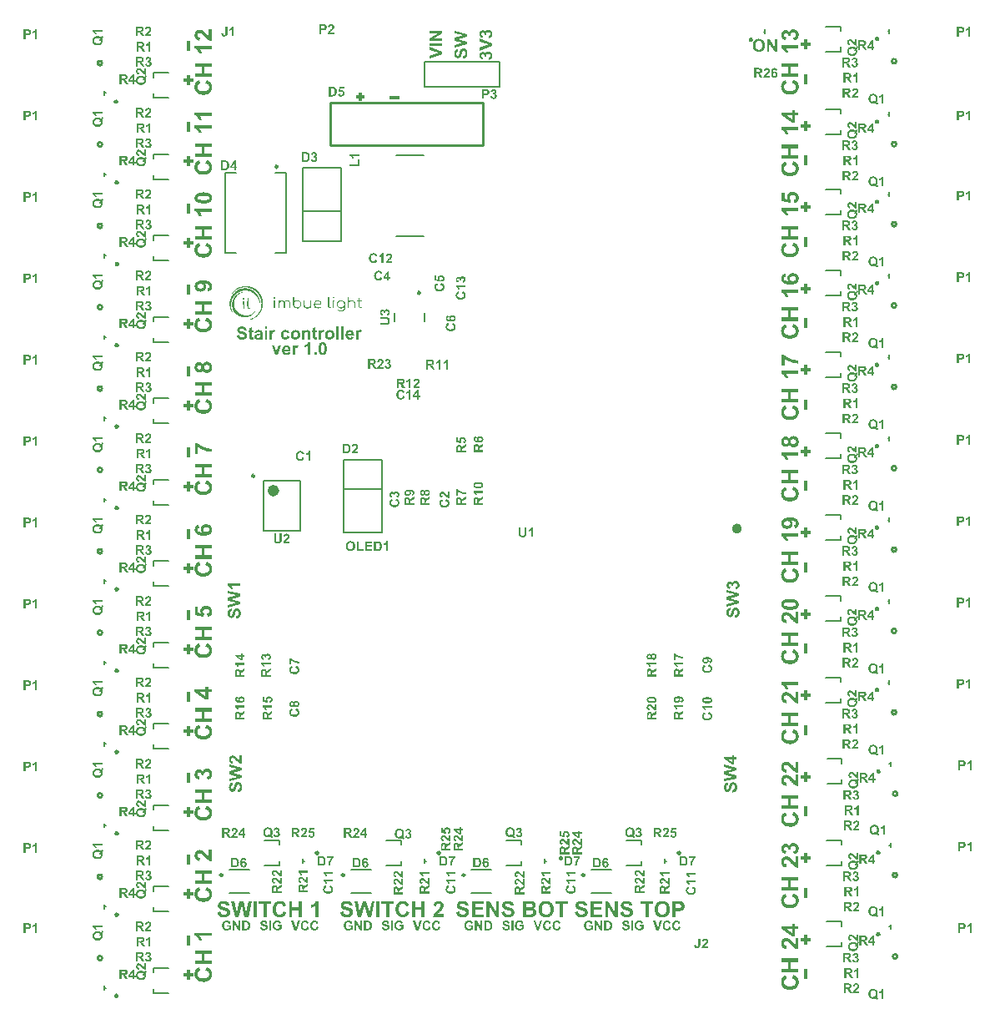
<source format=gto>
G04*
G04 #@! TF.GenerationSoftware,Altium Limited,Altium Designer,23.2.1 (34)*
G04*
G04 Layer_Color=65535*
%FSAX44Y44*%
%MOMM*%
G71*
G04*
G04 #@! TF.SameCoordinates,82B26229-18A1-4F51-8350-021A8CAF8BEE*
G04*
G04*
G04 #@! TF.FilePolarity,Positive*
G04*
G01*
G75*
%ADD10C,0.2500*%
%ADD11C,0.2540*%
%ADD12C,0.5080*%
%ADD13C,0.6000*%
%ADD14C,0.2000*%
%ADD15R,1.0000X0.3000*%
%ADD16R,0.8890X0.3000*%
%ADD17R,0.3000X0.8890*%
%ADD18R,0.3000X1.0000*%
G36*
X00872356Y00974987D02*
X00872670Y00974672D01*
X00872985Y00974358D01*
X00873325Y00973536D01*
Y00972646D01*
X00872985Y00971824D01*
X00872670Y00971510D01*
X00872356Y00971195D01*
X00871534Y00970855D01*
X00870644D01*
X00869822Y00971195D01*
X00869508Y00971510D01*
X00869193Y00971824D01*
X00868853Y00972646D01*
Y00973536D01*
X00869193Y00974358D01*
X00869508Y00974672D01*
X00869822Y00974987D01*
X00870644Y00975327D01*
X00871534D01*
X00872356Y00974987D01*
D02*
G37*
G36*
X00744121Y00974191D02*
X00744750Y00973562D01*
X00745090Y00972740D01*
Y00972296D01*
Y00971851D01*
X00744750Y00971029D01*
X00744121Y00970400D01*
X00743299Y00970060D01*
X00742409D01*
X00741588Y00970400D01*
X00740958Y00971029D01*
X00740618Y00971851D01*
Y00972296D01*
Y00972740D01*
X00740958Y00973562D01*
X00741588Y00974191D01*
X00742409Y00974532D01*
X00743299D01*
X00744121Y00974191D01*
D02*
G37*
G36*
X00099701Y00911219D02*
X00100330Y00910590D01*
X00100670Y00909768D01*
Y00909323D01*
Y00908879D01*
X00100330Y00908057D01*
X00099701Y00907428D01*
X00098879Y00907087D01*
X00097990D01*
X00097168Y00907428D01*
X00096539Y00908057D01*
X00096198Y00908879D01*
Y00909323D01*
Y00909768D01*
X00096539Y00910590D01*
X00097168Y00911219D01*
X00097990Y00911559D01*
X00098879D01*
X00099701Y00911219D01*
D02*
G37*
G36*
X00872356Y00890947D02*
X00872670Y00890632D01*
X00872985Y00890318D01*
X00873325Y00889496D01*
Y00888606D01*
X00872985Y00887784D01*
X00872670Y00887470D01*
X00872356Y00887155D01*
X00871534Y00886815D01*
X00870644D01*
X00869822Y00887155D01*
X00869508Y00887470D01*
X00869193Y00887784D01*
X00868853Y00888606D01*
Y00889496D01*
X00869193Y00890318D01*
X00869508Y00890632D01*
X00869822Y00890947D01*
X00870644Y00891287D01*
X00871534D01*
X00872356Y00890947D01*
D02*
G37*
G36*
X00100406Y00829371D02*
X00101034Y00828742D01*
X00101375Y00827920D01*
Y00827475D01*
Y00827030D01*
X00101034Y00826208D01*
X00100406Y00825580D01*
X00099584Y00825239D01*
X00098694D01*
X00097872Y00825580D01*
X00097243Y00826208D01*
X00096903Y00827030D01*
Y00827475D01*
Y00827920D01*
X00097243Y00828742D01*
X00097872Y00829371D01*
X00098694Y00829711D01*
X00099584D01*
X00100406Y00829371D01*
D02*
G37*
G36*
X00872356Y00809678D02*
X00872670Y00809363D01*
X00872985Y00809048D01*
X00873325Y00808227D01*
Y00807337D01*
X00872985Y00806515D01*
X00872670Y00806201D01*
X00872356Y00805886D01*
X00871534Y00805546D01*
X00870644D01*
X00869822Y00805886D01*
X00869508Y00806201D01*
X00869193Y00806515D01*
X00868853Y00807337D01*
Y00808227D01*
X00869193Y00809048D01*
X00869508Y00809363D01*
X00869822Y00809678D01*
X00870644Y00810018D01*
X00871534D01*
X00872356Y00809678D01*
D02*
G37*
G36*
X00100720Y00746506D02*
X00101034Y00746192D01*
X00101349Y00745877D01*
X00101690Y00745055D01*
Y00744166D01*
X00101349Y00743344D01*
X00101034Y00743029D01*
X00100720Y00742715D01*
X00099898Y00742374D01*
X00099009D01*
X00098187Y00742715D01*
X00097872Y00743029D01*
X00097558Y00743344D01*
X00097217Y00744166D01*
Y00745055D01*
X00097558Y00745877D01*
X00097872Y00746192D01*
X00098187Y00746506D01*
X00099009Y00746847D01*
X00099898D01*
X00100720Y00746506D01*
D02*
G37*
G36*
X00872356Y00727137D02*
X00872670Y00726822D01*
X00872985Y00726507D01*
X00873325Y00725686D01*
Y00724796D01*
X00872985Y00723974D01*
X00872670Y00723660D01*
X00872356Y00723345D01*
X00871534Y00723005D01*
X00870644D01*
X00869822Y00723345D01*
X00869508Y00723660D01*
X00869193Y00723974D01*
X00868853Y00724796D01*
Y00725686D01*
X00869193Y00726507D01*
X00869508Y00726822D01*
X00869822Y00727137D01*
X00870644Y00727477D01*
X00871534D01*
X00872356Y00727137D01*
D02*
G37*
G36*
X00319481Y00711206D02*
X00319844Y00710843D01*
X00319925Y00710520D01*
X00319683Y00710116D01*
X00319481Y00709914D01*
X00318916Y00709995D01*
X00318553Y00710358D01*
X00318633Y00710843D01*
X00318674Y00710883D01*
X00318714Y00710923D01*
X00318997Y00711206D01*
X00319319Y00711287D01*
X00319481Y00711206D01*
D02*
G37*
G36*
X00259820Y00711368D02*
X00260022Y00711166D01*
X00260103Y00711004D01*
X00260264Y00710843D01*
X00260305Y00710722D01*
X00260345Y00710681D01*
X00260264Y00710197D01*
X00260103Y00710035D01*
X00260022Y00709874D01*
X00259820Y00709672D01*
X00259497Y00709592D01*
X00259094Y00709672D01*
X00258650Y00710116D01*
X00258569Y00710439D01*
X00258650Y00710923D01*
X00259013Y00711287D01*
X00259417Y00711448D01*
X00259820Y00711368D01*
D02*
G37*
G36*
X00228416Y00710237D02*
X00228779Y00709955D01*
X00228940Y00709551D01*
X00228860Y00709147D01*
Y00709067D01*
X00228577Y00708703D01*
X00228012Y00708623D01*
X00227689Y00708703D01*
X00227406Y00708986D01*
X00227326Y00709551D01*
X00227406Y00709874D01*
X00227770Y00710237D01*
X00228092Y00710318D01*
X00228416Y00710237D01*
D02*
G37*
G36*
X00272939Y00707936D02*
X00273827Y00707614D01*
X00274029Y00707412D01*
X00274190Y00707331D01*
X00274392Y00707129D01*
X00274473Y00706968D01*
X00274634Y00706806D01*
X00275038Y00705918D01*
X00275200Y00705353D01*
X00275280Y00704304D01*
X00275200Y00700106D01*
X00274998Y00699904D01*
X00274755Y00699823D01*
X00274352Y00700065D01*
X00274231Y00700509D01*
X00274150Y00705353D01*
X00274069Y00705595D01*
X00273867Y00706120D01*
X00273666Y00706322D01*
X00273585Y00706483D01*
X00273464Y00706604D01*
X00273302Y00706685D01*
X00273141Y00706847D01*
X00272576Y00707089D01*
X00271284Y00707008D01*
X00270719Y00706604D01*
X00270557Y00706443D01*
X00270396Y00706362D01*
X00270033Y00705999D01*
X00269912Y00705474D01*
X00269831Y00704102D01*
X00269790Y00703738D01*
X00269871Y00703496D01*
X00269831Y00701276D01*
X00269871Y00700428D01*
X00269629Y00700025D01*
X00269508Y00699904D01*
X00269266Y00699823D01*
X00268902Y00700025D01*
X00268741Y00700428D01*
X00268660Y00705757D01*
X00268257Y00706322D01*
X00267893Y00706685D01*
X00267732Y00706766D01*
X00267570Y00706927D01*
X00267167Y00707089D01*
X00265794Y00707008D01*
X00264785Y00706241D01*
X00264462Y00705515D01*
X00264382Y00704707D01*
X00264341Y00701276D01*
X00264382Y00700428D01*
X00264139Y00700025D01*
X00264018Y00699904D01*
X00263695Y00699823D01*
X00263332Y00700106D01*
X00263251Y00700671D01*
X00263332Y00707533D01*
X00263534Y00707735D01*
X00264260Y00707654D01*
X00264503Y00707573D01*
X00265310Y00707654D01*
X00266036Y00707977D01*
X00267086Y00708058D01*
X00267328Y00707977D01*
X00267772Y00707856D01*
X00268176Y00707694D01*
X00268620Y00707412D01*
X00268983Y00707048D01*
X00269024Y00707008D01*
X00269347Y00706927D01*
X00269831Y00707008D01*
X00270477Y00707654D01*
X00271526Y00707977D01*
X00272334Y00708058D01*
X00272939Y00707936D01*
D02*
G37*
G36*
X00231483Y00720006D02*
X00231726Y00719925D01*
X00232169Y00719804D01*
X00232533Y00719602D01*
X00232936Y00719441D01*
X00233259Y00719360D01*
X00234309Y00719279D01*
X00234632Y00719199D01*
X00235076Y00718835D01*
X00235197Y00718714D01*
X00235762Y00718553D01*
X00236367Y00718432D01*
X00236650Y00718230D01*
X00236771Y00718109D01*
X00236812Y00717988D01*
X00236973Y00717907D01*
X00237377Y00717745D01*
X00237821Y00717624D01*
X00237982Y00717463D01*
X00238063Y00717301D01*
X00238265Y00717100D01*
X00238991Y00716696D01*
X00239193Y00716413D01*
X00239314Y00716292D01*
X00239718Y00716050D01*
X00239920Y00715848D01*
X00240000Y00715687D01*
X00240485Y00715283D01*
X00240646Y00715122D01*
X00240727Y00714960D01*
X00240929Y00714758D01*
X00241090Y00714678D01*
X00241211Y00714557D01*
X00241534Y00713991D01*
X00241817Y00713790D01*
X00241938Y00713668D01*
X00242099Y00713265D01*
X00242221Y00712982D01*
X00242382Y00712902D01*
X00242665Y00712619D01*
X00242826Y00712054D01*
X00243149Y00711489D01*
X00243472Y00711166D01*
X00243674Y00710237D01*
X00243795Y00709955D01*
X00244118Y00709470D01*
X00244279Y00708905D01*
X00244360Y00708340D01*
X00244441Y00708017D01*
X00244562Y00707331D01*
X00244643Y00706685D01*
X00244804Y00705636D01*
X00244885Y00704990D01*
X00244925Y00704142D01*
X00244804Y00703940D01*
X00244683Y00704061D01*
X00244602Y00704384D01*
X00244481Y00705070D01*
X00244400Y00705393D01*
X00244158Y00705878D01*
X00243956Y00706322D01*
X00243795Y00706968D01*
X00243674Y00707654D01*
X00243432Y00708300D01*
X00243068Y00709147D01*
X00242866Y00709672D01*
X00242665Y00709955D01*
X00242342Y00710439D01*
X00242261Y00710762D01*
X00241696Y00711489D01*
X00241373Y00712054D01*
X00240727Y00712700D01*
X00240646Y00712861D01*
X00240525Y00713063D01*
X00240485Y00713103D01*
X00240000Y00713507D01*
X00239758Y00713749D01*
X00239718Y00713870D01*
X00239557Y00713951D01*
X00239112Y00714314D01*
X00238668Y00714758D01*
X00237942Y00715162D01*
X00237619Y00715485D01*
X00237215Y00715646D01*
X00236650Y00715969D01*
X00236489Y00716131D01*
X00236327Y00716211D01*
X00235924Y00716373D01*
X00235601Y00716454D01*
X00235076Y00716656D01*
X00234955Y00716777D01*
X00234228Y00717100D01*
X00233421Y00717180D01*
X00233098Y00717261D01*
X00232654Y00717382D01*
X00232331Y00717463D01*
X00231887Y00717584D01*
X00230918Y00717745D01*
X00229142Y00717826D01*
X00228012Y00717745D01*
X00227770Y00717665D01*
X00227326Y00717543D01*
X00226639Y00717342D01*
X00225832Y00717261D01*
X00225509Y00717180D01*
X00224944Y00717100D01*
X00224783Y00716938D01*
X00224621Y00716857D01*
X00224379Y00716615D01*
X00223733Y00716454D01*
X00223249Y00716373D01*
X00222805Y00716010D01*
X00222764Y00715889D01*
X00222603Y00715808D01*
X00222199Y00715646D01*
X00221876Y00715566D01*
X00221311Y00715001D01*
X00220786Y00714799D01*
X00220544Y00714637D01*
X00220463Y00714476D01*
X00220100Y00714112D01*
X00219939Y00714032D01*
X00219656Y00713830D01*
X00219575Y00713668D01*
X00219373Y00713386D01*
X00219212Y00713305D01*
X00218930Y00713103D01*
X00218849Y00712942D01*
X00218485Y00712498D01*
X00218324Y00712417D01*
X00218122Y00712215D01*
X00217920Y00711691D01*
X00217759Y00711529D01*
X00217597Y00711448D01*
X00217396Y00711246D01*
X00217234Y00710601D01*
X00217153Y00710439D01*
X00216952Y00710237D01*
X00216790Y00710157D01*
X00216588Y00709955D01*
X00216507Y00709632D01*
X00216386Y00708946D01*
X00216225Y00708703D01*
X00216063Y00708623D01*
X00215862Y00708421D01*
X00215700Y00707775D01*
X00215620Y00706725D01*
X00215135Y00705676D01*
X00215054Y00705353D01*
X00214974Y00704546D01*
X00215054Y00701074D01*
X00215135Y00700832D01*
X00215256Y00700307D01*
X00215337Y00699984D01*
X00215539Y00699460D01*
X00215660Y00698935D01*
X00215821Y00698289D01*
X00216063Y00697643D01*
X00216507Y00696796D01*
X00216588Y00696472D01*
X00216911Y00695907D01*
X00217153Y00695665D01*
X00217315Y00695019D01*
X00217194Y00694898D01*
X00216790Y00695141D01*
X00216588Y00695665D01*
X00216386Y00696029D01*
X00215983Y00696271D01*
X00215579Y00697320D01*
X00215216Y00697683D01*
X00214691Y00699177D01*
X00214489Y00699621D01*
X00214328Y00700186D01*
X00214247Y00700751D01*
X00214166Y00701074D01*
X00214045Y00701599D01*
X00213965Y00702083D01*
X00213884Y00702487D01*
X00213763Y00703577D01*
X00213843Y00706403D01*
X00213924Y00706645D01*
X00214005Y00707129D01*
X00214086Y00707371D01*
X00214247Y00708017D01*
X00214328Y00708582D01*
X00214449Y00709268D01*
X00214610Y00709672D01*
X00214974Y00710278D01*
X00215095Y00710802D01*
X00215337Y00711448D01*
X00215539Y00711731D01*
X00215700Y00711892D01*
X00215942Y00712458D01*
X00216144Y00712902D01*
X00216306Y00712982D01*
X00216588Y00713265D01*
X00216750Y00713668D01*
X00216952Y00713951D01*
X00217113Y00714032D01*
X00217396Y00714314D01*
X00217638Y00714718D01*
X00219131Y00716211D01*
X00219293Y00716292D01*
X00219575Y00716494D01*
X00219656Y00716656D01*
X00219939Y00716938D01*
X00220463Y00717140D01*
X00220827Y00717584D01*
X00221230Y00717745D01*
X00221755Y00717947D01*
X00222280Y00718472D01*
X00223047Y00718593D01*
X00223451Y00718755D01*
X00223814Y00719118D01*
X00224217Y00719279D01*
X00225509Y00719360D01*
X00225751Y00719441D01*
X00226639Y00719844D01*
X00226962Y00719925D01*
X00227527Y00720006D01*
X00227850Y00720087D01*
X00231483Y00720006D01*
D02*
G37*
G36*
X00303819Y00707977D02*
X00304747Y00707775D01*
X00305151Y00707614D01*
X00305636Y00707210D01*
X00305918Y00706927D01*
X00306080Y00706847D01*
X00306281Y00706645D01*
X00306604Y00705918D01*
X00306806Y00705393D01*
X00307008Y00704707D01*
X00306927Y00703900D01*
X00306645Y00703617D01*
X00306322Y00703537D01*
X00305514Y00703456D01*
X00305191Y00703537D01*
X00301518Y00703496D01*
X00300751Y00703537D01*
X00300469Y00703335D01*
X00300307Y00702931D01*
X00300388Y00702366D01*
X00300751Y00701922D01*
X00300953Y00701639D01*
X00301195Y00701397D01*
X00301276Y00701236D01*
X00301397Y00701115D01*
X00301558Y00701034D01*
X00302285Y00700711D01*
X00303254Y00700469D01*
X00304061Y00700549D01*
X00304303Y00700630D01*
X00305312Y00700993D01*
X00305757Y00701195D01*
X00306160Y00701115D01*
X00306201Y00700671D01*
X00305837Y00700227D01*
X00305434Y00700065D01*
X00304142Y00699661D01*
X00303819Y00699581D01*
X00302447Y00699661D01*
X00302043Y00699823D01*
X00301518Y00700025D01*
X00301115Y00700186D01*
X00300993Y00700307D01*
X00300832Y00700388D01*
X00299984Y00701236D01*
X00299904Y00701397D01*
X00299742Y00701559D01*
X00299419Y00702608D01*
X00299338Y00702931D01*
X00299298Y00703617D01*
X00299419Y00705272D01*
X00299742Y00706080D01*
X00299782Y00706120D01*
X00300590Y00707089D01*
X00301034Y00707452D01*
X00301155Y00707573D01*
X00301558Y00707735D01*
X00302124Y00707896D01*
X00302447Y00707977D01*
X00303254Y00708058D01*
X00303819Y00707977D01*
D02*
G37*
G36*
X00296392Y00707735D02*
X00296593Y00707533D01*
X00296674Y00707210D01*
X00296634Y00700953D01*
X00296674Y00700509D01*
X00296593Y00700267D01*
X00296351Y00699863D01*
X00296230Y00699742D01*
X00295907Y00699823D01*
X00295706Y00700025D01*
X00295625Y00700186D01*
X00295504Y00700307D01*
X00295181Y00700388D01*
X00294939Y00700307D01*
X00294454Y00699984D01*
X00294050Y00699823D01*
X00293526Y00699621D01*
X00293041Y00699540D01*
X00292597Y00699500D01*
X00292355Y00699581D01*
X00291669Y00699702D01*
X00290861Y00700025D01*
X00290216Y00700428D01*
X00289651Y00700993D01*
X00289570Y00701155D01*
X00289247Y00701882D01*
X00289086Y00702285D01*
X00288924Y00703900D01*
X00289005Y00706241D01*
Y00706322D01*
X00288924Y00706887D01*
X00289005Y00707533D01*
X00289126Y00707654D01*
X00289449Y00707735D01*
X00289852Y00707654D01*
X00290054Y00707210D01*
X00289974Y00706160D01*
X00290054Y00702770D01*
X00290135Y00702527D01*
X00290216Y00702043D01*
X00290781Y00701317D01*
X00291144Y00700953D01*
X00291306Y00700872D01*
X00291709Y00700711D01*
X00292315Y00700590D01*
X00293324Y00700549D01*
X00293566Y00700630D01*
X00294575Y00700993D01*
X00294898Y00701236D01*
X00294979Y00701397D01*
X00295302Y00701720D01*
X00295382Y00701882D01*
X00295544Y00702043D01*
X00295625Y00702608D01*
X00295706Y00702931D01*
X00295665Y00707331D01*
X00295827Y00707735D01*
X00296069Y00707815D01*
X00296392Y00707735D01*
D02*
G37*
G36*
X00334538Y00711246D02*
X00334618Y00707371D01*
X00334820Y00707169D01*
X00335385Y00707492D01*
X00335950Y00707735D01*
X00336758Y00707977D01*
X00337807Y00708058D01*
X00338049Y00707977D01*
X00338695Y00707896D01*
X00338937Y00707815D01*
X00339462Y00707614D01*
X00339745Y00707412D01*
X00339906Y00707250D01*
X00340068Y00707169D01*
X00340512Y00706725D01*
X00340592Y00706564D01*
X00340915Y00705999D01*
X00341157Y00705434D01*
X00341238Y00704869D01*
X00341319Y00704061D01*
X00341238Y00700025D01*
X00340956Y00699742D01*
X00340633Y00699823D01*
X00340431Y00700025D01*
X00340269Y00700590D01*
X00340189Y00705030D01*
X00339866Y00705837D01*
X00339502Y00706282D01*
X00339260Y00706524D01*
X00339099Y00706604D01*
X00338937Y00706766D01*
X00338776Y00706847D01*
X00338372Y00707008D01*
X00337565Y00707089D01*
X00336354Y00707008D01*
X00335345Y00706322D01*
X00335183Y00706241D01*
X00335103Y00706080D01*
X00334941Y00705918D01*
X00334618Y00705192D01*
X00334538Y00704869D01*
X00334457Y00700106D01*
X00334174Y00699742D01*
X00333851Y00699823D01*
X00333649Y00700025D01*
X00333569Y00700832D01*
X00333609Y00706927D01*
X00333569Y00711246D01*
X00333649Y00711408D01*
X00333690Y00711448D01*
X00334093Y00711610D01*
X00334538Y00711246D01*
D02*
G37*
G36*
X00319602Y00707694D02*
X00319764Y00707291D01*
X00319683Y00705515D01*
X00319723Y00700469D01*
X00319642Y00700065D01*
X00319441Y00699782D01*
X00319077Y00699742D01*
X00318876Y00700106D01*
X00318795Y00700428D01*
Y00707371D01*
Y00707452D01*
X00319077Y00707815D01*
X00319319Y00707896D01*
X00319602Y00707694D01*
D02*
G37*
G36*
X00259901Y00707654D02*
X00260022Y00707533D01*
X00260103Y00707210D01*
X00260062Y00706201D01*
X00260103Y00701639D01*
X00260022Y00701397D01*
X00260103Y00701155D01*
X00260022Y00700186D01*
X00259659Y00699742D01*
X00259457Y00699702D01*
X00259013Y00699984D01*
X00258892Y00700106D01*
X00258811Y00700348D01*
X00258771Y00700388D01*
X00258730Y00707291D01*
X00259094Y00707735D01*
X00259497Y00707896D01*
X00259901Y00707654D01*
D02*
G37*
G36*
X00345315Y00710560D02*
X00345436Y00710439D01*
X00345598Y00709874D01*
Y00708744D01*
Y00708663D01*
X00345557Y00708461D01*
X00345638Y00708058D01*
X00345880Y00707815D01*
X00346445Y00707735D01*
X00347495Y00707654D01*
X00347697Y00707533D01*
X00347777Y00707291D01*
X00347495Y00706927D01*
X00347172Y00706847D01*
X00346042Y00706766D01*
X00345759Y00706564D01*
X00345598Y00705999D01*
X00345678Y00702043D01*
X00346163Y00701155D01*
X00346365Y00700953D01*
X00346768Y00700792D01*
X00347091Y00700711D01*
X00347979Y00700630D01*
X00348181Y00700428D01*
X00348100Y00699944D01*
X00347899Y00699742D01*
X00347576Y00699661D01*
X00346688Y00699742D01*
X00345961Y00700065D01*
X00345557Y00700307D01*
X00345275Y00700590D01*
X00345033Y00700993D01*
X00344710Y00701478D01*
X00344548Y00702608D01*
X00344468Y00706483D01*
X00344266Y00706766D01*
X00343943Y00706847D01*
X00343297Y00706927D01*
X00343095Y00707129D01*
X00343176Y00707614D01*
X00343539Y00707735D01*
X00344346Y00707815D01*
X00344468Y00707936D01*
X00344548Y00708259D01*
X00344629Y00710439D01*
X00344831Y00710641D01*
X00345315Y00710560D01*
D02*
G37*
G36*
X00314556Y00711529D02*
X00314839Y00711246D01*
X00314920Y00710681D01*
X00315000Y00701559D01*
X00315283Y00701276D01*
X00315848Y00701034D01*
X00316534Y00700671D01*
X00316615Y00700348D01*
X00316534Y00700025D01*
X00316252Y00699742D01*
X00315929Y00699661D01*
X00315283Y00699742D01*
X00314395Y00700227D01*
X00314193Y00700428D01*
X00314112Y00700590D01*
X00313951Y00700751D01*
X00313870Y00700913D01*
X00313709Y00701074D01*
X00313547Y00702043D01*
Y00703173D01*
Y00703254D01*
X00313628Y00711327D01*
X00313830Y00711529D01*
X00314153Y00711610D01*
X00314556Y00711529D01*
D02*
G37*
G36*
X00278954Y00711448D02*
X00279075Y00711327D01*
X00279155Y00711004D01*
X00279115Y00707573D01*
X00279196Y00707250D01*
X00279277Y00707089D01*
X00279599Y00707008D01*
X00280003Y00707089D01*
X00280649Y00707735D01*
X00281577Y00707936D01*
X00282223Y00708017D01*
X00282829Y00708058D01*
X00283071Y00707977D01*
X00283676Y00707856D01*
X00284120Y00707735D01*
X00284686Y00707412D01*
X00284847Y00707250D01*
X00285009Y00707169D01*
X00285695Y00706483D01*
X00285775Y00706322D01*
X00286018Y00706080D01*
X00286260Y00705515D01*
X00286341Y00705192D01*
X00286421Y00704626D01*
X00286502Y00704304D01*
X00286421Y00702689D01*
X00286341Y00702447D01*
X00286260Y00702124D01*
X00285937Y00701559D01*
X00285775Y00701397D01*
X00285695Y00701236D01*
X00285372Y00700913D01*
X00285291Y00700751D01*
X00285009Y00700469D01*
X00284847Y00700388D01*
X00284686Y00700227D01*
X00283959Y00699904D01*
X00283555Y00699742D01*
X00282910Y00699581D01*
X00281295Y00699661D01*
X00280568Y00699984D01*
X00280044Y00700186D01*
X00279559Y00700509D01*
X00279478Y00700671D01*
X00279196Y00700953D01*
X00279034Y00701034D01*
X00278913Y00701155D01*
X00278832Y00701317D01*
X00278510Y00702043D01*
X00278267Y00702608D01*
X00278227Y00702729D01*
X00278187Y00702770D01*
X00278106Y00703577D01*
X00278025Y00704142D01*
X00278065Y00705232D01*
X00278025Y00707533D01*
X00278106Y00707775D01*
X00278065Y00710964D01*
X00278146Y00711287D01*
X00278308Y00711448D01*
X00278631Y00711529D01*
X00278954Y00711448D01*
D02*
G37*
G36*
X00228416Y00706927D02*
X00228698Y00706725D01*
X00228779Y00706403D01*
X00228819Y00706039D01*
X00228698Y00699863D01*
X00228617Y00699621D01*
X00228537Y00699298D01*
X00228173Y00698854D01*
X00227770Y00698935D01*
X00227649Y00699056D01*
X00227527Y00700953D01*
X00227447Y00705958D01*
X00227406Y00706322D01*
Y00706403D01*
X00227689Y00706927D01*
X00228012Y00707008D01*
X00228416Y00706927D01*
D02*
G37*
G36*
X00232614Y00710560D02*
X00232735Y00710439D01*
X00232896Y00710035D01*
X00232977Y00709228D01*
X00232896Y00708663D01*
Y00706564D01*
Y00706483D01*
X00232977Y00700832D01*
X00233138Y00700671D01*
X00233219Y00700509D01*
X00233502Y00700065D01*
X00233905Y00699904D01*
X00234309Y00699661D01*
X00234430Y00699540D01*
X00234349Y00699137D01*
X00234067Y00698854D01*
X00233663Y00698773D01*
X00232452Y00699419D01*
X00232250Y00699621D01*
X00231766Y00700671D01*
X00231685Y00700993D01*
X00231604Y00702770D01*
X00231685Y00710116D01*
X00232048Y00710560D01*
X00232291Y00710641D01*
X00232614Y00710560D01*
D02*
G37*
G36*
X00327756Y00707936D02*
X00328402Y00707775D01*
X00328927Y00707573D01*
X00329371Y00707210D01*
X00329572Y00707008D01*
X00329734Y00706927D01*
X00330259Y00706403D01*
X00330743Y00705353D01*
X00330905Y00704949D01*
X00331066Y00703981D01*
X00330985Y00699863D01*
X00330905Y00699621D01*
X00330783Y00699177D01*
X00330501Y00698491D01*
X00330178Y00697926D01*
X00329693Y00697441D01*
X00329613Y00697280D01*
X00329492Y00697159D01*
X00329330Y00697078D01*
X00328765Y00696755D01*
X00327877Y00696351D01*
X00327312Y00696271D01*
X00325617Y00696351D01*
X00323760Y00697320D01*
X00323235Y00697845D01*
X00323154Y00698168D01*
X00323235Y00698329D01*
X00323356Y00698450D01*
X00323679Y00698531D01*
X00324244Y00698208D01*
X00324648Y00697805D01*
X00325213Y00697562D01*
X00325617Y00697401D01*
X00326182Y00697240D01*
X00326747Y00697159D01*
X00327231D01*
X00327473Y00697240D01*
X00327998Y00697441D01*
X00328927Y00697966D01*
X00329128Y00698168D01*
X00329209Y00698329D01*
X00329572Y00698773D01*
X00329774Y00699217D01*
X00329936Y00700186D01*
X00329855Y00700590D01*
X00329734Y00700711D01*
X00329169Y00700630D01*
X00328967Y00700509D01*
X00328886Y00700348D01*
X00328604Y00700065D01*
X00328200Y00699904D01*
X00327393Y00699661D01*
X00327070Y00699581D01*
X00325617Y00699661D01*
X00324890Y00699984D01*
X00324002Y00700469D01*
X00323719Y00700751D01*
X00323639Y00700913D01*
X00323396Y00701155D01*
X00323316Y00701317D01*
X00323074Y00701559D01*
X00322912Y00701962D01*
X00322751Y00702608D01*
X00322589Y00703738D01*
X00322670Y00704869D01*
X00322751Y00705111D01*
X00322831Y00705434D01*
X00323033Y00705958D01*
X00323235Y00706160D01*
X00323316Y00706322D01*
X00323558Y00706564D01*
X00323639Y00706725D01*
X00324002Y00707089D01*
X00324163Y00707169D01*
X00324486Y00707492D01*
X00325051Y00707735D01*
X00326020Y00707977D01*
X00326828Y00708058D01*
X00327756Y00707936D01*
D02*
G37*
G36*
X00217678Y00694656D02*
X00217880Y00694535D01*
X00217961Y00694293D01*
Y00694212D01*
X00217840Y00694091D01*
X00217597Y00694172D01*
X00217476Y00694535D01*
X00217517Y00694737D01*
X00217678Y00694656D01*
D02*
G37*
G36*
X00227366Y00716131D02*
X00227406Y00715929D01*
X00227204Y00715727D01*
X00226761Y00715606D01*
X00226276Y00715525D01*
X00225872Y00715444D01*
X00225469Y00715283D01*
X00225348Y00715162D01*
X00225186Y00715081D01*
X00223975Y00714435D01*
X00223491Y00714112D01*
X00223329Y00714032D01*
X00222885Y00713668D01*
X00222684Y00713467D01*
X00222522Y00713386D01*
X00222361Y00713224D01*
X00222199Y00713144D01*
X00222078Y00713023D01*
X00221997Y00712861D01*
X00221553Y00712417D01*
X00221392Y00712336D01*
X00221069Y00711852D01*
X00220867Y00711569D01*
X00220746Y00711448D01*
X00220625Y00711408D01*
X00220544Y00711246D01*
X00220060Y00710358D01*
X00219818Y00710116D01*
X00219656Y00709713D01*
X00219373Y00708946D01*
X00219252Y00708824D01*
X00218930Y00708098D01*
X00218849Y00707533D01*
X00218566Y00706201D01*
X00218485Y00705878D01*
X00218405Y00705393D01*
X00218364Y00703496D01*
X00218445Y00703254D01*
X00218526Y00702608D01*
X00218606Y00702366D01*
X00218728Y00701841D01*
X00218808Y00701357D01*
X00218970Y00700469D01*
X00219373Y00699823D01*
X00219777Y00698693D01*
X00220140Y00698329D01*
X00220706Y00697280D01*
X00221109Y00696876D01*
X00221190Y00696715D01*
X00221553Y00696271D01*
X00222441Y00695383D01*
X00222603Y00695302D01*
X00223047Y00694939D01*
X00223329Y00694656D01*
X00224056Y00694252D01*
X00224217Y00694091D01*
X00224379Y00694010D01*
X00224540Y00693849D01*
X00224984Y00693728D01*
X00225469Y00693485D01*
X00226074Y00693122D01*
X00226599Y00693001D01*
X00227083Y00692920D01*
X00227487Y00692840D01*
X00228012Y00692638D01*
X00228658Y00692476D01*
X00229223Y00692396D01*
X00229626Y00692315D01*
X00229707D01*
X00231968Y00692396D01*
X00232371Y00692557D01*
X00232694Y00692638D01*
X00233259Y00692799D01*
X00233905Y00692961D01*
X00234511Y00693082D01*
X00235318Y00693566D01*
X00236125Y00693889D01*
X00236610Y00694212D01*
X00236731Y00694333D01*
X00236892Y00694414D01*
X00237457Y00694818D01*
X00237901Y00695181D01*
X00238023Y00695302D01*
X00238184Y00695383D01*
X00238749Y00695948D01*
X00238911Y00696029D01*
X00239112Y00696230D01*
X00239355Y00696634D01*
X00239637Y00696674D01*
X00239758Y00696553D01*
X00239678Y00696150D01*
X00239112Y00695584D01*
X00238790Y00695019D01*
X00237538Y00693768D01*
X00237377Y00693687D01*
X00237134Y00693445D01*
X00236973Y00693364D01*
X00236812Y00693203D01*
X00236246Y00692880D01*
X00236004Y00692638D01*
X00235843Y00692557D01*
X00234632Y00691911D01*
X00234067Y00691669D01*
X00233744Y00691588D01*
X00232977Y00691306D01*
X00232533Y00691104D01*
X00231968Y00690942D01*
X00230353Y00690781D01*
X00228092Y00690700D01*
X00227850Y00690781D01*
X00226074Y00690862D01*
X00225832Y00690942D01*
X00225065Y00691225D01*
X00224621Y00691427D01*
X00224056Y00691588D01*
X00223612Y00691709D01*
X00223168Y00691992D01*
X00222684Y00692315D01*
X00222361Y00692396D01*
X00221796Y00692799D01*
X00221634Y00692961D01*
X00221472Y00693041D01*
X00220907Y00693364D01*
X00220423Y00693849D01*
X00220262Y00693930D01*
X00219818Y00694293D01*
X00219737Y00694454D01*
X00219373Y00694818D01*
X00219252Y00694858D01*
X00219172Y00695019D01*
X00219010Y00695181D01*
X00218930Y00695342D01*
X00218566Y00695786D01*
X00218445Y00695907D01*
X00218041Y00696634D01*
X00217799Y00696876D01*
X00217719Y00697038D01*
X00217476Y00697603D01*
X00217274Y00698128D01*
X00217153Y00698249D01*
X00217073Y00698410D01*
X00216911Y00698572D01*
X00216790Y00699096D01*
X00216629Y00699904D01*
X00216467Y00700549D01*
X00216185Y00701236D01*
X00216104Y00701559D01*
X00216023Y00702124D01*
X00215942Y00704142D01*
X00216023Y00705515D01*
X00216185Y00705918D01*
X00216588Y00706806D01*
X00216669Y00707371D01*
X00216750Y00708340D01*
X00217113Y00708703D01*
X00217234Y00708744D01*
X00217396Y00709147D01*
X00217517Y00709834D01*
X00217678Y00710076D01*
X00217840Y00710157D01*
X00218122Y00710358D01*
X00218203Y00710681D01*
X00218405Y00711206D01*
X00218566Y00711368D01*
X00218728Y00711448D01*
X00218930Y00711650D01*
X00219252Y00712215D01*
X00219737Y00712538D01*
X00219979Y00712942D01*
X00220100Y00713063D01*
X00220504Y00713305D01*
X00220625Y00713426D01*
X00220706Y00713588D01*
X00220907Y00713790D01*
X00221432Y00713991D01*
X00221594Y00714072D01*
X00221674Y00714233D01*
X00221957Y00714516D01*
X00222280Y00714597D01*
X00223006Y00715001D01*
X00223329Y00715323D01*
X00224177Y00715525D01*
X00224581Y00715687D01*
X00225590Y00716131D01*
X00226155Y00716211D01*
X00227366Y00716131D01*
D02*
G37*
G36*
X00231322Y00722347D02*
X00232936Y00722266D01*
X00233179Y00722186D01*
X00233502Y00722105D01*
X00234551Y00721782D01*
X00234874Y00721701D01*
X00235722Y00721580D01*
X00236125Y00721419D01*
X00236973Y00720975D01*
X00237498Y00720854D01*
X00237901Y00720692D01*
X00238184Y00720490D01*
X00238668Y00720167D01*
X00239112Y00720046D01*
X00239597Y00719723D01*
X00239799Y00719521D01*
X00239960Y00719441D01*
X00240525Y00719118D01*
X00241010Y00718633D01*
X00241413Y00718391D01*
X00241898Y00717907D01*
X00242059Y00717826D01*
X00242301Y00717584D01*
X00242463Y00717503D01*
X00242665Y00717301D01*
X00242745Y00717140D01*
X00243472Y00716413D01*
X00243553Y00716252D01*
X00243714Y00716090D01*
X00243795Y00715929D01*
X00243997Y00715646D01*
X00244158Y00715566D01*
X00244723Y00714678D01*
X00245087Y00714314D01*
X00245329Y00713668D01*
X00245692Y00713224D01*
X00245894Y00712780D01*
X00245975Y00712458D01*
X00246136Y00712054D01*
X00246217Y00711892D01*
X00246540Y00711408D01*
X00246782Y00710439D01*
X00246863Y00709955D01*
X00247186Y00709147D01*
X00247347Y00708582D01*
X00247428Y00708259D01*
X00247509Y00707210D01*
X00247589Y00704707D01*
X00247468Y00702326D01*
X00247387Y00701680D01*
X00247226Y00701034D01*
X00247024Y00700590D01*
X00246863Y00700186D01*
X00246580Y00698854D01*
X00246176Y00698208D01*
X00245975Y00697683D01*
X00245854Y00697240D01*
X00245571Y00696796D01*
X00245329Y00696553D01*
X00245127Y00696029D01*
X00245006Y00695746D01*
X00244643Y00695302D01*
X00244441Y00695100D01*
X00244118Y00694535D01*
X00243633Y00694051D01*
X00243553Y00693889D01*
X00243189Y00693445D01*
X00242745Y00693001D01*
X00242665Y00692840D01*
X00242301Y00692476D01*
X00242140Y00692396D01*
X00241494Y00691750D01*
X00241333Y00691669D01*
X00240606Y00691104D01*
X00240445Y00690942D01*
X00240283Y00690862D01*
X00239516Y00690337D01*
X00239314Y00690135D01*
X00238911Y00689974D01*
X00238184Y00689570D01*
X00237296Y00689166D01*
X00236812Y00689086D01*
X00236004Y00688520D01*
X00235035Y00688440D01*
X00234753Y00688642D01*
X00234874Y00688924D01*
X00235035Y00689005D01*
X00235278Y00689086D01*
X00235601Y00689166D01*
X00236287Y00689287D01*
X00236529Y00689449D01*
X00236610Y00689610D01*
X00236731Y00689731D01*
X00237134Y00689893D01*
X00237659Y00690095D01*
X00238507Y00690700D01*
X00239072Y00691023D01*
X00239395Y00691346D01*
X00239557Y00691427D01*
X00239718Y00691588D01*
X00239879Y00691669D01*
X00240283Y00692073D01*
X00240445Y00692153D01*
X00242099Y00693808D01*
X00242180Y00693970D01*
X00242544Y00694414D01*
X00242745Y00694616D01*
X00242826Y00694777D01*
X00242988Y00694939D01*
X00243311Y00695504D01*
X00243553Y00695746D01*
X00243633Y00695907D01*
X00243876Y00696472D01*
X00244198Y00697038D01*
X00244522Y00697522D01*
X00244602Y00697845D01*
X00244723Y00698370D01*
X00245248Y00699379D01*
X00245329Y00699702D01*
X00245450Y00700630D01*
X00245773Y00701922D01*
X00245934Y00702326D01*
X00246055Y00702770D01*
X00246096Y00704909D01*
X00246015Y00706201D01*
X00245854Y00706847D01*
X00245692Y00707250D01*
X00245490Y00707936D01*
X00245410Y00708986D01*
X00245248Y00709632D01*
X00244885Y00710076D01*
X00244683Y00710601D01*
X00244481Y00711448D01*
X00244360Y00711569D01*
X00244279Y00711731D01*
X00244118Y00711812D01*
X00244037Y00711973D01*
X00243876Y00712377D01*
X00243674Y00712902D01*
X00243230Y00713345D01*
X00242826Y00714072D01*
X00242342Y00714557D01*
X00242019Y00715122D01*
X00241696Y00715364D01*
X00241615Y00715525D01*
X00241373Y00715768D01*
X00241292Y00715929D01*
X00241010Y00716211D01*
X00240848Y00716292D01*
X00240445Y00716696D01*
X00240323Y00716736D01*
X00240243Y00716898D01*
X00240122Y00717019D01*
X00239960Y00717100D01*
X00239395Y00717503D01*
X00238991Y00717907D01*
X00238305Y00718270D01*
X00238224Y00718432D01*
X00238023Y00718633D01*
X00237457Y00718795D01*
X00236933Y00719078D01*
X00236852Y00719239D01*
X00236731Y00719360D01*
X00236327Y00719521D01*
X00235560Y00719643D01*
X00235116Y00719925D01*
X00234874Y00720167D01*
X00234551Y00720248D01*
X00233986Y00720329D01*
X00233017Y00720409D01*
X00231968Y00720894D01*
X00231201Y00721015D01*
X00228012Y00721055D01*
X00227770Y00720975D01*
X00226882Y00720894D01*
X00226316Y00720652D01*
X00225913Y00720490D01*
X00225590Y00720409D01*
X00224783Y00720329D01*
X00223935Y00720127D01*
X00223814Y00720006D01*
X00223652Y00719925D01*
X00223249Y00719683D01*
X00222926Y00719602D01*
X00222764Y00719521D01*
X00222684D01*
X00222239Y00719400D01*
X00221392Y00718795D01*
X00220948Y00718674D01*
X00220504Y00718391D01*
X00220181Y00718068D01*
X00219616Y00717745D01*
X00219414Y00717624D01*
X00219333Y00717463D01*
X00219131Y00717261D01*
X00218970Y00717180D01*
X00218405Y00716777D01*
X00218284Y00716656D01*
X00218203Y00716494D01*
X00218082Y00716373D01*
X00217920Y00716292D01*
X00217476Y00715929D01*
X00217396Y00715768D01*
X00217113Y00715404D01*
X00216952Y00715323D01*
X00216588Y00714960D01*
X00216427Y00714557D01*
X00216225Y00714355D01*
X00215902Y00714274D01*
X00215781Y00714395D01*
X00215862Y00714879D01*
X00216225Y00715323D01*
X00216507Y00715606D01*
X00216831Y00716171D01*
X00216952Y00716292D01*
X00217113Y00716373D01*
X00217315Y00716575D01*
X00217557Y00716978D01*
X00217678Y00717100D01*
X00217840Y00717180D01*
X00218284Y00717624D01*
X00218324Y00717745D01*
X00218485Y00717826D01*
X00218647Y00717988D01*
X00218808Y00718068D01*
X00219373Y00718633D01*
X00219535Y00718714D01*
X00219979Y00719078D01*
X00220100Y00719199D01*
X00220262Y00719279D01*
X00220907Y00719683D01*
X00221069Y00719764D01*
X00221230Y00719925D01*
X00221392Y00720006D01*
X00222441Y00720571D01*
X00223168Y00720894D01*
X00223935Y00721177D01*
X00224460Y00721459D01*
X00225105Y00721620D01*
X00226034Y00721822D01*
X00226357Y00721903D01*
X00227043Y00722105D01*
X00227568Y00722226D01*
X00228214Y00722307D01*
X00229263Y00722387D01*
X00231080Y00722428D01*
X00231322Y00722347D01*
D02*
G37*
G36*
X00233582Y00688197D02*
X00233623Y00688157D01*
X00233703Y00688076D01*
X00233582Y00687955D01*
X00233259Y00687875D01*
X00231726Y00687955D01*
X00231685Y00688076D01*
X00231806Y00688197D01*
X00233502Y00688278D01*
X00233582Y00688197D01*
D02*
G37*
G36*
X00100406Y00664271D02*
X00101034Y00663642D01*
X00101375Y00662820D01*
Y00662375D01*
Y00661930D01*
X00101034Y00661108D01*
X00100406Y00660479D01*
X00099584Y00660139D01*
X00098694D01*
X00097872Y00660479D01*
X00097243Y00661108D01*
X00096903Y00661930D01*
Y00662375D01*
Y00662820D01*
X00097243Y00663642D01*
X00097872Y00664271D01*
X00098694Y00664611D01*
X00099584D01*
X00100406Y00664271D01*
D02*
G37*
G36*
X00872041Y00644272D02*
X00872356Y00643958D01*
X00872670Y00643643D01*
X00873011Y00642821D01*
Y00641932D01*
X00872670Y00641110D01*
X00872356Y00640795D01*
X00872041Y00640481D01*
X00871219Y00640140D01*
X00870330D01*
X00869508Y00640481D01*
X00869193Y00640795D01*
X00868879Y00641110D01*
X00868539Y00641932D01*
Y00642821D01*
X00868879Y00643643D01*
X00869193Y00643958D01*
X00869508Y00644272D01*
X00870330Y00644612D01*
X00871219D01*
X00872041Y00644272D01*
D02*
G37*
G36*
X00100406Y00581721D02*
X00101034Y00581092D01*
X00101375Y00580270D01*
Y00579825D01*
Y00579380D01*
X00101034Y00578558D01*
X00100406Y00577929D01*
X00099584Y00577589D01*
X00098694D01*
X00097872Y00577929D01*
X00097243Y00578558D01*
X00096903Y00579380D01*
Y00579825D01*
Y00580270D01*
X00097243Y00581092D01*
X00097872Y00581721D01*
X00098694Y00582061D01*
X00099584D01*
X00100406Y00581721D01*
D02*
G37*
G36*
X00872041Y00561722D02*
X00872356Y00561408D01*
X00872670Y00561093D01*
X00873011Y00560271D01*
Y00559382D01*
X00872670Y00558560D01*
X00872356Y00558245D01*
X00872041Y00557931D01*
X00871219Y00557590D01*
X00870330D01*
X00869508Y00557931D01*
X00869193Y00558245D01*
X00868879Y00558560D01*
X00868539Y00559382D01*
Y00560271D01*
X00868879Y00561093D01*
X00869193Y00561408D01*
X00869508Y00561722D01*
X00870330Y00562062D01*
X00871219D01*
X00872041Y00561722D01*
D02*
G37*
G36*
X00100406Y00499171D02*
X00101034Y00498542D01*
X00101375Y00497720D01*
Y00497275D01*
Y00496830D01*
X00101034Y00496008D01*
X00100406Y00495379D01*
X00099584Y00495039D01*
X00098694D01*
X00097872Y00495379D01*
X00097243Y00496008D01*
X00096903Y00496830D01*
Y00497275D01*
Y00497720D01*
X00097243Y00498542D01*
X00097872Y00499171D01*
X00098694Y00499511D01*
X00099584D01*
X00100406Y00499171D01*
D02*
G37*
G36*
X00872041Y00479172D02*
X00872356Y00478857D01*
X00872670Y00478543D01*
X00873011Y00477721D01*
Y00476832D01*
X00872670Y00476010D01*
X00872356Y00475695D01*
X00872041Y00475381D01*
X00871219Y00475040D01*
X00870330D01*
X00869508Y00475381D01*
X00869193Y00475695D01*
X00868879Y00476010D01*
X00868539Y00476832D01*
Y00477721D01*
X00868879Y00478543D01*
X00869193Y00478857D01*
X00869508Y00479172D01*
X00870330Y00479512D01*
X00871219D01*
X00872041Y00479172D01*
D02*
G37*
G36*
X00100406Y00416621D02*
X00101034Y00415992D01*
X00101375Y00415170D01*
Y00414725D01*
Y00414280D01*
X00101034Y00413458D01*
X00100406Y00412829D01*
X00099584Y00412489D01*
X00098694D01*
X00097872Y00412829D01*
X00097243Y00413458D01*
X00096903Y00414280D01*
Y00414725D01*
Y00415170D01*
X00097243Y00415992D01*
X00097872Y00416621D01*
X00098694Y00416961D01*
X00099584D01*
X00100406Y00416621D01*
D02*
G37*
G36*
X00872041Y00396622D02*
X00872670Y00395993D01*
X00873011Y00395171D01*
Y00394726D01*
Y00394282D01*
X00872670Y00393460D01*
X00872041Y00392831D01*
X00871219Y00392490D01*
X00870330D01*
X00869508Y00392831D01*
X00868879Y00393460D01*
X00868539Y00394282D01*
Y00394726D01*
Y00395171D01*
X00868879Y00395993D01*
X00869508Y00396622D01*
X00870330Y00396963D01*
X00871219D01*
X00872041Y00396622D01*
D02*
G37*
G36*
X00100406Y00334071D02*
X00101034Y00333442D01*
X00101375Y00332620D01*
Y00332175D01*
Y00331730D01*
X00101034Y00330908D01*
X00100406Y00330279D01*
X00099584Y00329939D01*
X00098694D01*
X00097872Y00330279D01*
X00097243Y00330908D01*
X00096903Y00331730D01*
Y00332175D01*
Y00332620D01*
X00097243Y00333442D01*
X00097872Y00334071D01*
X00098694Y00334411D01*
X00099584D01*
X00100406Y00334071D01*
D02*
G37*
G36*
X00872356Y00314387D02*
X00872670Y00314072D01*
X00872985Y00313757D01*
X00873325Y00312936D01*
Y00312046D01*
X00872985Y00311224D01*
X00872670Y00310910D01*
X00872356Y00310595D01*
X00871534Y00310255D01*
X00870644D01*
X00869822Y00310595D01*
X00869508Y00310910D01*
X00869193Y00311224D01*
X00868853Y00312046D01*
Y00312936D01*
X00869193Y00313757D01*
X00869508Y00314072D01*
X00869822Y00314387D01*
X00870644Y00314727D01*
X00871534D01*
X00872356Y00314387D01*
D02*
G37*
G36*
X00100406Y00251521D02*
X00101034Y00250892D01*
X00101375Y00250070D01*
Y00249625D01*
Y00249180D01*
X00101034Y00248358D01*
X00100406Y00247729D01*
X00099584Y00247389D01*
X00098694D01*
X00097872Y00247729D01*
X00097243Y00248358D01*
X00096903Y00249180D01*
Y00249625D01*
Y00250070D01*
X00097243Y00250892D01*
X00097872Y00251521D01*
X00098694Y00251861D01*
X00099584D01*
X00100406Y00251521D01*
D02*
G37*
G36*
X00873626Y00231836D02*
X00873940Y00231522D01*
X00874255Y00231208D01*
X00874595Y00230386D01*
Y00229496D01*
X00874255Y00228674D01*
X00873940Y00228360D01*
X00873626Y00228045D01*
X00872804Y00227705D01*
X00871914D01*
X00871093Y00228045D01*
X00870778Y00228360D01*
X00870463Y00228674D01*
X00870123Y00229496D01*
Y00230386D01*
X00870463Y00231208D01*
X00870778Y00231522D01*
X00871093Y00231836D01*
X00871914Y00232177D01*
X00872804D01*
X00873626Y00231836D01*
D02*
G37*
G36*
X00100406Y00168971D02*
X00101034Y00168342D01*
X00101375Y00167520D01*
Y00167075D01*
Y00166630D01*
X00101034Y00165808D01*
X00100406Y00165179D01*
X00099584Y00164839D01*
X00098694D01*
X00097872Y00165179D01*
X00097243Y00165808D01*
X00096903Y00166630D01*
Y00167075D01*
Y00167520D01*
X00097243Y00168342D01*
X00097872Y00168971D01*
X00098694Y00169311D01*
X00099584D01*
X00100406Y00168971D01*
D02*
G37*
G36*
X00873356Y00149286D02*
X00873670Y00148972D01*
X00873985Y00148657D01*
X00874325Y00147836D01*
Y00146946D01*
X00873985Y00146124D01*
X00873670Y00145810D01*
X00873356Y00145495D01*
X00872534Y00145155D01*
X00871644D01*
X00870823Y00145495D01*
X00870508Y00145810D01*
X00870193Y00146124D01*
X00869853Y00146946D01*
Y00147836D01*
X00870193Y00148657D01*
X00870508Y00148972D01*
X00870823Y00149286D01*
X00871644Y00149627D01*
X00872534D01*
X00873356Y00149286D01*
D02*
G37*
G36*
X00671162Y00149157D02*
X00671792Y00148528D01*
X00672132Y00147706D01*
Y00147261D01*
Y00146817D01*
X00671792Y00145995D01*
X00671162Y00145366D01*
X00670341Y00145026D01*
X00669451D01*
X00668629Y00145366D01*
X00668000Y00145995D01*
X00667660Y00146817D01*
Y00147261D01*
Y00147706D01*
X00668000Y00148528D01*
X00668629Y00149157D01*
X00669451Y00149498D01*
X00670341D01*
X00671162Y00149157D01*
D02*
G37*
G36*
X00427309D02*
X00427938Y00148528D01*
X00428278Y00147706D01*
Y00147261D01*
Y00146817D01*
X00427938Y00145995D01*
X00427309Y00145366D01*
X00426487Y00145026D01*
X00425597D01*
X00424775Y00145366D01*
X00424146Y00145995D01*
X00423806Y00146817D01*
Y00147261D01*
Y00147706D01*
X00424146Y00148528D01*
X00424775Y00149157D01*
X00425597Y00149498D01*
X00426487D01*
X00427309Y00149157D01*
D02*
G37*
G36*
X00303708D02*
X00304338Y00148528D01*
X00304678Y00147706D01*
Y00147261D01*
Y00146817D01*
X00304338Y00145995D01*
X00303708Y00145366D01*
X00302887Y00145026D01*
X00301997D01*
X00301175Y00145366D01*
X00300546Y00145995D01*
X00300206Y00146817D01*
Y00147261D01*
Y00147706D01*
X00300546Y00148528D01*
X00301175Y00149157D01*
X00301997Y00149498D01*
X00302887D01*
X00303708Y00149157D01*
D02*
G37*
G36*
X00551201Y00143970D02*
X00551830Y00143341D01*
X00552171Y00142519D01*
Y00142075D01*
Y00141630D01*
X00551830Y00140808D01*
X00551201Y00140179D01*
X00550379Y00139838D01*
X00549490D01*
X00548668Y00140179D01*
X00548039Y00140808D01*
X00547699Y00141630D01*
Y00142075D01*
Y00142519D01*
X00548039Y00143341D01*
X00548668Y00143970D01*
X00549490Y00144311D01*
X00550379D01*
X00551201Y00143970D01*
D02*
G37*
G36*
X00100406Y00086421D02*
X00101034Y00085792D01*
X00101375Y00084970D01*
Y00084525D01*
Y00084080D01*
X00101034Y00083258D01*
X00100406Y00082629D01*
X00099584Y00082289D01*
X00098694D01*
X00097872Y00082629D01*
X00097243Y00083258D01*
X00096903Y00084080D01*
Y00084525D01*
Y00084970D01*
X00097243Y00085792D01*
X00097872Y00086421D01*
X00098694Y00086761D01*
X00099584D01*
X00100406Y00086421D01*
D02*
G37*
G36*
X00873356Y00066736D02*
X00873670Y00066422D01*
X00873985Y00066107D01*
X00874325Y00065286D01*
Y00064396D01*
X00873985Y00063574D01*
X00873670Y00063260D01*
X00873356Y00062945D01*
X00872534Y00062605D01*
X00871644D01*
X00870823Y00062945D01*
X00870508Y00063260D01*
X00870193Y00063574D01*
X00869853Y00064396D01*
Y00065286D01*
X00870193Y00066107D01*
X00870508Y00066422D01*
X00870823Y00066736D01*
X00871644Y00067077D01*
X00872534D01*
X00873356Y00066736D01*
D02*
G37*
G36*
X00100091Y00004249D02*
X00100720Y00003620D01*
X00101060Y00002798D01*
Y00002353D01*
Y00001909D01*
X00100720Y00001087D01*
X00100091Y00000458D01*
X00099269Y00000117D01*
X00098380D01*
X00097558Y00000458D01*
X00096929Y00001087D01*
X00096588Y00001909D01*
Y00002353D01*
Y00002798D01*
X00096929Y00003620D01*
X00097558Y00004249D01*
X00098380Y00004590D01*
X00099269D01*
X00100091Y00004249D01*
D02*
G37*
G36*
X00187925Y00817300D02*
X00188325Y00817275D01*
X00188799Y00817225D01*
X00189299Y00817175D01*
X00189849Y00817125D01*
X00190424Y00817025D01*
X00191024Y00816900D01*
X00191599Y00816775D01*
X00192174Y00816600D01*
X00192748Y00816425D01*
X00193273Y00816175D01*
X00193773Y00815925D01*
X00194198Y00815625D01*
X00194223Y00815600D01*
X00194273Y00815550D01*
X00194373Y00815475D01*
X00194473Y00815375D01*
X00194598Y00815225D01*
X00194748Y00815050D01*
X00194923Y00814825D01*
X00195073Y00814600D01*
X00195248Y00814325D01*
X00195423Y00814050D01*
X00195573Y00813726D01*
X00195698Y00813376D01*
X00195798Y00813001D01*
X00195898Y00812576D01*
X00195947Y00812151D01*
X00195972Y00811701D01*
Y00811601D01*
X00195947Y00811451D01*
Y00811276D01*
X00195923Y00811076D01*
X00195872Y00810826D01*
X00195823Y00810551D01*
X00195723Y00810251D01*
X00195623Y00809927D01*
X00195498Y00809602D01*
X00195348Y00809252D01*
X00195148Y00808927D01*
X00194948Y00808577D01*
X00194673Y00808252D01*
X00194398Y00807927D01*
X00194048Y00807627D01*
X00194023Y00807602D01*
X00193948Y00807552D01*
X00193823Y00807477D01*
X00193673Y00807402D01*
X00193448Y00807277D01*
X00193173Y00807152D01*
X00192823Y00807002D01*
X00192448Y00806877D01*
X00191999Y00806727D01*
X00191499Y00806577D01*
X00190924Y00806452D01*
X00190299Y00806352D01*
X00189599Y00806252D01*
X00188824Y00806178D01*
X00187999Y00806127D01*
X00187100Y00806103D01*
X00187075D01*
X00187050D01*
X00186975D01*
X00186875D01*
X00186625D01*
X00186300Y00806127D01*
X00185900Y00806152D01*
X00185425Y00806202D01*
X00184925Y00806252D01*
X00184375Y00806302D01*
X00183801Y00806402D01*
X00183226Y00806502D01*
X00182626Y00806652D01*
X00182051Y00806802D01*
X00181501Y00807002D01*
X00180976Y00807227D01*
X00180476Y00807477D01*
X00180052Y00807777D01*
X00180027Y00807802D01*
X00179977Y00807852D01*
X00179877Y00807927D01*
X00179777Y00808052D01*
X00179627Y00808177D01*
X00179477Y00808352D01*
X00179327Y00808577D01*
X00179152Y00808802D01*
X00178977Y00809077D01*
X00178827Y00809352D01*
X00178677Y00809677D01*
X00178527Y00810026D01*
X00178427Y00810401D01*
X00178327Y00810826D01*
X00178277Y00811251D01*
X00178252Y00811701D01*
Y00811951D01*
X00178277Y00812126D01*
X00178302Y00812326D01*
X00178352Y00812576D01*
X00178402Y00812826D01*
X00178477Y00813126D01*
X00178577Y00813451D01*
X00178702Y00813751D01*
X00178827Y00814075D01*
X00179002Y00814400D01*
X00179227Y00814725D01*
X00179452Y00815050D01*
X00179727Y00815350D01*
X00180052Y00815625D01*
X00180077Y00815650D01*
X00180152Y00815700D01*
X00180277Y00815775D01*
X00180452Y00815900D01*
X00180701Y00816025D01*
X00181001Y00816175D01*
X00181326Y00816325D01*
X00181751Y00816475D01*
X00182201Y00816625D01*
X00182726Y00816800D01*
X00183301Y00816925D01*
X00183951Y00817050D01*
X00184650Y00817175D01*
X00185400Y00817250D01*
X00186225Y00817300D01*
X00187125Y00817325D01*
X00187150D01*
X00187175D01*
X00187250D01*
X00187350D01*
X00187600D01*
X00187925Y00817300D01*
D02*
G37*
G36*
X00195648Y00797805D02*
X00183126D01*
X00183151Y00797780D01*
X00183201Y00797730D01*
X00183276Y00797630D01*
X00183401Y00797480D01*
X00183551Y00797305D01*
X00183701Y00797105D01*
X00183876Y00796855D01*
X00184076Y00796580D01*
X00184275Y00796280D01*
X00184475Y00795955D01*
X00184700Y00795605D01*
X00184900Y00795230D01*
X00185275Y00794430D01*
X00185625Y00793531D01*
X00182626D01*
Y00793556D01*
X00182601Y00793581D01*
X00182576Y00793656D01*
X00182551Y00793756D01*
X00182426Y00794006D01*
X00182276Y00794355D01*
X00182076Y00794780D01*
X00181801Y00795255D01*
X00181451Y00795780D01*
X00181051Y00796330D01*
X00181026Y00796355D01*
X00181001Y00796405D01*
X00180926Y00796480D01*
X00180826Y00796580D01*
X00180576Y00796855D01*
X00180252Y00797155D01*
X00179852Y00797505D01*
X00179352Y00797855D01*
X00178827Y00798179D01*
X00178252Y00798429D01*
Y00801129D01*
X00195648D01*
Y00797805D01*
D02*
G37*
G36*
Y00779559D02*
X00188074D01*
Y00772736D01*
X00195648D01*
Y00769237D01*
X00178352D01*
Y00772736D01*
X00185150D01*
Y00779559D01*
X00178352D01*
Y00783058D01*
X00195648D01*
Y00779559D01*
D02*
G37*
G36*
X00190474Y00766188D02*
X00190624Y00766138D01*
X00190824Y00766063D01*
X00191049Y00765963D01*
X00191324Y00765863D01*
X00191624Y00765738D01*
X00191949Y00765588D01*
X00192623Y00765238D01*
X00193323Y00764788D01*
X00193998Y00764238D01*
X00194298Y00763938D01*
X00194573Y00763613D01*
X00194598Y00763588D01*
X00194623Y00763538D01*
X00194698Y00763438D01*
X00194798Y00763288D01*
X00194898Y00763113D01*
X00194998Y00762888D01*
X00195123Y00762639D01*
X00195248Y00762364D01*
X00195398Y00762039D01*
X00195523Y00761689D01*
X00195623Y00761314D01*
X00195723Y00760914D01*
X00195823Y00760489D01*
X00195898Y00760014D01*
X00195923Y00759539D01*
X00195947Y00759015D01*
Y00758865D01*
X00195923Y00758690D01*
X00195898Y00758440D01*
X00195872Y00758165D01*
X00195823Y00757815D01*
X00195748Y00757440D01*
X00195648Y00757015D01*
X00195523Y00756590D01*
X00195373Y00756140D01*
X00195173Y00755665D01*
X00194948Y00755191D01*
X00194698Y00754716D01*
X00194373Y00754241D01*
X00194023Y00753791D01*
X00193598Y00753366D01*
X00193573Y00753341D01*
X00193498Y00753266D01*
X00193348Y00753166D01*
X00193173Y00753016D01*
X00192923Y00752866D01*
X00192648Y00752666D01*
X00192298Y00752466D01*
X00191898Y00752266D01*
X00191474Y00752066D01*
X00190999Y00751866D01*
X00190449Y00751666D01*
X00189874Y00751516D01*
X00189274Y00751367D01*
X00188599Y00751266D01*
X00187900Y00751191D01*
X00187150Y00751167D01*
X00187125D01*
X00187100D01*
X00186950D01*
X00186725Y00751191D01*
X00186425D01*
X00186075Y00751242D01*
X00185650Y00751292D01*
X00185200Y00751341D01*
X00184675Y00751441D01*
X00184151Y00751566D01*
X00183601Y00751716D01*
X00183051Y00751891D01*
X00182476Y00752116D01*
X00181926Y00752366D01*
X00181401Y00752666D01*
X00180901Y00752991D01*
X00180427Y00753391D01*
X00180401Y00753416D01*
X00180326Y00753491D01*
X00180201Y00753616D01*
X00180052Y00753791D01*
X00179877Y00754016D01*
X00179677Y00754291D01*
X00179452Y00754591D01*
X00179227Y00754966D01*
X00179002Y00755366D01*
X00178777Y00755790D01*
X00178577Y00756290D01*
X00178402Y00756790D01*
X00178252Y00757365D01*
X00178127Y00757940D01*
X00178052Y00758590D01*
X00178027Y00759240D01*
Y00759539D01*
X00178052Y00759764D01*
X00178077Y00760039D01*
X00178127Y00760339D01*
X00178177Y00760689D01*
X00178252Y00761064D01*
X00178352Y00761464D01*
X00178477Y00761889D01*
X00178627Y00762314D01*
X00178827Y00762764D01*
X00179027Y00763188D01*
X00179277Y00763588D01*
X00179577Y00764013D01*
X00179902Y00764388D01*
Y00764413D01*
X00179952Y00764438D01*
X00180027Y00764513D01*
X00180102Y00764588D01*
X00180226Y00764688D01*
X00180376Y00764788D01*
X00180726Y00765063D01*
X00181176Y00765338D01*
X00181726Y00765638D01*
X00182351Y00765913D01*
X00183076Y00766163D01*
X00183901Y00762714D01*
X00183876D01*
X00183851Y00762689D01*
X00183776D01*
X00183676Y00762639D01*
X00183451Y00762564D01*
X00183151Y00762439D01*
X00182801Y00762264D01*
X00182451Y00762039D01*
X00182101Y00761739D01*
X00181801Y00761414D01*
X00181776Y00761364D01*
X00181676Y00761239D01*
X00181551Y00761039D01*
X00181401Y00760764D01*
X00181251Y00760414D01*
X00181126Y00760014D01*
X00181026Y00759564D01*
X00181001Y00759064D01*
Y00758890D01*
X00181026Y00758740D01*
X00181051Y00758590D01*
X00181076Y00758390D01*
X00181176Y00757965D01*
X00181351Y00757465D01*
X00181601Y00756940D01*
X00181751Y00756665D01*
X00181926Y00756415D01*
X00182151Y00756165D01*
X00182401Y00755940D01*
X00182426D01*
X00182476Y00755890D01*
X00182551Y00755840D01*
X00182676Y00755765D01*
X00182826Y00755665D01*
X00183001Y00755565D01*
X00183226Y00755465D01*
X00183476Y00755366D01*
X00183776Y00755240D01*
X00184100Y00755141D01*
X00184475Y00755041D01*
X00184875Y00754941D01*
X00185325Y00754866D01*
X00185800Y00754816D01*
X00186325Y00754791D01*
X00186900Y00754766D01*
X00186925D01*
X00187050D01*
X00187225D01*
X00187425Y00754791D01*
X00187700D01*
X00188025Y00754841D01*
X00188349Y00754866D01*
X00188724Y00754916D01*
X00189499Y00755066D01*
X00190274Y00755266D01*
X00190649Y00755390D01*
X00190999Y00755565D01*
X00191324Y00755740D01*
X00191599Y00755940D01*
X00191624Y00755965D01*
X00191649Y00755990D01*
X00191724Y00756065D01*
X00191824Y00756165D01*
X00192024Y00756415D01*
X00192274Y00756765D01*
X00192548Y00757190D01*
X00192748Y00757715D01*
X00192923Y00758315D01*
X00192948Y00758640D01*
X00192973Y00758989D01*
Y00759115D01*
X00192948Y00759214D01*
X00192923Y00759489D01*
X00192873Y00759814D01*
X00192748Y00760164D01*
X00192598Y00760564D01*
X00192398Y00760964D01*
X00192099Y00761364D01*
X00192048Y00761414D01*
X00191924Y00761539D01*
X00191724Y00761714D01*
X00191424Y00761914D01*
X00191024Y00762164D01*
X00190549Y00762389D01*
X00189974Y00762614D01*
X00189299Y00762814D01*
X00190349Y00766213D01*
X00190374D01*
X00190474Y00766188D01*
D02*
G37*
G36*
X00494663Y00078573D02*
X00494816Y00078560D01*
X00494996Y00078546D01*
X00495176Y00078518D01*
X00495384Y00078490D01*
X00495828Y00078393D01*
X00496050Y00078324D01*
X00496272Y00078255D01*
X00496494Y00078158D01*
X00496702Y00078046D01*
X00496896Y00077922D01*
X00497076Y00077783D01*
X00497090Y00077769D01*
X00497118Y00077741D01*
X00497160Y00077700D01*
X00497215Y00077644D01*
X00497284Y00077561D01*
X00497368Y00077464D01*
X00497451Y00077353D01*
X00497548Y00077228D01*
X00497631Y00077076D01*
X00497714Y00076923D01*
X00497797Y00076743D01*
X00497867Y00076549D01*
X00497936Y00076355D01*
X00497992Y00076133D01*
X00498033Y00075911D01*
X00498047Y00075661D01*
X00496105Y00075592D01*
Y00075606D01*
Y00075620D01*
X00496078Y00075717D01*
X00496050Y00075841D01*
X00495994Y00075994D01*
X00495925Y00076174D01*
X00495828Y00076341D01*
X00495703Y00076507D01*
X00495565Y00076646D01*
X00495551Y00076660D01*
X00495495Y00076701D01*
X00495398Y00076757D01*
X00495260Y00076812D01*
X00495093Y00076868D01*
X00494885Y00076923D01*
X00494635Y00076965D01*
X00494344Y00076979D01*
X00494206D01*
X00494053Y00076965D01*
X00493873Y00076937D01*
X00493665Y00076895D01*
X00493443Y00076826D01*
X00493235Y00076743D01*
X00493041Y00076618D01*
X00493027Y00076604D01*
X00492999Y00076576D01*
X00492943Y00076535D01*
X00492888Y00076466D01*
X00492832Y00076382D01*
X00492777Y00076271D01*
X00492749Y00076160D01*
X00492735Y00076022D01*
Y00076008D01*
Y00075966D01*
X00492749Y00075897D01*
X00492777Y00075828D01*
X00492805Y00075731D01*
X00492846Y00075633D01*
X00492916Y00075536D01*
X00493013Y00075439D01*
X00493027Y00075425D01*
X00493096Y00075384D01*
X00493138Y00075356D01*
X00493207Y00075328D01*
X00493276Y00075287D01*
X00493373Y00075245D01*
X00493484Y00075203D01*
X00493609Y00075148D01*
X00493762Y00075093D01*
X00493914Y00075037D01*
X00494108Y00074982D01*
X00494316Y00074926D01*
X00494538Y00074871D01*
X00494788Y00074801D01*
X00494802D01*
X00494857Y00074788D01*
X00494927Y00074774D01*
X00495024Y00074746D01*
X00495135Y00074718D01*
X00495273Y00074676D01*
X00495426Y00074635D01*
X00495578Y00074593D01*
X00495911Y00074482D01*
X00496258Y00074371D01*
X00496591Y00074247D01*
X00496730Y00074177D01*
X00496868Y00074108D01*
X00496882D01*
X00496896Y00074094D01*
X00496979Y00074039D01*
X00497104Y00073955D01*
X00497257Y00073844D01*
X00497423Y00073706D01*
X00497603Y00073539D01*
X00497784Y00073345D01*
X00497936Y00073123D01*
X00497950Y00073095D01*
X00497992Y00073012D01*
X00498061Y00072888D01*
X00498130Y00072707D01*
X00498200Y00072485D01*
X00498269Y00072222D01*
X00498311Y00071931D01*
X00498324Y00071598D01*
Y00071584D01*
Y00071556D01*
Y00071515D01*
Y00071459D01*
X00498311Y00071390D01*
X00498297Y00071293D01*
X00498269Y00071098D01*
X00498214Y00070849D01*
X00498130Y00070585D01*
X00498005Y00070322D01*
X00497853Y00070044D01*
Y00070031D01*
X00497825Y00070017D01*
X00497770Y00069934D01*
X00497659Y00069795D01*
X00497520Y00069642D01*
X00497340Y00069462D01*
X00497104Y00069296D01*
X00496854Y00069129D01*
X00496549Y00068977D01*
X00496535D01*
X00496508Y00068963D01*
X00496466Y00068949D01*
X00496397Y00068921D01*
X00496314Y00068893D01*
X00496216Y00068866D01*
X00496105Y00068838D01*
X00495981Y00068810D01*
X00495828Y00068769D01*
X00495676Y00068741D01*
X00495315Y00068685D01*
X00494913Y00068644D01*
X00494469Y00068630D01*
X00494289D01*
X00494164Y00068644D01*
X00494011Y00068658D01*
X00493845Y00068671D01*
X00493651Y00068699D01*
X00493443Y00068741D01*
X00492985Y00068838D01*
X00492749Y00068907D01*
X00492527Y00068977D01*
X00492292Y00069074D01*
X00492070Y00069185D01*
X00491862Y00069309D01*
X00491668Y00069462D01*
X00491654Y00069476D01*
X00491626Y00069504D01*
X00491571Y00069545D01*
X00491515Y00069615D01*
X00491432Y00069712D01*
X00491349Y00069823D01*
X00491251Y00069947D01*
X00491155Y00070086D01*
X00491057Y00070252D01*
X00490960Y00070433D01*
X00490863Y00070641D01*
X00490766Y00070863D01*
X00490697Y00071098D01*
X00490614Y00071362D01*
X00490558Y00071639D01*
X00490517Y00071931D01*
X00492403Y00072111D01*
Y00072097D01*
X00492416Y00072069D01*
Y00072014D01*
X00492430Y00071958D01*
X00492486Y00071792D01*
X00492555Y00071584D01*
X00492638Y00071348D01*
X00492763Y00071112D01*
X00492902Y00070904D01*
X00493082Y00070710D01*
X00493110Y00070696D01*
X00493179Y00070641D01*
X00493290Y00070571D01*
X00493457Y00070488D01*
X00493665Y00070405D01*
X00493900Y00070336D01*
X00494178Y00070280D01*
X00494497Y00070266D01*
X00494649D01*
X00494816Y00070294D01*
X00495024Y00070322D01*
X00495246Y00070363D01*
X00495481Y00070433D01*
X00495703Y00070530D01*
X00495897Y00070655D01*
X00495925Y00070669D01*
X00495981Y00070724D01*
X00496050Y00070807D01*
X00496147Y00070918D01*
X00496230Y00071057D01*
X00496314Y00071223D01*
X00496369Y00071390D01*
X00496383Y00071584D01*
Y00071598D01*
Y00071639D01*
X00496369Y00071709D01*
X00496355Y00071792D01*
X00496327Y00071875D01*
X00496300Y00071972D01*
X00496244Y00072069D01*
X00496175Y00072166D01*
X00496161Y00072180D01*
X00496133Y00072208D01*
X00496092Y00072249D01*
X00496022Y00072305D01*
X00495925Y00072374D01*
X00495800Y00072444D01*
X00495662Y00072513D01*
X00495481Y00072582D01*
X00495467D01*
X00495412Y00072610D01*
X00495315Y00072638D01*
X00495246Y00072666D01*
X00495162Y00072680D01*
X00495065Y00072707D01*
X00494954Y00072749D01*
X00494830Y00072776D01*
X00494691Y00072818D01*
X00494524Y00072860D01*
X00494344Y00072901D01*
X00494150Y00072957D01*
X00493928Y00073012D01*
X00493914D01*
X00493859Y00073026D01*
X00493776Y00073054D01*
X00493679Y00073082D01*
X00493554Y00073123D01*
X00493401Y00073165D01*
X00493249Y00073220D01*
X00493068Y00073276D01*
X00492708Y00073415D01*
X00492361Y00073581D01*
X00492181Y00073664D01*
X00492028Y00073761D01*
X00491876Y00073858D01*
X00491751Y00073955D01*
X00491737Y00073969D01*
X00491709Y00073997D01*
X00491668Y00074039D01*
X00491612Y00074094D01*
X00491543Y00074177D01*
X00491473Y00074274D01*
X00491390Y00074371D01*
X00491321Y00074496D01*
X00491155Y00074788D01*
X00491016Y00075120D01*
X00490960Y00075301D01*
X00490919Y00075481D01*
X00490891Y00075689D01*
X00490877Y00075897D01*
Y00075911D01*
Y00075925D01*
Y00075966D01*
Y00076022D01*
X00490905Y00076160D01*
X00490933Y00076341D01*
X00490974Y00076549D01*
X00491044Y00076785D01*
X00491141Y00077034D01*
X00491279Y00077270D01*
Y00077284D01*
X00491293Y00077298D01*
X00491362Y00077381D01*
X00491446Y00077492D01*
X00491584Y00077631D01*
X00491751Y00077783D01*
X00491959Y00077950D01*
X00492195Y00078102D01*
X00492472Y00078241D01*
X00492486D01*
X00492514Y00078255D01*
X00492555Y00078268D01*
X00492611Y00078296D01*
X00492694Y00078324D01*
X00492777Y00078352D01*
X00492888Y00078379D01*
X00493013Y00078421D01*
X00493290Y00078476D01*
X00493609Y00078532D01*
X00493970Y00078573D01*
X00494372Y00078587D01*
X00494538D01*
X00494663Y00078573D01*
D02*
G37*
G36*
X00508407D02*
X00508559Y00078560D01*
X00508740Y00078546D01*
X00508934Y00078532D01*
X00509142Y00078490D01*
X00509586Y00078407D01*
X00510043Y00078268D01*
X00510279Y00078185D01*
X00510501Y00078088D01*
X00510709Y00077977D01*
X00510903Y00077839D01*
X00510917Y00077825D01*
X00510945Y00077811D01*
X00511000Y00077755D01*
X00511069Y00077700D01*
X00511153Y00077631D01*
X00511236Y00077533D01*
X00511333Y00077422D01*
X00511444Y00077298D01*
X00511555Y00077159D01*
X00511666Y00077006D01*
X00511777Y00076840D01*
X00511874Y00076646D01*
X00511985Y00076452D01*
X00512068Y00076244D01*
X00512151Y00076008D01*
X00512207Y00075772D01*
X00510279Y00075412D01*
Y00075425D01*
X00510265Y00075439D01*
X00510237Y00075522D01*
X00510182Y00075647D01*
X00510099Y00075814D01*
X00510002Y00075994D01*
X00509863Y00076174D01*
X00509697Y00076355D01*
X00509502Y00076521D01*
X00509475Y00076535D01*
X00509405Y00076590D01*
X00509281Y00076660D01*
X00509128Y00076729D01*
X00508920Y00076812D01*
X00508684Y00076868D01*
X00508421Y00076923D01*
X00508116Y00076937D01*
X00507991D01*
X00507907Y00076923D01*
X00507797Y00076909D01*
X00507672Y00076895D01*
X00507533Y00076868D01*
X00507380Y00076840D01*
X00507062Y00076743D01*
X00506895Y00076674D01*
X00506729Y00076590D01*
X00506562Y00076493D01*
X00506396Y00076396D01*
X00506243Y00076258D01*
X00506091Y00076119D01*
X00506077Y00076105D01*
X00506063Y00076077D01*
X00506021Y00076036D01*
X00505980Y00075966D01*
X00505924Y00075883D01*
X00505855Y00075786D01*
X00505786Y00075661D01*
X00505730Y00075522D01*
X00505661Y00075356D01*
X00505592Y00075176D01*
X00505522Y00074982D01*
X00505467Y00074774D01*
X00505425Y00074538D01*
X00505383Y00074274D01*
X00505370Y00074011D01*
X00505356Y00073720D01*
Y00073706D01*
Y00073650D01*
Y00073553D01*
X00505370Y00073442D01*
X00505383Y00073290D01*
X00505397Y00073137D01*
X00505425Y00072943D01*
X00505453Y00072749D01*
X00505536Y00072333D01*
X00505675Y00071903D01*
X00505758Y00071695D01*
X00505855Y00071501D01*
X00505980Y00071307D01*
X00506105Y00071140D01*
X00506119Y00071126D01*
X00506146Y00071098D01*
X00506188Y00071057D01*
X00506243Y00071001D01*
X00506326Y00070946D01*
X00506410Y00070863D01*
X00506521Y00070793D01*
X00506646Y00070710D01*
X00506784Y00070627D01*
X00506923Y00070558D01*
X00507270Y00070419D01*
X00507464Y00070363D01*
X00507658Y00070322D01*
X00507880Y00070294D01*
X00508102Y00070280D01*
X00508213D01*
X00508324Y00070294D01*
X00508490Y00070308D01*
X00508670Y00070336D01*
X00508878Y00070377D01*
X00509100Y00070433D01*
X00509322Y00070516D01*
X00509336D01*
X00509350Y00070530D01*
X00509419Y00070558D01*
X00509544Y00070613D01*
X00509683Y00070682D01*
X00509849Y00070766D01*
X00510029Y00070863D01*
X00510210Y00070974D01*
X00510376Y00071098D01*
Y00072333D01*
X00508157D01*
Y00073955D01*
X00512332D01*
Y00070100D01*
X00512304Y00070072D01*
X00512262Y00070044D01*
X00512221Y00070003D01*
X00512151Y00069947D01*
X00512082Y00069892D01*
X00511888Y00069753D01*
X00511624Y00069601D01*
X00511319Y00069420D01*
X00510972Y00069240D01*
X00510556Y00069074D01*
X00510542D01*
X00510501Y00069060D01*
X00510445Y00069032D01*
X00510362Y00069004D01*
X00510251Y00068977D01*
X00510126Y00068935D01*
X00509988Y00068893D01*
X00509835Y00068852D01*
X00509488Y00068769D01*
X00509086Y00068699D01*
X00508670Y00068644D01*
X00508227Y00068630D01*
X00508074D01*
X00507977Y00068644D01*
X00507838D01*
X00507686Y00068658D01*
X00507519Y00068685D01*
X00507325Y00068713D01*
X00506923Y00068782D01*
X00506479Y00068893D01*
X00506021Y00069046D01*
X00505813Y00069143D01*
X00505592Y00069254D01*
X00505578Y00069268D01*
X00505550Y00069282D01*
X00505480Y00069323D01*
X00505411Y00069379D01*
X00505314Y00069434D01*
X00505217Y00069517D01*
X00505092Y00069615D01*
X00504967Y00069725D01*
X00504690Y00069975D01*
X00504413Y00070294D01*
X00504149Y00070655D01*
X00503913Y00071071D01*
Y00071085D01*
X00503886Y00071126D01*
X00503858Y00071196D01*
X00503830Y00071279D01*
X00503789Y00071390D01*
X00503733Y00071515D01*
X00503691Y00071667D01*
X00503636Y00071834D01*
X00503581Y00072014D01*
X00503539Y00072222D01*
X00503442Y00072652D01*
X00503386Y00073123D01*
X00503359Y00073636D01*
Y00073650D01*
Y00073706D01*
Y00073789D01*
X00503372Y00073886D01*
Y00074025D01*
X00503386Y00074177D01*
X00503414Y00074344D01*
X00503442Y00074538D01*
X00503511Y00074940D01*
X00503622Y00075398D01*
X00503775Y00075855D01*
X00503872Y00076077D01*
X00503983Y00076299D01*
X00503997Y00076313D01*
X00504011Y00076355D01*
X00504052Y00076410D01*
X00504094Y00076493D01*
X00504163Y00076590D01*
X00504246Y00076701D01*
X00504343Y00076826D01*
X00504440Y00076965D01*
X00504565Y00077104D01*
X00504704Y00077256D01*
X00504856Y00077409D01*
X00505023Y00077561D01*
X00505203Y00077700D01*
X00505383Y00077852D01*
X00505813Y00078102D01*
X00505827D01*
X00505855Y00078130D01*
X00505910Y00078144D01*
X00505980Y00078185D01*
X00506077Y00078213D01*
X00506174Y00078255D01*
X00506313Y00078296D01*
X00506451Y00078352D01*
X00506604Y00078393D01*
X00506784Y00078435D01*
X00506978Y00078476D01*
X00507173Y00078518D01*
X00507616Y00078573D01*
X00508116Y00078587D01*
X00508282D01*
X00508407Y00078573D01*
D02*
G37*
G36*
X00501847Y00068810D02*
X00499905D01*
Y00078407D01*
X00501847D01*
Y00068810D01*
D02*
G37*
G36*
X00546316Y00078488D02*
X00546469Y00078474D01*
X00546635Y00078446D01*
X00546829Y00078419D01*
X00547037Y00078377D01*
X00547259Y00078321D01*
X00547495Y00078252D01*
X00547730Y00078169D01*
X00547980Y00078058D01*
X00548216Y00077947D01*
X00548438Y00077808D01*
X00548674Y00077642D01*
X00548882Y00077462D01*
X00548895D01*
X00548909Y00077434D01*
X00548951Y00077392D01*
X00548993Y00077351D01*
X00549048Y00077281D01*
X00549104Y00077198D01*
X00549256Y00077004D01*
X00549409Y00076754D01*
X00549575Y00076449D01*
X00549728Y00076103D01*
X00549866Y00075700D01*
X00547952Y00075243D01*
Y00075257D01*
X00547939Y00075271D01*
Y00075312D01*
X00547911Y00075368D01*
X00547869Y00075492D01*
X00547800Y00075659D01*
X00547703Y00075853D01*
X00547578Y00076047D01*
X00547412Y00076241D01*
X00547231Y00076408D01*
X00547203Y00076422D01*
X00547134Y00076477D01*
X00547023Y00076546D01*
X00546871Y00076630D01*
X00546676Y00076713D01*
X00546455Y00076782D01*
X00546205Y00076838D01*
X00545928Y00076852D01*
X00545831D01*
X00545747Y00076838D01*
X00545664Y00076824D01*
X00545553Y00076810D01*
X00545317Y00076754D01*
X00545040Y00076657D01*
X00544749Y00076519D01*
X00544596Y00076435D01*
X00544458Y00076338D01*
X00544319Y00076213D01*
X00544194Y00076075D01*
Y00076061D01*
X00544166Y00076033D01*
X00544139Y00075992D01*
X00544097Y00075922D01*
X00544041Y00075839D01*
X00543986Y00075742D01*
X00543931Y00075617D01*
X00543875Y00075479D01*
X00543806Y00075312D01*
X00543750Y00075132D01*
X00543695Y00074924D01*
X00543639Y00074702D01*
X00543598Y00074452D01*
X00543570Y00074189D01*
X00543556Y00073898D01*
X00543542Y00073579D01*
Y00073565D01*
Y00073495D01*
Y00073398D01*
X00543556Y00073287D01*
Y00073135D01*
X00543584Y00072955D01*
X00543598Y00072774D01*
X00543625Y00072566D01*
X00543709Y00072136D01*
X00543820Y00071706D01*
X00543889Y00071498D01*
X00543986Y00071304D01*
X00544083Y00071124D01*
X00544194Y00070971D01*
X00544208Y00070957D01*
X00544222Y00070943D01*
X00544263Y00070902D01*
X00544319Y00070847D01*
X00544458Y00070736D01*
X00544652Y00070597D01*
X00544888Y00070444D01*
X00545179Y00070333D01*
X00545512Y00070236D01*
X00545692Y00070222D01*
X00545886Y00070209D01*
X00545955D01*
X00546011Y00070222D01*
X00546163Y00070236D01*
X00546344Y00070264D01*
X00546538Y00070333D01*
X00546760Y00070416D01*
X00546982Y00070528D01*
X00547203Y00070694D01*
X00547231Y00070722D01*
X00547301Y00070791D01*
X00547398Y00070902D01*
X00547509Y00071068D01*
X00547647Y00071290D01*
X00547772Y00071554D01*
X00547897Y00071873D01*
X00548008Y00072247D01*
X00549894Y00071665D01*
Y00071651D01*
X00549880Y00071595D01*
X00549852Y00071512D01*
X00549811Y00071401D01*
X00549755Y00071276D01*
X00549700Y00071124D01*
X00549631Y00070957D01*
X00549547Y00070777D01*
X00549353Y00070403D01*
X00549104Y00070014D01*
X00548798Y00069640D01*
X00548632Y00069474D01*
X00548452Y00069321D01*
X00548438Y00069307D01*
X00548410Y00069293D01*
X00548355Y00069252D01*
X00548271Y00069196D01*
X00548174Y00069141D01*
X00548050Y00069085D01*
X00547911Y00069016D01*
X00547758Y00068946D01*
X00547578Y00068863D01*
X00547384Y00068794D01*
X00547176Y00068738D01*
X00546954Y00068683D01*
X00546718Y00068628D01*
X00546455Y00068586D01*
X00546191Y00068572D01*
X00545900Y00068558D01*
X00545817D01*
X00545720Y00068572D01*
X00545581Y00068586D01*
X00545428Y00068600D01*
X00545234Y00068628D01*
X00545026Y00068669D01*
X00544790Y00068725D01*
X00544555Y00068794D01*
X00544305Y00068877D01*
X00544041Y00068988D01*
X00543778Y00069113D01*
X00543515Y00069252D01*
X00543251Y00069432D01*
X00543001Y00069626D01*
X00542766Y00069862D01*
X00542752Y00069876D01*
X00542710Y00069917D01*
X00542655Y00070001D01*
X00542571Y00070098D01*
X00542488Y00070236D01*
X00542377Y00070389D01*
X00542266Y00070583D01*
X00542155Y00070805D01*
X00542044Y00071041D01*
X00541934Y00071304D01*
X00541823Y00071609D01*
X00541739Y00071928D01*
X00541656Y00072261D01*
X00541601Y00072635D01*
X00541559Y00073024D01*
X00541545Y00073440D01*
Y00073454D01*
Y00073468D01*
Y00073551D01*
X00541559Y00073676D01*
Y00073842D01*
X00541587Y00074036D01*
X00541615Y00074272D01*
X00541642Y00074522D01*
X00541698Y00074813D01*
X00541767Y00075104D01*
X00541850Y00075409D01*
X00541947Y00075714D01*
X00542072Y00076033D01*
X00542211Y00076338D01*
X00542377Y00076630D01*
X00542558Y00076907D01*
X00542780Y00077171D01*
X00542793Y00077184D01*
X00542835Y00077226D01*
X00542904Y00077295D01*
X00543001Y00077379D01*
X00543126Y00077476D01*
X00543279Y00077586D01*
X00543445Y00077711D01*
X00543653Y00077836D01*
X00543875Y00077961D01*
X00544111Y00078086D01*
X00544388Y00078197D01*
X00544666Y00078294D01*
X00544985Y00078377D01*
X00545304Y00078446D01*
X00545664Y00078488D01*
X00546025Y00078502D01*
X00546191D01*
X00546316Y00078488D01*
D02*
G37*
G36*
X00536636D02*
X00536788Y00078474D01*
X00536955Y00078446D01*
X00537149Y00078419D01*
X00537357Y00078377D01*
X00537579Y00078321D01*
X00537815Y00078252D01*
X00538050Y00078169D01*
X00538300Y00078058D01*
X00538536Y00077947D01*
X00538758Y00077808D01*
X00538993Y00077642D01*
X00539202Y00077462D01*
X00539215D01*
X00539229Y00077434D01*
X00539271Y00077392D01*
X00539312Y00077351D01*
X00539368Y00077281D01*
X00539423Y00077198D01*
X00539576Y00077004D01*
X00539729Y00076754D01*
X00539895Y00076449D01*
X00540047Y00076103D01*
X00540186Y00075700D01*
X00538272Y00075243D01*
Y00075257D01*
X00538258Y00075271D01*
Y00075312D01*
X00538231Y00075368D01*
X00538189Y00075492D01*
X00538120Y00075659D01*
X00538023Y00075853D01*
X00537898Y00076047D01*
X00537731Y00076241D01*
X00537551Y00076408D01*
X00537523Y00076422D01*
X00537454Y00076477D01*
X00537343Y00076546D01*
X00537191Y00076630D01*
X00536996Y00076713D01*
X00536774Y00076782D01*
X00536525Y00076838D01*
X00536247Y00076852D01*
X00536150D01*
X00536067Y00076838D01*
X00535984Y00076824D01*
X00535873Y00076810D01*
X00535637Y00076754D01*
X00535360Y00076657D01*
X00535069Y00076519D01*
X00534916Y00076435D01*
X00534777Y00076338D01*
X00534639Y00076213D01*
X00534514Y00076075D01*
Y00076061D01*
X00534486Y00076033D01*
X00534459Y00075992D01*
X00534417Y00075922D01*
X00534361Y00075839D01*
X00534306Y00075742D01*
X00534250Y00075617D01*
X00534195Y00075479D01*
X00534126Y00075312D01*
X00534070Y00075132D01*
X00534015Y00074924D01*
X00533959Y00074702D01*
X00533918Y00074452D01*
X00533890Y00074189D01*
X00533876Y00073898D01*
X00533862Y00073579D01*
Y00073565D01*
Y00073495D01*
Y00073398D01*
X00533876Y00073287D01*
Y00073135D01*
X00533904Y00072955D01*
X00533918Y00072774D01*
X00533945Y00072566D01*
X00534029Y00072136D01*
X00534140Y00071706D01*
X00534209Y00071498D01*
X00534306Y00071304D01*
X00534403Y00071124D01*
X00534514Y00070971D01*
X00534528Y00070957D01*
X00534542Y00070943D01*
X00534583Y00070902D01*
X00534639Y00070847D01*
X00534777Y00070736D01*
X00534972Y00070597D01*
X00535207Y00070444D01*
X00535499Y00070333D01*
X00535831Y00070236D01*
X00536012Y00070222D01*
X00536206Y00070209D01*
X00536275D01*
X00536331Y00070222D01*
X00536483Y00070236D01*
X00536664Y00070264D01*
X00536858Y00070333D01*
X00537080Y00070416D01*
X00537301Y00070528D01*
X00537523Y00070694D01*
X00537551Y00070722D01*
X00537621Y00070791D01*
X00537718Y00070902D01*
X00537828Y00071068D01*
X00537967Y00071290D01*
X00538092Y00071554D01*
X00538217Y00071873D01*
X00538328Y00072247D01*
X00540214Y00071665D01*
Y00071651D01*
X00540200Y00071595D01*
X00540172Y00071512D01*
X00540131Y00071401D01*
X00540075Y00071276D01*
X00540020Y00071124D01*
X00539950Y00070957D01*
X00539867Y00070777D01*
X00539673Y00070403D01*
X00539423Y00070014D01*
X00539118Y00069640D01*
X00538952Y00069474D01*
X00538772Y00069321D01*
X00538758Y00069307D01*
X00538730Y00069293D01*
X00538675Y00069252D01*
X00538591Y00069196D01*
X00538494Y00069141D01*
X00538369Y00069085D01*
X00538231Y00069016D01*
X00538078Y00068946D01*
X00537898Y00068863D01*
X00537704Y00068794D01*
X00537496Y00068738D01*
X00537274Y00068683D01*
X00537038Y00068628D01*
X00536774Y00068586D01*
X00536511Y00068572D01*
X00536220Y00068558D01*
X00536137D01*
X00536040Y00068572D01*
X00535901Y00068586D01*
X00535748Y00068600D01*
X00535554Y00068628D01*
X00535346Y00068669D01*
X00535110Y00068725D01*
X00534874Y00068794D01*
X00534625Y00068877D01*
X00534361Y00068988D01*
X00534098Y00069113D01*
X00533834Y00069252D01*
X00533571Y00069432D01*
X00533321Y00069626D01*
X00533086Y00069862D01*
X00533072Y00069876D01*
X00533030Y00069917D01*
X00532975Y00070001D01*
X00532891Y00070098D01*
X00532808Y00070236D01*
X00532697Y00070389D01*
X00532586Y00070583D01*
X00532475Y00070805D01*
X00532364Y00071041D01*
X00532253Y00071304D01*
X00532142Y00071609D01*
X00532059Y00071928D01*
X00531976Y00072261D01*
X00531921Y00072635D01*
X00531879Y00073024D01*
X00531865Y00073440D01*
Y00073454D01*
Y00073468D01*
Y00073551D01*
X00531879Y00073676D01*
Y00073842D01*
X00531907Y00074036D01*
X00531934Y00074272D01*
X00531962Y00074522D01*
X00532018Y00074813D01*
X00532087Y00075104D01*
X00532170Y00075409D01*
X00532267Y00075714D01*
X00532392Y00076033D01*
X00532531Y00076338D01*
X00532697Y00076630D01*
X00532878Y00076907D01*
X00533099Y00077171D01*
X00533113Y00077184D01*
X00533155Y00077226D01*
X00533224Y00077295D01*
X00533321Y00077379D01*
X00533446Y00077476D01*
X00533599Y00077586D01*
X00533765Y00077711D01*
X00533973Y00077836D01*
X00534195Y00077961D01*
X00534431Y00078086D01*
X00534708Y00078197D01*
X00534986Y00078294D01*
X00535304Y00078377D01*
X00535623Y00078446D01*
X00535984Y00078488D01*
X00536345Y00078502D01*
X00536511D01*
X00536636Y00078488D01*
D02*
G37*
G36*
X00527816Y00068725D02*
X00525721D01*
X00522282Y00078321D01*
X00524376D01*
X00526817Y00071221D01*
X00529161Y00078321D01*
X00531227D01*
X00527816Y00068725D01*
D02*
G37*
G36*
X00251965Y00678725D02*
X00249502D01*
Y00681002D01*
X00251965D01*
Y00678725D01*
D02*
G37*
G36*
X00226523Y00681224D02*
X00226727Y00681206D01*
X00226967Y00681187D01*
X00227208Y00681150D01*
X00227486Y00681113D01*
X00228078Y00680984D01*
X00228375Y00680891D01*
X00228671Y00680799D01*
X00228967Y00680669D01*
X00229245Y00680521D01*
X00229504Y00680354D01*
X00229745Y00680169D01*
X00229763Y00680151D01*
X00229800Y00680113D01*
X00229856Y00680058D01*
X00229930Y00679984D01*
X00230023Y00679873D01*
X00230134Y00679743D01*
X00230245Y00679595D01*
X00230375Y00679428D01*
X00230486Y00679225D01*
X00230597Y00679021D01*
X00230708Y00678780D01*
X00230800Y00678521D01*
X00230893Y00678262D01*
X00230967Y00677965D01*
X00231023Y00677669D01*
X00231041Y00677336D01*
X00228449Y00677243D01*
Y00677262D01*
Y00677280D01*
X00228412Y00677410D01*
X00228375Y00677577D01*
X00228301Y00677780D01*
X00228208Y00678021D01*
X00228078Y00678243D01*
X00227912Y00678465D01*
X00227727Y00678651D01*
X00227708Y00678669D01*
X00227634Y00678725D01*
X00227504Y00678799D01*
X00227319Y00678873D01*
X00227097Y00678947D01*
X00226819Y00679021D01*
X00226486Y00679077D01*
X00226097Y00679095D01*
X00225912D01*
X00225708Y00679077D01*
X00225468Y00679040D01*
X00225190Y00678984D01*
X00224894Y00678891D01*
X00224616Y00678780D01*
X00224357Y00678614D01*
X00224338Y00678595D01*
X00224301Y00678558D01*
X00224227Y00678503D01*
X00224153Y00678410D01*
X00224079Y00678299D01*
X00224005Y00678151D01*
X00223968Y00678003D01*
X00223949Y00677817D01*
Y00677799D01*
Y00677743D01*
X00223968Y00677651D01*
X00224005Y00677558D01*
X00224042Y00677429D01*
X00224097Y00677299D01*
X00224190Y00677169D01*
X00224320Y00677040D01*
X00224338Y00677021D01*
X00224431Y00676966D01*
X00224486Y00676929D01*
X00224579Y00676892D01*
X00224671Y00676836D01*
X00224801Y00676780D01*
X00224949Y00676725D01*
X00225116Y00676651D01*
X00225319Y00676577D01*
X00225523Y00676503D01*
X00225782Y00676429D01*
X00226060Y00676355D01*
X00226356Y00676281D01*
X00226690Y00676188D01*
X00226708D01*
X00226782Y00676169D01*
X00226875Y00676151D01*
X00227005Y00676114D01*
X00227153Y00676077D01*
X00227338Y00676021D01*
X00227542Y00675966D01*
X00227745Y00675910D01*
X00228190Y00675762D01*
X00228652Y00675614D01*
X00229097Y00675447D01*
X00229282Y00675355D01*
X00229467Y00675262D01*
X00229486D01*
X00229504Y00675244D01*
X00229615Y00675170D01*
X00229782Y00675058D01*
X00229986Y00674910D01*
X00230208Y00674725D01*
X00230449Y00674503D01*
X00230689Y00674244D01*
X00230893Y00673947D01*
X00230912Y00673910D01*
X00230967Y00673799D01*
X00231060Y00673633D01*
X00231152Y00673392D01*
X00231245Y00673096D01*
X00231337Y00672744D01*
X00231393Y00672355D01*
X00231411Y00671911D01*
Y00671892D01*
Y00671855D01*
Y00671799D01*
Y00671725D01*
X00231393Y00671633D01*
X00231374Y00671503D01*
X00231337Y00671244D01*
X00231263Y00670911D01*
X00231152Y00670559D01*
X00230986Y00670207D01*
X00230782Y00669837D01*
Y00669818D01*
X00230745Y00669800D01*
X00230671Y00669689D01*
X00230523Y00669503D01*
X00230338Y00669300D01*
X00230097Y00669059D01*
X00229782Y00668837D01*
X00229449Y00668615D01*
X00229041Y00668411D01*
X00229023D01*
X00228986Y00668392D01*
X00228930Y00668374D01*
X00228838Y00668337D01*
X00228727Y00668300D01*
X00228597Y00668263D01*
X00228449Y00668226D01*
X00228282Y00668189D01*
X00228078Y00668133D01*
X00227875Y00668096D01*
X00227393Y00668022D01*
X00226856Y00667967D01*
X00226264Y00667948D01*
X00226023D01*
X00225856Y00667967D01*
X00225653Y00667985D01*
X00225431Y00668004D01*
X00225171Y00668041D01*
X00224894Y00668096D01*
X00224282Y00668226D01*
X00223968Y00668318D01*
X00223671Y00668411D01*
X00223357Y00668541D01*
X00223060Y00668689D01*
X00222783Y00668855D01*
X00222523Y00669059D01*
X00222505Y00669078D01*
X00222468Y00669115D01*
X00222394Y00669170D01*
X00222320Y00669263D01*
X00222209Y00669392D01*
X00222098Y00669540D01*
X00221968Y00669707D01*
X00221838Y00669892D01*
X00221709Y00670115D01*
X00221579Y00670355D01*
X00221450Y00670633D01*
X00221320Y00670929D01*
X00221227Y00671244D01*
X00221116Y00671596D01*
X00221042Y00671966D01*
X00220987Y00672355D01*
X00223505Y00672596D01*
Y00672577D01*
X00223523Y00672540D01*
Y00672466D01*
X00223542Y00672392D01*
X00223616Y00672170D01*
X00223708Y00671892D01*
X00223820Y00671577D01*
X00223986Y00671263D01*
X00224171Y00670985D01*
X00224412Y00670725D01*
X00224449Y00670707D01*
X00224542Y00670633D01*
X00224690Y00670540D01*
X00224912Y00670429D01*
X00225190Y00670318D01*
X00225505Y00670226D01*
X00225875Y00670152D01*
X00226301Y00670133D01*
X00226504D01*
X00226727Y00670170D01*
X00227005Y00670207D01*
X00227301Y00670263D01*
X00227616Y00670355D01*
X00227912Y00670485D01*
X00228171Y00670651D01*
X00228208Y00670670D01*
X00228282Y00670744D01*
X00228375Y00670855D01*
X00228504Y00671003D01*
X00228615Y00671188D01*
X00228727Y00671411D01*
X00228801Y00671633D01*
X00228819Y00671892D01*
Y00671911D01*
Y00671966D01*
X00228801Y00672059D01*
X00228782Y00672170D01*
X00228745Y00672281D01*
X00228708Y00672411D01*
X00228634Y00672540D01*
X00228541Y00672670D01*
X00228523Y00672688D01*
X00228486Y00672725D01*
X00228430Y00672781D01*
X00228338Y00672855D01*
X00228208Y00672947D01*
X00228041Y00673040D01*
X00227856Y00673133D01*
X00227616Y00673225D01*
X00227597D01*
X00227523Y00673262D01*
X00227393Y00673299D01*
X00227301Y00673336D01*
X00227190Y00673355D01*
X00227060Y00673392D01*
X00226912Y00673447D01*
X00226745Y00673484D01*
X00226560Y00673540D01*
X00226338Y00673596D01*
X00226097Y00673651D01*
X00225838Y00673725D01*
X00225542Y00673799D01*
X00225523D01*
X00225449Y00673818D01*
X00225338Y00673855D01*
X00225208Y00673892D01*
X00225042Y00673947D01*
X00224838Y00674003D01*
X00224634Y00674077D01*
X00224394Y00674151D01*
X00223912Y00674336D01*
X00223449Y00674558D01*
X00223209Y00674670D01*
X00223005Y00674799D01*
X00222801Y00674929D01*
X00222635Y00675058D01*
X00222616Y00675077D01*
X00222579Y00675114D01*
X00222523Y00675170D01*
X00222449Y00675244D01*
X00222357Y00675355D01*
X00222264Y00675484D01*
X00222153Y00675614D01*
X00222061Y00675781D01*
X00221838Y00676169D01*
X00221653Y00676614D01*
X00221579Y00676854D01*
X00221524Y00677095D01*
X00221486Y00677373D01*
X00221468Y00677651D01*
Y00677669D01*
Y00677688D01*
Y00677743D01*
Y00677817D01*
X00221505Y00678003D01*
X00221542Y00678243D01*
X00221598Y00678521D01*
X00221690Y00678836D01*
X00221820Y00679169D01*
X00222005Y00679484D01*
Y00679502D01*
X00222024Y00679521D01*
X00222116Y00679632D01*
X00222227Y00679780D01*
X00222412Y00679965D01*
X00222635Y00680169D01*
X00222912Y00680391D01*
X00223227Y00680595D01*
X00223597Y00680780D01*
X00223616D01*
X00223653Y00680799D01*
X00223708Y00680817D01*
X00223783Y00680854D01*
X00223894Y00680891D01*
X00224005Y00680928D01*
X00224153Y00680965D01*
X00224320Y00681021D01*
X00224690Y00681095D01*
X00225116Y00681169D01*
X00225597Y00681224D01*
X00226134Y00681243D01*
X00226356D01*
X00226523Y00681224D01*
D02*
G37*
G36*
X00346659Y00677669D02*
X00346862Y00677632D01*
X00347122Y00677577D01*
X00347399Y00677484D01*
X00347677Y00677373D01*
X00347973Y00677206D01*
X00347196Y00675077D01*
X00347177Y00675096D01*
X00347085Y00675133D01*
X00346973Y00675207D01*
X00346825Y00675281D01*
X00346640Y00675355D01*
X00346455Y00675429D01*
X00346251Y00675466D01*
X00346048Y00675484D01*
X00345974D01*
X00345863Y00675466D01*
X00345751Y00675447D01*
X00345622Y00675410D01*
X00345474Y00675355D01*
X00345326Y00675281D01*
X00345177Y00675188D01*
X00345159Y00675170D01*
X00345122Y00675133D01*
X00345048Y00675058D01*
X00344974Y00674947D01*
X00344881Y00674818D01*
X00344789Y00674633D01*
X00344696Y00674410D01*
X00344622Y00674151D01*
Y00674114D01*
X00344603Y00674059D01*
X00344585Y00674003D01*
Y00673910D01*
X00344566Y00673799D01*
X00344548Y00673651D01*
X00344529Y00673484D01*
X00344511Y00673299D01*
X00344492Y00673059D01*
X00344474Y00672818D01*
Y00672522D01*
X00344455Y00672207D01*
X00344437Y00671855D01*
Y00671466D01*
Y00671040D01*
Y00668189D01*
X00341974D01*
Y00677484D01*
X00344252D01*
Y00676169D01*
X00344270Y00676188D01*
X00344344Y00676299D01*
X00344455Y00676466D01*
X00344603Y00676669D01*
X00344752Y00676873D01*
X00344937Y00677077D01*
X00345103Y00677262D01*
X00345289Y00677392D01*
X00345307Y00677410D01*
X00345363Y00677447D01*
X00345474Y00677484D01*
X00345603Y00677540D01*
X00345751Y00677595D01*
X00345937Y00677651D01*
X00346122Y00677669D01*
X00346344Y00677688D01*
X00346492D01*
X00346659Y00677669D01*
D02*
G37*
G36*
X00308829D02*
X00309033Y00677632D01*
X00309292Y00677577D01*
X00309570Y00677484D01*
X00309848Y00677373D01*
X00310144Y00677206D01*
X00309366Y00675077D01*
X00309348Y00675096D01*
X00309255Y00675133D01*
X00309144Y00675207D01*
X00308996Y00675281D01*
X00308811Y00675355D01*
X00308626Y00675429D01*
X00308422Y00675466D01*
X00308218Y00675484D01*
X00308144D01*
X00308033Y00675466D01*
X00307922Y00675447D01*
X00307792Y00675410D01*
X00307644Y00675355D01*
X00307496Y00675281D01*
X00307348Y00675188D01*
X00307330Y00675170D01*
X00307292Y00675133D01*
X00307218Y00675058D01*
X00307144Y00674947D01*
X00307052Y00674818D01*
X00306959Y00674633D01*
X00306867Y00674410D01*
X00306793Y00674151D01*
Y00674114D01*
X00306774Y00674059D01*
X00306756Y00674003D01*
Y00673910D01*
X00306737Y00673799D01*
X00306718Y00673651D01*
X00306700Y00673484D01*
X00306681Y00673299D01*
X00306663Y00673059D01*
X00306644Y00672818D01*
Y00672522D01*
X00306626Y00672207D01*
X00306607Y00671855D01*
Y00671466D01*
Y00671040D01*
Y00668189D01*
X00304145D01*
Y00677484D01*
X00306422D01*
Y00676169D01*
X00306441Y00676188D01*
X00306515Y00676299D01*
X00306626Y00676466D01*
X00306774Y00676669D01*
X00306922Y00676873D01*
X00307107Y00677077D01*
X00307274Y00677262D01*
X00307459Y00677392D01*
X00307478Y00677410D01*
X00307533Y00677447D01*
X00307644Y00677484D01*
X00307774Y00677540D01*
X00307922Y00677595D01*
X00308107Y00677651D01*
X00308292Y00677669D01*
X00308514Y00677688D01*
X00308663D01*
X00308829Y00677669D01*
D02*
G37*
G36*
X00259075Y00677669D02*
X00259279Y00677632D01*
X00259538Y00677577D01*
X00259816Y00677484D01*
X00260094Y00677373D01*
X00260390Y00677206D01*
X00259612Y00675077D01*
X00259594Y00675095D01*
X00259501Y00675133D01*
X00259390Y00675207D01*
X00259242Y00675281D01*
X00259057Y00675355D01*
X00258871Y00675429D01*
X00258668Y00675466D01*
X00258464Y00675484D01*
X00258390D01*
X00258279Y00675466D01*
X00258168Y00675447D01*
X00258038Y00675410D01*
X00257890Y00675355D01*
X00257742Y00675281D01*
X00257594Y00675188D01*
X00257575Y00675170D01*
X00257538Y00675133D01*
X00257464Y00675058D01*
X00257390Y00674947D01*
X00257298Y00674818D01*
X00257205Y00674632D01*
X00257113Y00674410D01*
X00257038Y00674151D01*
Y00674114D01*
X00257020Y00674059D01*
X00257001Y00674003D01*
Y00673910D01*
X00256983Y00673799D01*
X00256964Y00673651D01*
X00256946Y00673484D01*
X00256927Y00673299D01*
X00256909Y00673059D01*
X00256890Y00672818D01*
Y00672522D01*
X00256872Y00672207D01*
X00256853Y00671855D01*
Y00671466D01*
Y00671040D01*
Y00668189D01*
X00254391D01*
Y00677484D01*
X00256668D01*
Y00676169D01*
X00256687Y00676188D01*
X00256761Y00676299D01*
X00256872Y00676466D01*
X00257020Y00676669D01*
X00257168Y00676873D01*
X00257353Y00677077D01*
X00257520Y00677262D01*
X00257705Y00677392D01*
X00257724Y00677410D01*
X00257779Y00677447D01*
X00257890Y00677484D01*
X00258020Y00677540D01*
X00258168Y00677595D01*
X00258353Y00677651D01*
X00258538Y00677669D01*
X00258760Y00677688D01*
X00258909D01*
X00259075Y00677669D01*
D02*
G37*
G36*
X00292942Y00677669D02*
X00293146Y00677651D01*
X00293368Y00677614D01*
X00293609Y00677558D01*
X00293868Y00677484D01*
X00294127Y00677392D01*
X00294164Y00677373D01*
X00294238Y00677336D01*
X00294368Y00677280D01*
X00294516Y00677188D01*
X00294683Y00677077D01*
X00294849Y00676947D01*
X00295016Y00676799D01*
X00295164Y00676632D01*
X00295183Y00676614D01*
X00295220Y00676558D01*
X00295275Y00676466D01*
X00295349Y00676336D01*
X00295442Y00676188D01*
X00295516Y00676003D01*
X00295590Y00675818D01*
X00295646Y00675595D01*
Y00675577D01*
X00295664Y00675484D01*
X00295701Y00675355D01*
X00295720Y00675170D01*
X00295757Y00674947D01*
X00295775Y00674651D01*
X00295794Y00674336D01*
Y00673947D01*
Y00668189D01*
X00293331D01*
Y00672911D01*
Y00672929D01*
Y00672985D01*
Y00673059D01*
Y00673151D01*
Y00673281D01*
Y00673410D01*
X00293312Y00673725D01*
X00293294Y00674040D01*
X00293257Y00674373D01*
X00293220Y00674651D01*
X00293201Y00674762D01*
X00293164Y00674855D01*
Y00674873D01*
X00293127Y00674929D01*
X00293090Y00675003D01*
X00293035Y00675114D01*
X00292868Y00675336D01*
X00292775Y00675447D01*
X00292646Y00675540D01*
X00292627Y00675558D01*
X00292590Y00675577D01*
X00292516Y00675614D01*
X00292405Y00675669D01*
X00292276Y00675725D01*
X00292146Y00675762D01*
X00291979Y00675781D01*
X00291794Y00675799D01*
X00291683D01*
X00291572Y00675781D01*
X00291424Y00675762D01*
X00291239Y00675706D01*
X00291053Y00675651D01*
X00290850Y00675558D01*
X00290646Y00675447D01*
X00290627Y00675429D01*
X00290572Y00675392D01*
X00290479Y00675299D01*
X00290368Y00675207D01*
X00290257Y00675058D01*
X00290146Y00674910D01*
X00290035Y00674707D01*
X00289961Y00674503D01*
Y00674484D01*
X00289924Y00674392D01*
X00289905Y00674244D01*
X00289868Y00674022D01*
X00289850Y00673892D01*
X00289831Y00673725D01*
X00289813Y00673559D01*
Y00673355D01*
X00289794Y00673151D01*
X00289776Y00672911D01*
Y00672651D01*
Y00672374D01*
Y00668189D01*
X00287313D01*
Y00677484D01*
X00289591D01*
Y00676114D01*
X00289609Y00676132D01*
X00289646Y00676188D01*
X00289720Y00676262D01*
X00289813Y00676355D01*
X00289924Y00676484D01*
X00290072Y00676614D01*
X00290239Y00676762D01*
X00290424Y00676910D01*
X00290627Y00677040D01*
X00290868Y00677188D01*
X00291109Y00677318D01*
X00291387Y00677447D01*
X00291683Y00677540D01*
X00291979Y00677614D01*
X00292313Y00677669D01*
X00292646Y00677688D01*
X00292775D01*
X00292942Y00677669D01*
D02*
G37*
G36*
X00270648Y00677669D02*
X00270796D01*
X00270963Y00677651D01*
X00271148Y00677632D01*
X00271352Y00677595D01*
X00271778Y00677503D01*
X00272222Y00677373D01*
X00272666Y00677188D01*
X00273074Y00676947D01*
X00273092D01*
X00273111Y00676910D01*
X00273166Y00676873D01*
X00273240Y00676817D01*
X00273407Y00676651D01*
X00273629Y00676410D01*
X00273870Y00676095D01*
X00274111Y00675725D01*
X00274333Y00675281D01*
X00274518Y00674762D01*
X00272092Y00674318D01*
Y00674355D01*
X00272074Y00674429D01*
X00272037Y00674558D01*
X00271981Y00674725D01*
X00271889Y00674892D01*
X00271796Y00675077D01*
X00271667Y00675244D01*
X00271518Y00675392D01*
X00271500Y00675410D01*
X00271444Y00675447D01*
X00271352Y00675503D01*
X00271222Y00675577D01*
X00271056Y00675651D01*
X00270870Y00675706D01*
X00270648Y00675743D01*
X00270407Y00675762D01*
X00270370D01*
X00270259Y00675743D01*
X00270093Y00675725D01*
X00269870Y00675688D01*
X00269648Y00675595D01*
X00269408Y00675484D01*
X00269167Y00675336D01*
X00268945Y00675114D01*
X00268926Y00675077D01*
X00268871Y00674984D01*
X00268778Y00674836D01*
X00268685Y00674614D01*
X00268574Y00674318D01*
X00268537Y00674151D01*
X00268500Y00673966D01*
X00268463Y00673744D01*
X00268426Y00673521D01*
X00268408Y00673262D01*
Y00673003D01*
Y00672985D01*
Y00672929D01*
Y00672836D01*
X00268426Y00672725D01*
Y00672596D01*
X00268445Y00672448D01*
X00268482Y00672077D01*
X00268537Y00671688D01*
X00268648Y00671300D01*
X00268778Y00670948D01*
X00268871Y00670800D01*
X00268963Y00670651D01*
X00268982Y00670614D01*
X00269074Y00670540D01*
X00269185Y00670448D01*
X00269352Y00670318D01*
X00269574Y00670189D01*
X00269815Y00670096D01*
X00270111Y00670022D01*
X00270444Y00669985D01*
X00270555D01*
X00270685Y00670003D01*
X00270852Y00670040D01*
X00271037Y00670078D01*
X00271222Y00670152D01*
X00271407Y00670244D01*
X00271592Y00670374D01*
X00271611Y00670392D01*
X00271667Y00670448D01*
X00271741Y00670540D01*
X00271852Y00670688D01*
X00271963Y00670874D01*
X00272055Y00671114D01*
X00272167Y00671411D01*
X00272241Y00671744D01*
X00274648Y00671337D01*
Y00671318D01*
X00274629Y00671263D01*
X00274611Y00671170D01*
X00274574Y00671059D01*
X00274518Y00670929D01*
X00274463Y00670763D01*
X00274314Y00670392D01*
X00274129Y00669985D01*
X00273870Y00669577D01*
X00273555Y00669170D01*
X00273370Y00668985D01*
X00273185Y00668818D01*
X00273166D01*
X00273129Y00668781D01*
X00273074Y00668744D01*
X00273000Y00668689D01*
X00272889Y00668633D01*
X00272759Y00668559D01*
X00272611Y00668485D01*
X00272426Y00668411D01*
X00272241Y00668318D01*
X00272018Y00668244D01*
X00271796Y00668170D01*
X00271537Y00668115D01*
X00271259Y00668059D01*
X00270963Y00668022D01*
X00270667Y00668004D01*
X00270333Y00667985D01*
X00270130D01*
X00270000Y00668004D01*
X00269833Y00668022D01*
X00269630Y00668059D01*
X00269408Y00668096D01*
X00269167Y00668152D01*
X00268908Y00668207D01*
X00268648Y00668300D01*
X00268371Y00668392D01*
X00268111Y00668522D01*
X00267834Y00668670D01*
X00267574Y00668837D01*
X00267334Y00669041D01*
X00267093Y00669263D01*
X00267074Y00669281D01*
X00267037Y00669318D01*
X00266982Y00669392D01*
X00266908Y00669503D01*
X00266815Y00669633D01*
X00266704Y00669781D01*
X00266611Y00669966D01*
X00266500Y00670189D01*
X00266371Y00670429D01*
X00266278Y00670688D01*
X00266167Y00670985D01*
X00266075Y00671300D01*
X00266000Y00671651D01*
X00265945Y00672003D01*
X00265908Y00672411D01*
X00265889Y00672818D01*
Y00672836D01*
Y00672911D01*
Y00673040D01*
X00265908Y00673188D01*
X00265926Y00673392D01*
X00265945Y00673614D01*
X00265982Y00673855D01*
X00266038Y00674133D01*
X00266186Y00674707D01*
X00266278Y00675003D01*
X00266389Y00675299D01*
X00266537Y00675595D01*
X00266704Y00675873D01*
X00266889Y00676132D01*
X00267093Y00676392D01*
X00267111Y00676410D01*
X00267148Y00676447D01*
X00267222Y00676503D01*
X00267315Y00676595D01*
X00267445Y00676688D01*
X00267593Y00676799D01*
X00267759Y00676929D01*
X00267963Y00677040D01*
X00268185Y00677169D01*
X00268426Y00677280D01*
X00268704Y00677392D01*
X00269000Y00677484D01*
X00269296Y00677577D01*
X00269648Y00677632D01*
X00270000Y00677669D01*
X00270370Y00677688D01*
X00270537D01*
X00270648Y00677669D01*
D02*
G37*
G36*
X00329586Y00668189D02*
X00327124D01*
Y00681002D01*
X00329586D01*
Y00668189D01*
D02*
G37*
G36*
X00324605D02*
X00322143D01*
Y00681002D01*
X00324605D01*
Y00668189D01*
D02*
G37*
G36*
X00251965Y00668189D02*
X00249502D01*
Y00677484D01*
X00251965D01*
Y00668189D01*
D02*
G37*
G36*
X00243577Y00677669D02*
X00243725D01*
X00244095Y00677632D01*
X00244484Y00677595D01*
X00244891Y00677521D01*
X00245280Y00677410D01*
X00245447Y00677355D01*
X00245614Y00677280D01*
X00245632D01*
X00245651Y00677262D01*
X00245743Y00677206D01*
X00245891Y00677132D01*
X00246058Y00677021D01*
X00246262Y00676873D01*
X00246447Y00676706D01*
X00246614Y00676503D01*
X00246762Y00676299D01*
X00246780Y00676262D01*
X00246817Y00676188D01*
X00246873Y00676021D01*
X00246891Y00675929D01*
X00246928Y00675799D01*
X00246965Y00675669D01*
X00246984Y00675503D01*
X00247021Y00675318D01*
X00247039Y00675114D01*
X00247058Y00674892D01*
X00247076Y00674651D01*
X00247095Y00674392D01*
Y00674096D01*
X00247058Y00671226D01*
Y00671207D01*
Y00671170D01*
Y00671114D01*
Y00671022D01*
Y00670800D01*
X00247076Y00670540D01*
Y00670244D01*
X00247113Y00669948D01*
X00247132Y00669652D01*
X00247169Y00669411D01*
Y00669392D01*
X00247188Y00669318D01*
X00247225Y00669189D01*
X00247262Y00669041D01*
X00247336Y00668855D01*
X00247410Y00668652D01*
X00247502Y00668429D01*
X00247613Y00668189D01*
X00245188D01*
Y00668207D01*
X00245169Y00668226D01*
X00245151Y00668300D01*
X00245114Y00668374D01*
X00245077Y00668466D01*
X00245040Y00668596D01*
X00245003Y00668744D01*
X00244947Y00668911D01*
Y00668929D01*
X00244928Y00668948D01*
X00244910Y00669022D01*
X00244873Y00669115D01*
X00244855Y00669189D01*
X00244817Y00669170D01*
X00244743Y00669096D01*
X00244614Y00668985D01*
X00244447Y00668855D01*
X00244243Y00668707D01*
X00244021Y00668541D01*
X00243762Y00668411D01*
X00243503Y00668281D01*
X00243466Y00668263D01*
X00243373Y00668244D01*
X00243225Y00668189D01*
X00243040Y00668133D01*
X00242818Y00668078D01*
X00242558Y00668041D01*
X00242262Y00668004D01*
X00241966Y00667985D01*
X00241836D01*
X00241725Y00668004D01*
X00241614D01*
X00241466Y00668022D01*
X00241151Y00668078D01*
X00240781Y00668170D01*
X00240410Y00668300D01*
X00240040Y00668485D01*
X00239707Y00668744D01*
Y00668763D01*
X00239670Y00668781D01*
X00239577Y00668892D01*
X00239448Y00669059D01*
X00239300Y00669281D01*
X00239151Y00669559D01*
X00239022Y00669892D01*
X00238929Y00670281D01*
X00238911Y00670485D01*
X00238892Y00670707D01*
Y00670744D01*
Y00670837D01*
X00238911Y00670985D01*
X00238948Y00671170D01*
X00238985Y00671392D01*
X00239040Y00671614D01*
X00239133Y00671855D01*
X00239263Y00672096D01*
X00239281Y00672133D01*
X00239336Y00672207D01*
X00239411Y00672318D01*
X00239540Y00672448D01*
X00239670Y00672596D01*
X00239855Y00672762D01*
X00240059Y00672911D01*
X00240299Y00673040D01*
X00240336Y00673059D01*
X00240429Y00673096D01*
X00240577Y00673151D01*
X00240799Y00673244D01*
X00241077Y00673336D01*
X00241410Y00673429D01*
X00241818Y00673521D01*
X00242262Y00673614D01*
X00242281D01*
X00242336Y00673633D01*
X00242429Y00673651D01*
X00242540Y00673670D01*
X00242688Y00673688D01*
X00242855Y00673725D01*
X00243225Y00673818D01*
X00243614Y00673910D01*
X00244021Y00674003D01*
X00244373Y00674114D01*
X00244540Y00674170D01*
X00244669Y00674225D01*
Y00674466D01*
Y00674503D01*
Y00674577D01*
X00244651Y00674707D01*
X00244632Y00674873D01*
X00244577Y00675040D01*
X00244521Y00675207D01*
X00244429Y00675355D01*
X00244299Y00675484D01*
X00244280Y00675503D01*
X00244225Y00675540D01*
X00244132Y00675577D01*
X00244003Y00675651D01*
X00243818Y00675706D01*
X00243595Y00675743D01*
X00243318Y00675781D01*
X00242984Y00675799D01*
X00242873D01*
X00242762Y00675781D01*
X00242614Y00675762D01*
X00242447Y00675725D01*
X00242262Y00675688D01*
X00242096Y00675614D01*
X00241947Y00675521D01*
X00241929Y00675503D01*
X00241892Y00675466D01*
X00241818Y00675410D01*
X00241744Y00675318D01*
X00241633Y00675188D01*
X00241540Y00675021D01*
X00241447Y00674836D01*
X00241355Y00674614D01*
X00239151Y00675021D01*
Y00675040D01*
X00239170Y00675077D01*
X00239188Y00675151D01*
X00239225Y00675244D01*
X00239263Y00675355D01*
X00239318Y00675484D01*
X00239448Y00675781D01*
X00239633Y00676095D01*
X00239855Y00676429D01*
X00240114Y00676743D01*
X00240429Y00677021D01*
X00240448D01*
X00240466Y00677058D01*
X00240522Y00677077D01*
X00240596Y00677132D01*
X00240707Y00677169D01*
X00240818Y00677225D01*
X00240966Y00677299D01*
X00241114Y00677355D01*
X00241299Y00677410D01*
X00241503Y00677484D01*
X00241725Y00677540D01*
X00241984Y00677577D01*
X00242244Y00677632D01*
X00242540Y00677651D01*
X00242836Y00677688D01*
X00243447D01*
X00243577Y00677669D01*
D02*
G37*
G36*
X00335993Y00677669D02*
X00336160Y00677651D01*
X00336363Y00677614D01*
X00336586Y00677577D01*
X00336826Y00677521D01*
X00337086Y00677447D01*
X00337345Y00677355D01*
X00337623Y00677243D01*
X00337900Y00677095D01*
X00338160Y00676947D01*
X00338419Y00676762D01*
X00338678Y00676540D01*
X00338900Y00676299D01*
X00338919Y00676281D01*
X00338956Y00676244D01*
X00339011Y00676151D01*
X00339086Y00676040D01*
X00339178Y00675892D01*
X00339271Y00675725D01*
X00339382Y00675503D01*
X00339493Y00675262D01*
X00339604Y00674984D01*
X00339715Y00674670D01*
X00339808Y00674336D01*
X00339900Y00673947D01*
X00339974Y00673540D01*
X00340030Y00673096D01*
X00340067Y00672633D01*
Y00672114D01*
X00333919D01*
Y00672096D01*
Y00672059D01*
Y00672003D01*
X00333938Y00671929D01*
X00333956Y00671744D01*
X00333993Y00671485D01*
X00334067Y00671226D01*
X00334179Y00670929D01*
X00334308Y00670651D01*
X00334493Y00670411D01*
X00334512Y00670392D01*
X00334604Y00670318D01*
X00334715Y00670226D01*
X00334882Y00670115D01*
X00335086Y00670003D01*
X00335345Y00669911D01*
X00335623Y00669837D01*
X00335919Y00669818D01*
X00336012D01*
X00336123Y00669837D01*
X00336252Y00669855D01*
X00336400Y00669892D01*
X00336567Y00669948D01*
X00336734Y00670022D01*
X00336882Y00670133D01*
X00336900Y00670152D01*
X00336956Y00670189D01*
X00337030Y00670263D01*
X00337104Y00670374D01*
X00337215Y00670522D01*
X00337308Y00670688D01*
X00337400Y00670911D01*
X00337493Y00671151D01*
X00339937Y00670744D01*
Y00670726D01*
X00339919Y00670688D01*
X00339882Y00670614D01*
X00339845Y00670522D01*
X00339789Y00670411D01*
X00339734Y00670281D01*
X00339567Y00669985D01*
X00339363Y00669652D01*
X00339104Y00669300D01*
X00338789Y00668985D01*
X00338437Y00668689D01*
X00338419D01*
X00338400Y00668652D01*
X00338326Y00668633D01*
X00338252Y00668578D01*
X00338160Y00668522D01*
X00338030Y00668466D01*
X00337900Y00668411D01*
X00337734Y00668337D01*
X00337363Y00668207D01*
X00336937Y00668096D01*
X00336438Y00668022D01*
X00335901Y00667985D01*
X00335789D01*
X00335678Y00668004D01*
X00335512D01*
X00335308Y00668041D01*
X00335067Y00668078D01*
X00334808Y00668115D01*
X00334549Y00668189D01*
X00334253Y00668263D01*
X00333956Y00668374D01*
X00333660Y00668504D01*
X00333364Y00668652D01*
X00333068Y00668837D01*
X00332790Y00669041D01*
X00332549Y00669281D01*
X00332308Y00669559D01*
X00332290Y00669577D01*
X00332271Y00669615D01*
X00332234Y00669689D01*
X00332160Y00669781D01*
X00332105Y00669911D01*
X00332031Y00670059D01*
X00331938Y00670226D01*
X00331864Y00670429D01*
X00331771Y00670651D01*
X00331697Y00670892D01*
X00331605Y00671151D01*
X00331549Y00671448D01*
X00331494Y00671744D01*
X00331438Y00672059D01*
X00331420Y00672411D01*
X00331401Y00672762D01*
Y00672781D01*
Y00672855D01*
Y00672985D01*
X00331420Y00673151D01*
X00331438Y00673336D01*
X00331457Y00673559D01*
X00331494Y00673799D01*
X00331549Y00674077D01*
X00331697Y00674651D01*
X00331790Y00674947D01*
X00331901Y00675262D01*
X00332049Y00675558D01*
X00332216Y00675836D01*
X00332401Y00676114D01*
X00332605Y00676373D01*
X00332623Y00676392D01*
X00332660Y00676429D01*
X00332734Y00676503D01*
X00332827Y00676577D01*
X00332938Y00676669D01*
X00333086Y00676780D01*
X00333253Y00676910D01*
X00333438Y00677040D01*
X00333642Y00677151D01*
X00333882Y00677280D01*
X00334123Y00677392D01*
X00334401Y00677484D01*
X00334678Y00677558D01*
X00334993Y00677632D01*
X00335308Y00677669D01*
X00335641Y00677688D01*
X00335845D01*
X00335993Y00677669D01*
D02*
G37*
G36*
X00315773D02*
X00315958Y00677651D01*
X00316162Y00677614D01*
X00316403Y00677577D01*
X00316643Y00677521D01*
X00316921Y00677447D01*
X00317199Y00677355D01*
X00317477Y00677243D01*
X00317773Y00677114D01*
X00318069Y00676947D01*
X00318347Y00676762D01*
X00318625Y00676558D01*
X00318884Y00676318D01*
X00318902Y00676299D01*
X00318939Y00676262D01*
X00319014Y00676169D01*
X00319088Y00676077D01*
X00319199Y00675929D01*
X00319310Y00675781D01*
X00319439Y00675577D01*
X00319569Y00675373D01*
X00319680Y00675133D01*
X00319810Y00674873D01*
X00319921Y00674577D01*
X00320032Y00674281D01*
X00320106Y00673947D01*
X00320180Y00673614D01*
X00320217Y00673244D01*
X00320236Y00672855D01*
Y00672836D01*
Y00672762D01*
Y00672651D01*
X00320217Y00672503D01*
X00320199Y00672318D01*
X00320162Y00672114D01*
X00320125Y00671874D01*
X00320069Y00671633D01*
X00319995Y00671355D01*
X00319902Y00671077D01*
X00319791Y00670781D01*
X00319662Y00670485D01*
X00319495Y00670189D01*
X00319310Y00669911D01*
X00319106Y00669633D01*
X00318865Y00669355D01*
X00318847Y00669337D01*
X00318810Y00669300D01*
X00318736Y00669226D01*
X00318625Y00669133D01*
X00318495Y00669041D01*
X00318328Y00668929D01*
X00318143Y00668800D01*
X00317939Y00668670D01*
X00317699Y00668541D01*
X00317439Y00668411D01*
X00317162Y00668300D01*
X00316847Y00668207D01*
X00316532Y00668115D01*
X00316180Y00668041D01*
X00315829Y00668004D01*
X00315440Y00667985D01*
X00315310D01*
X00315218Y00668004D01*
X00315107D01*
X00314977Y00668022D01*
X00314662Y00668059D01*
X00314273Y00668133D01*
X00313866Y00668226D01*
X00313440Y00668374D01*
X00312996Y00668559D01*
X00312977D01*
X00312940Y00668578D01*
X00312885Y00668615D01*
X00312810Y00668670D01*
X00312607Y00668800D01*
X00312348Y00668985D01*
X00312070Y00669226D01*
X00311773Y00669522D01*
X00311496Y00669855D01*
X00311236Y00670244D01*
Y00670263D01*
X00311218Y00670300D01*
X00311181Y00670355D01*
X00311144Y00670448D01*
X00311107Y00670559D01*
X00311051Y00670688D01*
X00310996Y00670837D01*
X00310940Y00671003D01*
X00310885Y00671189D01*
X00310829Y00671392D01*
X00310737Y00671855D01*
X00310662Y00672392D01*
X00310644Y00672966D01*
Y00672985D01*
Y00673022D01*
Y00673096D01*
X00310662Y00673170D01*
Y00673281D01*
X00310681Y00673410D01*
X00310718Y00673725D01*
X00310792Y00674077D01*
X00310903Y00674466D01*
X00311033Y00674892D01*
X00311236Y00675318D01*
Y00675336D01*
X00311273Y00675373D01*
X00311292Y00675429D01*
X00311348Y00675503D01*
X00311496Y00675706D01*
X00311681Y00675966D01*
X00311922Y00676244D01*
X00312218Y00676540D01*
X00312551Y00676817D01*
X00312940Y00677077D01*
X00312959D01*
X00312996Y00677095D01*
X00313051Y00677132D01*
X00313144Y00677169D01*
X00313236Y00677225D01*
X00313366Y00677262D01*
X00313514Y00677318D01*
X00313662Y00677392D01*
X00314032Y00677503D01*
X00314458Y00677595D01*
X00314921Y00677669D01*
X00315421Y00677688D01*
X00315625D01*
X00315773Y00677669D01*
D02*
G37*
G36*
X00300867Y00677484D02*
X00302552D01*
Y00675521D01*
X00300867D01*
Y00671762D01*
Y00671744D01*
Y00671707D01*
Y00671651D01*
Y00671577D01*
Y00671392D01*
Y00671170D01*
X00300886Y00670948D01*
Y00670726D01*
Y00670559D01*
X00300904Y00670485D01*
Y00670448D01*
X00300923Y00670411D01*
X00300960Y00670337D01*
X00301015Y00670244D01*
X00301126Y00670133D01*
X00301164Y00670115D01*
X00301238Y00670078D01*
X00301367Y00670040D01*
X00301534Y00670022D01*
X00301608D01*
X00301682Y00670040D01*
X00301793Y00670059D01*
X00301941Y00670078D01*
X00302108Y00670115D01*
X00302311Y00670170D01*
X00302534Y00670244D01*
X00302756Y00668337D01*
X00302737D01*
X00302719Y00668318D01*
X00302608Y00668281D01*
X00302423Y00668226D01*
X00302182Y00668170D01*
X00301904Y00668096D01*
X00301571Y00668041D01*
X00301201Y00668004D01*
X00300812Y00667985D01*
X00300700D01*
X00300571Y00668004D01*
X00300404Y00668022D01*
X00300219Y00668041D01*
X00300015Y00668078D01*
X00299812Y00668133D01*
X00299608Y00668207D01*
X00299590Y00668226D01*
X00299515Y00668244D01*
X00299423Y00668300D01*
X00299312Y00668355D01*
X00299053Y00668541D01*
X00298923Y00668652D01*
X00298812Y00668781D01*
X00298793Y00668800D01*
X00298775Y00668855D01*
X00298738Y00668929D01*
X00298682Y00669041D01*
X00298627Y00669170D01*
X00298571Y00669337D01*
X00298516Y00669522D01*
X00298479Y00669726D01*
Y00669744D01*
X00298460Y00669818D01*
Y00669929D01*
X00298442Y00670115D01*
X00298423Y00670355D01*
Y00670651D01*
X00298405Y00670818D01*
Y00671022D01*
Y00671226D01*
Y00671466D01*
Y00675521D01*
X00297275D01*
Y00677484D01*
X00298405D01*
Y00679336D01*
X00300867Y00680780D01*
Y00677484D01*
D02*
G37*
G36*
X00280962Y00677669D02*
X00281147Y00677651D01*
X00281351Y00677614D01*
X00281591Y00677577D01*
X00281832Y00677521D01*
X00282110Y00677447D01*
X00282388Y00677355D01*
X00282665Y00677243D01*
X00282962Y00677114D01*
X00283258Y00676947D01*
X00283536Y00676762D01*
X00283813Y00676558D01*
X00284073Y00676318D01*
X00284091Y00676299D01*
X00284128Y00676262D01*
X00284202Y00676169D01*
X00284276Y00676077D01*
X00284387Y00675929D01*
X00284499Y00675781D01*
X00284628Y00675577D01*
X00284758Y00675373D01*
X00284869Y00675133D01*
X00284998Y00674873D01*
X00285110Y00674577D01*
X00285221Y00674281D01*
X00285295Y00673947D01*
X00285369Y00673614D01*
X00285406Y00673244D01*
X00285424Y00672855D01*
Y00672836D01*
Y00672762D01*
Y00672651D01*
X00285406Y00672503D01*
X00285387Y00672318D01*
X00285350Y00672114D01*
X00285313Y00671874D01*
X00285258Y00671633D01*
X00285184Y00671355D01*
X00285091Y00671077D01*
X00284980Y00670781D01*
X00284850Y00670485D01*
X00284684Y00670189D01*
X00284499Y00669911D01*
X00284295Y00669633D01*
X00284054Y00669355D01*
X00284036Y00669337D01*
X00283999Y00669300D01*
X00283925Y00669226D01*
X00283813Y00669133D01*
X00283684Y00669041D01*
X00283517Y00668929D01*
X00283332Y00668800D01*
X00283128Y00668670D01*
X00282888Y00668541D01*
X00282628Y00668411D01*
X00282351Y00668300D01*
X00282036Y00668207D01*
X00281721Y00668115D01*
X00281369Y00668041D01*
X00281017Y00668004D01*
X00280629Y00667985D01*
X00280499D01*
X00280406Y00668004D01*
X00280295D01*
X00280166Y00668022D01*
X00279851Y00668059D01*
X00279462Y00668133D01*
X00279055Y00668226D01*
X00278629Y00668374D01*
X00278184Y00668559D01*
X00278166D01*
X00278129Y00668578D01*
X00278073Y00668615D01*
X00277999Y00668670D01*
X00277796Y00668800D01*
X00277536Y00668985D01*
X00277258Y00669226D01*
X00276962Y00669522D01*
X00276684Y00669855D01*
X00276425Y00670244D01*
Y00670263D01*
X00276407Y00670300D01*
X00276370Y00670355D01*
X00276333Y00670448D01*
X00276296Y00670559D01*
X00276240Y00670688D01*
X00276185Y00670837D01*
X00276129Y00671003D01*
X00276073Y00671188D01*
X00276018Y00671392D01*
X00275925Y00671855D01*
X00275851Y00672392D01*
X00275833Y00672966D01*
Y00672985D01*
Y00673022D01*
Y00673096D01*
X00275851Y00673170D01*
Y00673281D01*
X00275870Y00673410D01*
X00275907Y00673725D01*
X00275981Y00674077D01*
X00276092Y00674466D01*
X00276222Y00674892D01*
X00276425Y00675318D01*
Y00675336D01*
X00276462Y00675373D01*
X00276481Y00675429D01*
X00276536Y00675503D01*
X00276684Y00675706D01*
X00276870Y00675966D01*
X00277110Y00676244D01*
X00277407Y00676540D01*
X00277740Y00676817D01*
X00278129Y00677077D01*
X00278147D01*
X00278184Y00677095D01*
X00278240Y00677132D01*
X00278333Y00677169D01*
X00278425Y00677225D01*
X00278555Y00677262D01*
X00278703Y00677317D01*
X00278851Y00677392D01*
X00279221Y00677503D01*
X00279647Y00677595D01*
X00280110Y00677669D01*
X00280610Y00677688D01*
X00280814D01*
X00280962Y00677669D01*
D02*
G37*
G36*
X00236170Y00677484D02*
X00237855D01*
Y00675521D01*
X00236170D01*
Y00671762D01*
Y00671744D01*
Y00671707D01*
Y00671651D01*
Y00671577D01*
Y00671392D01*
Y00671170D01*
X00236189Y00670948D01*
Y00670725D01*
Y00670559D01*
X00236207Y00670485D01*
Y00670448D01*
X00236226Y00670411D01*
X00236263Y00670337D01*
X00236318Y00670244D01*
X00236429Y00670133D01*
X00236467Y00670115D01*
X00236541Y00670078D01*
X00236670Y00670040D01*
X00236837Y00670022D01*
X00236911D01*
X00236985Y00670040D01*
X00237096Y00670059D01*
X00237244Y00670078D01*
X00237411Y00670115D01*
X00237614Y00670170D01*
X00237837Y00670244D01*
X00238059Y00668337D01*
X00238040D01*
X00238022Y00668318D01*
X00237911Y00668281D01*
X00237726Y00668226D01*
X00237485Y00668170D01*
X00237207Y00668096D01*
X00236874Y00668041D01*
X00236504Y00668004D01*
X00236115Y00667985D01*
X00236003D01*
X00235874Y00668004D01*
X00235707Y00668022D01*
X00235522Y00668041D01*
X00235318Y00668078D01*
X00235115Y00668133D01*
X00234911Y00668207D01*
X00234893Y00668226D01*
X00234818Y00668244D01*
X00234726Y00668300D01*
X00234615Y00668355D01*
X00234356Y00668541D01*
X00234226Y00668652D01*
X00234115Y00668781D01*
X00234096Y00668800D01*
X00234078Y00668855D01*
X00234041Y00668929D01*
X00233985Y00669041D01*
X00233930Y00669170D01*
X00233874Y00669337D01*
X00233819Y00669522D01*
X00233782Y00669726D01*
Y00669744D01*
X00233763Y00669818D01*
Y00669929D01*
X00233745Y00670115D01*
X00233726Y00670355D01*
Y00670651D01*
X00233708Y00670818D01*
Y00671022D01*
Y00671226D01*
Y00671466D01*
Y00675521D01*
X00232578D01*
Y00677484D01*
X00233708D01*
Y00679336D01*
X00236170Y00680780D01*
Y00677484D01*
D02*
G37*
G36*
X00282295Y00661978D02*
X00282499Y00661941D01*
X00282758Y00661886D01*
X00283036Y00661793D01*
X00283314Y00661682D01*
X00283610Y00661515D01*
X00282832Y00659386D01*
X00282813Y00659405D01*
X00282721Y00659442D01*
X00282610Y00659516D01*
X00282462Y00659590D01*
X00282276Y00659664D01*
X00282091Y00659738D01*
X00281888Y00659775D01*
X00281684Y00659793D01*
X00281610D01*
X00281499Y00659775D01*
X00281388Y00659756D01*
X00281258Y00659719D01*
X00281110Y00659664D01*
X00280962Y00659590D01*
X00280814Y00659497D01*
X00280795Y00659479D01*
X00280758Y00659442D01*
X00280684Y00659368D01*
X00280610Y00659256D01*
X00280517Y00659127D01*
X00280425Y00658942D01*
X00280332Y00658719D01*
X00280258Y00658460D01*
Y00658423D01*
X00280240Y00658368D01*
X00280221Y00658312D01*
Y00658219D01*
X00280203Y00658108D01*
X00280184Y00657960D01*
X00280166Y00657794D01*
X00280147Y00657608D01*
X00280129Y00657368D01*
X00280110Y00657127D01*
Y00656831D01*
X00280092Y00656516D01*
X00280073Y00656164D01*
Y00655775D01*
Y00655349D01*
Y00652498D01*
X00277610Y00652498D01*
Y00661793D01*
X00279888Y00661793D01*
Y00660479D01*
X00279906Y00660497D01*
X00279981Y00660608D01*
X00280092Y00660775D01*
X00280240Y00660978D01*
X00280388Y00661182D01*
X00280573Y00661386D01*
X00280740Y00661571D01*
X00280925Y00661701D01*
X00280943Y00661719D01*
X00280999Y00661756D01*
X00281110Y00661793D01*
X00281240Y00661849D01*
X00281388Y00661904D01*
X00281573Y00661960D01*
X00281758Y00661978D01*
X00281980Y00661997D01*
X00282128D01*
X00282295Y00661978D01*
D02*
G37*
G36*
X00262538Y00652498D02*
X00260316D01*
X00256576Y00661793D01*
X00259149D01*
X00260908Y00657034D01*
X00261408Y00655460D01*
X00261427Y00655479D01*
X00261445Y00655553D01*
X00261482Y00655664D01*
X00261519Y00655775D01*
X00261612Y00656053D01*
X00261649Y00656164D01*
X00261667Y00656257D01*
Y00656275D01*
X00261686Y00656331D01*
X00261705Y00656405D01*
X00261742Y00656497D01*
X00261816Y00656757D01*
X00261927Y00657034D01*
X00263704Y00661793D01*
X00266223D01*
X00262538Y00652498D01*
D02*
G37*
G36*
X00302071Y00652498D02*
X00299608D01*
Y00654960D01*
X00302071D01*
Y00652498D01*
D02*
G37*
G36*
X00295405D02*
X00292942D01*
Y00661775D01*
X00292924Y00661756D01*
X00292887Y00661719D01*
X00292812Y00661664D01*
X00292701Y00661571D01*
X00292572Y00661460D01*
X00292424Y00661349D01*
X00292239Y00661219D01*
X00292035Y00661071D01*
X00291813Y00660923D01*
X00291572Y00660775D01*
X00291313Y00660608D01*
X00291035Y00660460D01*
X00290442Y00660182D01*
X00289776Y00659923D01*
Y00662145D01*
X00289794D01*
X00289813Y00662163D01*
X00289868Y00662182D01*
X00289942Y00662200D01*
X00290128Y00662293D01*
X00290387Y00662404D01*
X00290702Y00662552D01*
X00291053Y00662756D01*
X00291442Y00663015D01*
X00291850Y00663311D01*
X00291868Y00663330D01*
X00291905Y00663348D01*
X00291961Y00663404D01*
X00292035Y00663478D01*
X00292239Y00663663D01*
X00292461Y00663904D01*
X00292720Y00664200D01*
X00292979Y00664571D01*
X00293220Y00664959D01*
X00293405Y00665385D01*
X00295405D01*
Y00652498D01*
D02*
G37*
G36*
X00271630Y00661978D02*
X00271796Y00661960D01*
X00272000Y00661923D01*
X00272222Y00661886D01*
X00272463Y00661830D01*
X00272722Y00661756D01*
X00272981Y00661664D01*
X00273259Y00661552D01*
X00273537Y00661404D01*
X00273796Y00661256D01*
X00274055Y00661071D01*
X00274314Y00660849D01*
X00274537Y00660608D01*
X00274555Y00660590D01*
X00274592Y00660553D01*
X00274648Y00660460D01*
X00274722Y00660349D01*
X00274814Y00660201D01*
X00274907Y00660034D01*
X00275018Y00659812D01*
X00275129Y00659571D01*
X00275240Y00659293D01*
X00275351Y00658979D01*
X00275444Y00658645D01*
X00275536Y00658256D01*
X00275611Y00657849D01*
X00275666Y00657405D01*
X00275703Y00656942D01*
Y00656423D01*
X00269556D01*
Y00656405D01*
Y00656368D01*
Y00656312D01*
X00269574Y00656238D01*
X00269593Y00656053D01*
X00269630Y00655794D01*
X00269704Y00655535D01*
X00269815Y00655238D01*
X00269944Y00654960D01*
X00270130Y00654720D01*
X00270148Y00654701D01*
X00270241Y00654627D01*
X00270352Y00654535D01*
X00270518Y00654424D01*
X00270722Y00654312D01*
X00270981Y00654220D01*
X00271259Y00654146D01*
X00271555Y00654127D01*
X00271648D01*
X00271759Y00654146D01*
X00271889Y00654164D01*
X00272037Y00654201D01*
X00272204Y00654257D01*
X00272370Y00654331D01*
X00272518Y00654442D01*
X00272537Y00654461D01*
X00272592Y00654498D01*
X00272666Y00654572D01*
X00272740Y00654683D01*
X00272852Y00654831D01*
X00272944Y00654997D01*
X00273037Y00655220D01*
X00273129Y00655460D01*
X00275574Y00655053D01*
Y00655035D01*
X00275555Y00654997D01*
X00275518Y00654923D01*
X00275481Y00654831D01*
X00275425Y00654720D01*
X00275370Y00654590D01*
X00275203Y00654294D01*
X00275000Y00653961D01*
X00274740Y00653609D01*
X00274426Y00653294D01*
X00274074Y00652998D01*
X00274055D01*
X00274037Y00652961D01*
X00273963Y00652942D01*
X00273888Y00652887D01*
X00273796Y00652831D01*
X00273666Y00652775D01*
X00273537Y00652720D01*
X00273370Y00652646D01*
X00273000Y00652516D01*
X00272574Y00652405D01*
X00272074Y00652331D01*
X00271537Y00652294D01*
X00271426D01*
X00271315Y00652313D01*
X00271148D01*
X00270944Y00652350D01*
X00270704Y00652387D01*
X00270444Y00652424D01*
X00270185Y00652498D01*
X00269889Y00652572D01*
X00269593Y00652683D01*
X00269296Y00652813D01*
X00269000Y00652961D01*
X00268704Y00653146D01*
X00268426Y00653350D01*
X00268185Y00653590D01*
X00267945Y00653868D01*
X00267926Y00653886D01*
X00267908Y00653924D01*
X00267871Y00653998D01*
X00267796Y00654090D01*
X00267741Y00654220D01*
X00267667Y00654368D01*
X00267574Y00654535D01*
X00267500Y00654738D01*
X00267408Y00654960D01*
X00267334Y00655201D01*
X00267241Y00655460D01*
X00267185Y00655757D01*
X00267130Y00656053D01*
X00267074Y00656368D01*
X00267056Y00656720D01*
X00267037Y00657071D01*
Y00657090D01*
Y00657164D01*
Y00657294D01*
X00267056Y00657460D01*
X00267074Y00657645D01*
X00267093Y00657868D01*
X00267130Y00658108D01*
X00267185Y00658386D01*
X00267334Y00658960D01*
X00267426Y00659256D01*
X00267537Y00659571D01*
X00267685Y00659867D01*
X00267852Y00660145D01*
X00268037Y00660423D01*
X00268241Y00660682D01*
X00268260Y00660701D01*
X00268297Y00660738D01*
X00268371Y00660812D01*
X00268463Y00660886D01*
X00268574Y00660978D01*
X00268722Y00661089D01*
X00268889Y00661219D01*
X00269074Y00661349D01*
X00269278Y00661460D01*
X00269519Y00661589D01*
X00269759Y00661701D01*
X00270037Y00661793D01*
X00270315Y00661867D01*
X00270630Y00661941D01*
X00270944Y00661978D01*
X00271278Y00661997D01*
X00271481D01*
X00271630Y00661978D01*
D02*
G37*
G36*
X00308533Y00665367D02*
X00308681Y00665348D01*
X00308866Y00665311D01*
X00309051Y00665274D01*
X00309274Y00665219D01*
X00309514Y00665145D01*
X00309737Y00665052D01*
X00309977Y00664959D01*
X00310218Y00664830D01*
X00310459Y00664663D01*
X00310700Y00664497D01*
X00310922Y00664293D01*
X00311125Y00664052D01*
X00311144Y00664034D01*
X00311181Y00663978D01*
X00311236Y00663885D01*
X00311329Y00663756D01*
X00311422Y00663571D01*
X00311533Y00663348D01*
X00311644Y00663108D01*
X00311755Y00662793D01*
X00311866Y00662460D01*
X00311996Y00662071D01*
X00312088Y00661645D01*
X00312181Y00661164D01*
X00312273Y00660645D01*
X00312329Y00660090D01*
X00312366Y00659479D01*
X00312384Y00658812D01*
Y00658793D01*
Y00658775D01*
Y00658719D01*
Y00658645D01*
Y00658460D01*
X00312366Y00658219D01*
X00312348Y00657923D01*
X00312310Y00657571D01*
X00312273Y00657201D01*
X00312236Y00656794D01*
X00312162Y00656368D01*
X00312070Y00655923D01*
X00311977Y00655498D01*
X00311847Y00655072D01*
X00311718Y00654646D01*
X00311533Y00654257D01*
X00311348Y00653887D01*
X00311125Y00653572D01*
X00311107Y00653553D01*
X00311070Y00653516D01*
X00311014Y00653442D01*
X00310940Y00653368D01*
X00310829Y00653276D01*
X00310700Y00653164D01*
X00310533Y00653035D01*
X00310366Y00652924D01*
X00310163Y00652794D01*
X00309959Y00652664D01*
X00309718Y00652553D01*
X00309459Y00652461D01*
X00309181Y00652387D01*
X00308866Y00652313D01*
X00308552Y00652276D01*
X00308218Y00652257D01*
X00308144D01*
X00308033Y00652276D01*
X00307903D01*
X00307755Y00652294D01*
X00307570Y00652331D01*
X00307367Y00652368D01*
X00307144Y00652442D01*
X00306904Y00652516D01*
X00306663Y00652609D01*
X00306404Y00652720D01*
X00306163Y00652868D01*
X00305904Y00653016D01*
X00305663Y00653220D01*
X00305422Y00653424D01*
X00305200Y00653683D01*
X00305182Y00653701D01*
X00305145Y00653757D01*
X00305089Y00653849D01*
X00305033Y00653961D01*
X00304941Y00654127D01*
X00304848Y00654331D01*
X00304737Y00654590D01*
X00304645Y00654868D01*
X00304534Y00655201D01*
X00304422Y00655572D01*
X00304330Y00655997D01*
X00304256Y00656460D01*
X00304182Y00656979D01*
X00304126Y00657553D01*
X00304089Y00658164D01*
X00304071Y00658830D01*
Y00658849D01*
Y00658867D01*
Y00658923D01*
Y00658997D01*
Y00659182D01*
X00304089Y00659423D01*
X00304108Y00659719D01*
X00304145Y00660071D01*
X00304182Y00660441D01*
X00304219Y00660849D01*
X00304293Y00661275D01*
X00304367Y00661701D01*
X00304478Y00662145D01*
X00304589Y00662571D01*
X00304737Y00662978D01*
X00304904Y00663367D01*
X00305089Y00663737D01*
X00305311Y00664052D01*
X00305330Y00664071D01*
X00305367Y00664108D01*
X00305422Y00664182D01*
X00305515Y00664256D01*
X00305607Y00664367D01*
X00305737Y00664478D01*
X00305904Y00664589D01*
X00306070Y00664719D01*
X00306274Y00664848D01*
X00306478Y00664959D01*
X00306718Y00665071D01*
X00306978Y00665182D01*
X00307255Y00665256D01*
X00307570Y00665330D01*
X00307885Y00665367D01*
X00308218Y00665385D01*
X00308403D01*
X00308533Y00665367D01*
D02*
G37*
G36*
X00190974Y00645539D02*
X00191174Y00645514D01*
X00191424Y00645489D01*
X00191674Y00645439D01*
X00191949Y00645364D01*
X00192573Y00645189D01*
X00192898Y00645064D01*
X00193223Y00644914D01*
X00193548Y00644739D01*
X00193873Y00644514D01*
X00194173Y00644289D01*
X00194473Y00644014D01*
X00194498Y00643989D01*
X00194548Y00643939D01*
X00194623Y00643864D01*
X00194698Y00643739D01*
X00194823Y00643589D01*
X00194948Y00643389D01*
X00195073Y00643189D01*
X00195223Y00642940D01*
X00195373Y00642665D01*
X00195498Y00642340D01*
X00195623Y00642015D01*
X00195748Y00641665D01*
X00195823Y00641265D01*
X00195898Y00640840D01*
X00195947Y00640415D01*
X00195972Y00639940D01*
Y00639715D01*
X00195947Y00639540D01*
X00195923Y00639340D01*
X00195898Y00639115D01*
X00195872Y00638866D01*
X00195823Y00638566D01*
X00195673Y00637941D01*
X00195448Y00637291D01*
X00195323Y00636966D01*
X00195148Y00636641D01*
X00194973Y00636316D01*
X00194748Y00636016D01*
X00194723Y00635991D01*
X00194673Y00635941D01*
X00194598Y00635841D01*
X00194473Y00635716D01*
X00194323Y00635591D01*
X00194148Y00635441D01*
X00193923Y00635266D01*
X00193698Y00635092D01*
X00193423Y00634916D01*
X00193123Y00634742D01*
X00192798Y00634592D01*
X00192423Y00634467D01*
X00192048Y00634342D01*
X00191624Y00634242D01*
X00191199Y00634192D01*
X00190724Y00634167D01*
X00190699D01*
X00190649D01*
X00190574D01*
X00190474D01*
X00190199Y00634192D01*
X00189874Y00634242D01*
X00189474Y00634342D01*
X00189024Y00634442D01*
X00188574Y00634617D01*
X00188125Y00634842D01*
X00188099D01*
X00188074Y00634866D01*
X00187925Y00634967D01*
X00187725Y00635141D01*
X00187450Y00635391D01*
X00187150Y00635691D01*
X00186850Y00636066D01*
X00186575Y00636516D01*
X00186300Y00637041D01*
Y00637016D01*
X00186275Y00636991D01*
X00186200Y00636841D01*
X00186075Y00636616D01*
X00185925Y00636341D01*
X00185700Y00636016D01*
X00185450Y00635716D01*
X00185150Y00635416D01*
X00184825Y00635167D01*
X00184775Y00635141D01*
X00184650Y00635066D01*
X00184475Y00634991D01*
X00184200Y00634892D01*
X00183901Y00634767D01*
X00183526Y00634692D01*
X00183151Y00634617D01*
X00182726Y00634592D01*
X00182701D01*
X00182651D01*
X00182551D01*
X00182401Y00634617D01*
X00182251Y00634642D01*
X00182051Y00634667D01*
X00181601Y00634767D01*
X00181101Y00634916D01*
X00180551Y00635167D01*
X00180301Y00635316D01*
X00180027Y00635491D01*
X00179777Y00635716D01*
X00179527Y00635941D01*
X00179502Y00635966D01*
X00179477Y00636016D01*
X00179402Y00636091D01*
X00179327Y00636191D01*
X00179227Y00636341D01*
X00179127Y00636491D01*
X00179002Y00636691D01*
X00178877Y00636941D01*
X00178777Y00637191D01*
X00178652Y00637466D01*
X00178552Y00637791D01*
X00178452Y00638141D01*
X00178377Y00638516D01*
X00178302Y00638915D01*
X00178277Y00639340D01*
X00178252Y00639790D01*
Y00640040D01*
X00178277Y00640190D01*
X00178302Y00640415D01*
X00178327Y00640640D01*
X00178352Y00640915D01*
X00178402Y00641190D01*
X00178552Y00641815D01*
X00178777Y00642465D01*
X00178927Y00642765D01*
X00179102Y00643089D01*
X00179302Y00643364D01*
X00179527Y00643639D01*
X00179552Y00643664D01*
X00179577Y00643689D01*
X00179652Y00643764D01*
X00179752Y00643864D01*
X00179877Y00643964D01*
X00180027Y00644064D01*
X00180401Y00644339D01*
X00180876Y00644589D01*
X00181401Y00644789D01*
X00182026Y00644964D01*
X00182376Y00644989D01*
X00182726Y00645014D01*
X00182751D01*
X00182776D01*
X00182926D01*
X00183151Y00644989D01*
X00183451Y00644939D01*
X00183776Y00644864D01*
X00184125Y00644739D01*
X00184500Y00644589D01*
X00184875Y00644364D01*
X00184925Y00644339D01*
X00185025Y00644239D01*
X00185200Y00644114D01*
X00185400Y00643914D01*
X00185650Y00643664D01*
X00185875Y00643364D01*
X00186100Y00643015D01*
X00186300Y00642615D01*
Y00642640D01*
X00186325Y00642690D01*
X00186350Y00642765D01*
X00186400Y00642865D01*
X00186550Y00643114D01*
X00186750Y00643439D01*
X00186975Y00643789D01*
X00187275Y00644164D01*
X00187625Y00644514D01*
X00188025Y00644814D01*
X00188074Y00644839D01*
X00188225Y00644939D01*
X00188449Y00645064D01*
X00188749Y00645189D01*
X00189124Y00645339D01*
X00189574Y00645439D01*
X00190049Y00645539D01*
X00190574Y00645564D01*
X00190599D01*
X00190674D01*
X00190799D01*
X00190974Y00645539D01*
D02*
G37*
G36*
X00195648Y00621120D02*
X00188074D01*
Y00614297D01*
X00195648D01*
Y00610798D01*
X00178352D01*
Y00614297D01*
X00185150D01*
Y00621120D01*
X00178352D01*
Y00624619D01*
X00195648D01*
Y00621120D01*
D02*
G37*
G36*
X00190474Y00607748D02*
X00190624Y00607699D01*
X00190824Y00607623D01*
X00191049Y00607523D01*
X00191324Y00607424D01*
X00191624Y00607299D01*
X00191949Y00607149D01*
X00192623Y00606799D01*
X00193323Y00606349D01*
X00193998Y00605799D01*
X00194298Y00605499D01*
X00194573Y00605174D01*
X00194598Y00605149D01*
X00194623Y00605099D01*
X00194698Y00604999D01*
X00194798Y00604849D01*
X00194898Y00604674D01*
X00194998Y00604449D01*
X00195123Y00604199D01*
X00195248Y00603924D01*
X00195398Y00603600D01*
X00195523Y00603250D01*
X00195623Y00602875D01*
X00195723Y00602475D01*
X00195823Y00602050D01*
X00195898Y00601575D01*
X00195923Y00601100D01*
X00195947Y00600575D01*
Y00600425D01*
X00195923Y00600250D01*
X00195898Y00600000D01*
X00195872Y00599725D01*
X00195823Y00599376D01*
X00195748Y00599001D01*
X00195648Y00598576D01*
X00195523Y00598151D01*
X00195373Y00597701D01*
X00195173Y00597226D01*
X00194948Y00596751D01*
X00194698Y00596276D01*
X00194373Y00595802D01*
X00194023Y00595352D01*
X00193598Y00594927D01*
X00193573Y00594902D01*
X00193498Y00594827D01*
X00193348Y00594727D01*
X00193173Y00594577D01*
X00192923Y00594427D01*
X00192648Y00594227D01*
X00192298Y00594027D01*
X00191898Y00593827D01*
X00191474Y00593627D01*
X00190999Y00593427D01*
X00190449Y00593227D01*
X00189874Y00593077D01*
X00189274Y00592927D01*
X00188599Y00592827D01*
X00187900Y00592752D01*
X00187150Y00592727D01*
X00187125D01*
X00187100D01*
X00186950D01*
X00186725Y00592752D01*
X00186425D01*
X00186075Y00592802D01*
X00185650Y00592852D01*
X00185200Y00592902D01*
X00184675Y00593002D01*
X00184151Y00593127D01*
X00183601Y00593277D01*
X00183051Y00593452D01*
X00182476Y00593677D01*
X00181926Y00593927D01*
X00181401Y00594227D01*
X00180901Y00594552D01*
X00180427Y00594952D01*
X00180401Y00594977D01*
X00180326Y00595052D01*
X00180201Y00595177D01*
X00180052Y00595352D01*
X00179877Y00595577D01*
X00179677Y00595852D01*
X00179452Y00596152D01*
X00179227Y00596526D01*
X00179002Y00596926D01*
X00178777Y00597351D01*
X00178577Y00597851D01*
X00178402Y00598351D01*
X00178252Y00598926D01*
X00178127Y00599501D01*
X00178052Y00600150D01*
X00178027Y00600800D01*
Y00601100D01*
X00178052Y00601325D01*
X00178077Y00601600D01*
X00178127Y00601900D01*
X00178177Y00602250D01*
X00178252Y00602625D01*
X00178352Y00603025D01*
X00178477Y00603450D01*
X00178627Y00603875D01*
X00178827Y00604324D01*
X00179027Y00604749D01*
X00179277Y00605149D01*
X00179577Y00605574D01*
X00179902Y00605949D01*
Y00605974D01*
X00179952Y00605999D01*
X00180027Y00606074D01*
X00180102Y00606149D01*
X00180226Y00606249D01*
X00180376Y00606349D01*
X00180726Y00606624D01*
X00181176Y00606899D01*
X00181726Y00607199D01*
X00182351Y00607474D01*
X00183076Y00607724D01*
X00183901Y00604274D01*
X00183876D01*
X00183851Y00604249D01*
X00183776D01*
X00183676Y00604199D01*
X00183451Y00604124D01*
X00183151Y00603999D01*
X00182801Y00603825D01*
X00182451Y00603600D01*
X00182101Y00603300D01*
X00181801Y00602975D01*
X00181776Y00602925D01*
X00181676Y00602800D01*
X00181551Y00602600D01*
X00181401Y00602325D01*
X00181251Y00601975D01*
X00181126Y00601575D01*
X00181026Y00601125D01*
X00181001Y00600625D01*
Y00600450D01*
X00181026Y00600300D01*
X00181051Y00600150D01*
X00181076Y00599950D01*
X00181176Y00599526D01*
X00181351Y00599026D01*
X00181601Y00598501D01*
X00181751Y00598226D01*
X00181926Y00597976D01*
X00182151Y00597726D01*
X00182401Y00597501D01*
X00182426D01*
X00182476Y00597451D01*
X00182551Y00597401D01*
X00182676Y00597326D01*
X00182826Y00597226D01*
X00183001Y00597126D01*
X00183226Y00597026D01*
X00183476Y00596926D01*
X00183776Y00596801D01*
X00184100Y00596701D01*
X00184475Y00596601D01*
X00184875Y00596501D01*
X00185325Y00596426D01*
X00185800Y00596376D01*
X00186325Y00596351D01*
X00186900Y00596326D01*
X00186925D01*
X00187050D01*
X00187225D01*
X00187425Y00596351D01*
X00187700D01*
X00188025Y00596401D01*
X00188349Y00596426D01*
X00188724Y00596476D01*
X00189499Y00596626D01*
X00190274Y00596826D01*
X00190649Y00596951D01*
X00190999Y00597126D01*
X00191324Y00597301D01*
X00191599Y00597501D01*
X00191624Y00597526D01*
X00191649Y00597551D01*
X00191724Y00597626D01*
X00191824Y00597726D01*
X00192024Y00597976D01*
X00192274Y00598326D01*
X00192548Y00598751D01*
X00192748Y00599276D01*
X00192923Y00599875D01*
X00192948Y00600200D01*
X00192973Y00600550D01*
Y00600675D01*
X00192948Y00600775D01*
X00192923Y00601050D01*
X00192873Y00601375D01*
X00192748Y00601725D01*
X00192598Y00602125D01*
X00192398Y00602525D01*
X00192099Y00602925D01*
X00192048Y00602975D01*
X00191924Y00603100D01*
X00191724Y00603275D01*
X00191424Y00603475D01*
X00191024Y00603725D01*
X00190549Y00603950D01*
X00189974Y00604174D01*
X00189299Y00604374D01*
X00190349Y00607774D01*
X00190374D01*
X00190474Y00607748D01*
D02*
G37*
G36*
X00616197Y00078573D02*
X00616350Y00078560D01*
X00616530Y00078546D01*
X00616710Y00078518D01*
X00616918Y00078490D01*
X00617362Y00078393D01*
X00617584Y00078324D01*
X00617806Y00078255D01*
X00618028Y00078158D01*
X00618236Y00078046D01*
X00618430Y00077922D01*
X00618610Y00077783D01*
X00618624Y00077769D01*
X00618652Y00077741D01*
X00618694Y00077700D01*
X00618749Y00077644D01*
X00618818Y00077561D01*
X00618901Y00077464D01*
X00618985Y00077353D01*
X00619082Y00077228D01*
X00619165Y00077076D01*
X00619248Y00076923D01*
X00619331Y00076743D01*
X00619401Y00076549D01*
X00619470Y00076355D01*
X00619526Y00076133D01*
X00619567Y00075911D01*
X00619581Y00075661D01*
X00617640Y00075592D01*
Y00075606D01*
Y00075620D01*
X00617612Y00075717D01*
X00617584Y00075841D01*
X00617528Y00075994D01*
X00617459Y00076174D01*
X00617362Y00076341D01*
X00617237Y00076507D01*
X00617099Y00076646D01*
X00617085Y00076660D01*
X00617029Y00076701D01*
X00616932Y00076757D01*
X00616794Y00076812D01*
X00616627Y00076868D01*
X00616419Y00076923D01*
X00616169Y00076965D01*
X00615878Y00076979D01*
X00615740D01*
X00615587Y00076965D01*
X00615407Y00076937D01*
X00615199Y00076895D01*
X00614977Y00076826D01*
X00614769Y00076743D01*
X00614575Y00076618D01*
X00614561Y00076604D01*
X00614533Y00076576D01*
X00614478Y00076535D01*
X00614422Y00076466D01*
X00614366Y00076382D01*
X00614311Y00076271D01*
X00614283Y00076160D01*
X00614269Y00076022D01*
Y00076008D01*
Y00075966D01*
X00614283Y00075897D01*
X00614311Y00075828D01*
X00614339Y00075731D01*
X00614380Y00075633D01*
X00614450Y00075536D01*
X00614547Y00075439D01*
X00614561Y00075425D01*
X00614630Y00075384D01*
X00614672Y00075356D01*
X00614741Y00075328D01*
X00614810Y00075287D01*
X00614907Y00075245D01*
X00615018Y00075203D01*
X00615143Y00075148D01*
X00615296Y00075093D01*
X00615448Y00075037D01*
X00615642Y00074982D01*
X00615850Y00074926D01*
X00616072Y00074871D01*
X00616322Y00074801D01*
X00616336D01*
X00616391Y00074788D01*
X00616461Y00074774D01*
X00616558Y00074746D01*
X00616669Y00074718D01*
X00616807Y00074676D01*
X00616960Y00074635D01*
X00617113Y00074593D01*
X00617445Y00074482D01*
X00617792Y00074371D01*
X00618125Y00074247D01*
X00618264Y00074177D01*
X00618402Y00074108D01*
X00618416D01*
X00618430Y00074094D01*
X00618513Y00074039D01*
X00618638Y00073955D01*
X00618791Y00073844D01*
X00618957Y00073706D01*
X00619137Y00073539D01*
X00619318Y00073345D01*
X00619470Y00073123D01*
X00619484Y00073095D01*
X00619526Y00073012D01*
X00619595Y00072888D01*
X00619664Y00072707D01*
X00619734Y00072485D01*
X00619803Y00072222D01*
X00619845Y00071931D01*
X00619858Y00071598D01*
Y00071584D01*
Y00071556D01*
Y00071515D01*
Y00071459D01*
X00619845Y00071390D01*
X00619831Y00071293D01*
X00619803Y00071098D01*
X00619748Y00070849D01*
X00619664Y00070585D01*
X00619539Y00070322D01*
X00619387Y00070044D01*
Y00070031D01*
X00619359Y00070017D01*
X00619304Y00069934D01*
X00619193Y00069795D01*
X00619054Y00069642D01*
X00618874Y00069462D01*
X00618638Y00069296D01*
X00618388Y00069129D01*
X00618083Y00068977D01*
X00618069D01*
X00618042Y00068963D01*
X00618000Y00068949D01*
X00617931Y00068921D01*
X00617848Y00068893D01*
X00617750Y00068866D01*
X00617640Y00068838D01*
X00617515Y00068810D01*
X00617362Y00068769D01*
X00617210Y00068741D01*
X00616849Y00068685D01*
X00616447Y00068644D01*
X00616003Y00068630D01*
X00615823D01*
X00615698Y00068644D01*
X00615545Y00068658D01*
X00615379Y00068671D01*
X00615185Y00068699D01*
X00614977Y00068741D01*
X00614519Y00068838D01*
X00614283Y00068907D01*
X00614061Y00068977D01*
X00613826Y00069074D01*
X00613604Y00069185D01*
X00613396Y00069309D01*
X00613202Y00069462D01*
X00613188Y00069476D01*
X00613160Y00069504D01*
X00613105Y00069545D01*
X00613049Y00069615D01*
X00612966Y00069712D01*
X00612883Y00069823D01*
X00612785Y00069947D01*
X00612688Y00070086D01*
X00612591Y00070252D01*
X00612494Y00070433D01*
X00612397Y00070641D01*
X00612300Y00070863D01*
X00612231Y00071098D01*
X00612148Y00071362D01*
X00612092Y00071639D01*
X00612051Y00071931D01*
X00613937Y00072111D01*
Y00072097D01*
X00613951Y00072069D01*
Y00072014D01*
X00613964Y00071958D01*
X00614020Y00071792D01*
X00614089Y00071584D01*
X00614172Y00071348D01*
X00614297Y00071112D01*
X00614436Y00070904D01*
X00614616Y00070710D01*
X00614644Y00070696D01*
X00614713Y00070641D01*
X00614824Y00070571D01*
X00614991Y00070488D01*
X00615199Y00070405D01*
X00615434Y00070336D01*
X00615712Y00070280D01*
X00616031Y00070266D01*
X00616183D01*
X00616350Y00070294D01*
X00616558Y00070322D01*
X00616780Y00070363D01*
X00617015Y00070433D01*
X00617237Y00070530D01*
X00617431Y00070655D01*
X00617459Y00070669D01*
X00617515Y00070724D01*
X00617584Y00070807D01*
X00617681Y00070918D01*
X00617764Y00071057D01*
X00617848Y00071223D01*
X00617903Y00071390D01*
X00617917Y00071584D01*
Y00071598D01*
Y00071639D01*
X00617903Y00071709D01*
X00617889Y00071792D01*
X00617861Y00071875D01*
X00617834Y00071972D01*
X00617778Y00072069D01*
X00617709Y00072166D01*
X00617695Y00072180D01*
X00617667Y00072208D01*
X00617626Y00072249D01*
X00617556Y00072305D01*
X00617459Y00072374D01*
X00617334Y00072444D01*
X00617196Y00072513D01*
X00617015Y00072582D01*
X00617001D01*
X00616946Y00072610D01*
X00616849Y00072638D01*
X00616780Y00072666D01*
X00616696Y00072680D01*
X00616599Y00072707D01*
X00616488Y00072749D01*
X00616364Y00072776D01*
X00616225Y00072818D01*
X00616059Y00072860D01*
X00615878Y00072901D01*
X00615684Y00072957D01*
X00615462Y00073012D01*
X00615448D01*
X00615393Y00073026D01*
X00615310Y00073054D01*
X00615213Y00073082D01*
X00615088Y00073123D01*
X00614935Y00073165D01*
X00614783Y00073220D01*
X00614602Y00073276D01*
X00614242Y00073415D01*
X00613895Y00073581D01*
X00613715Y00073664D01*
X00613562Y00073761D01*
X00613410Y00073858D01*
X00613285Y00073955D01*
X00613271Y00073969D01*
X00613243Y00073997D01*
X00613202Y00074039D01*
X00613146Y00074094D01*
X00613077Y00074177D01*
X00613007Y00074274D01*
X00612924Y00074371D01*
X00612855Y00074496D01*
X00612688Y00074788D01*
X00612550Y00075120D01*
X00612494Y00075301D01*
X00612453Y00075481D01*
X00612425Y00075689D01*
X00612411Y00075897D01*
Y00075911D01*
Y00075925D01*
Y00075966D01*
Y00076022D01*
X00612439Y00076160D01*
X00612467Y00076341D01*
X00612508Y00076549D01*
X00612578Y00076785D01*
X00612675Y00077034D01*
X00612813Y00077270D01*
Y00077284D01*
X00612827Y00077298D01*
X00612896Y00077381D01*
X00612980Y00077492D01*
X00613118Y00077631D01*
X00613285Y00077783D01*
X00613493Y00077950D01*
X00613729Y00078102D01*
X00614006Y00078241D01*
X00614020D01*
X00614048Y00078255D01*
X00614089Y00078268D01*
X00614145Y00078296D01*
X00614228Y00078324D01*
X00614311Y00078352D01*
X00614422Y00078379D01*
X00614547Y00078421D01*
X00614824Y00078476D01*
X00615143Y00078532D01*
X00615504Y00078573D01*
X00615906Y00078587D01*
X00616072D01*
X00616197Y00078573D01*
D02*
G37*
G36*
X00629941D02*
X00630093Y00078560D01*
X00630274Y00078546D01*
X00630468Y00078532D01*
X00630676Y00078490D01*
X00631120Y00078407D01*
X00631577Y00078268D01*
X00631813Y00078185D01*
X00632035Y00078088D01*
X00632243Y00077977D01*
X00632437Y00077839D01*
X00632451Y00077825D01*
X00632479Y00077811D01*
X00632534Y00077755D01*
X00632603Y00077700D01*
X00632687Y00077631D01*
X00632770Y00077533D01*
X00632867Y00077422D01*
X00632978Y00077298D01*
X00633089Y00077159D01*
X00633200Y00077006D01*
X00633311Y00076840D01*
X00633408Y00076646D01*
X00633519Y00076452D01*
X00633602Y00076244D01*
X00633685Y00076008D01*
X00633741Y00075772D01*
X00631813Y00075412D01*
Y00075425D01*
X00631799Y00075439D01*
X00631771Y00075522D01*
X00631716Y00075647D01*
X00631633Y00075814D01*
X00631536Y00075994D01*
X00631397Y00076174D01*
X00631231Y00076355D01*
X00631036Y00076521D01*
X00631009Y00076535D01*
X00630939Y00076590D01*
X00630815Y00076660D01*
X00630662Y00076729D01*
X00630454Y00076812D01*
X00630218Y00076868D01*
X00629955Y00076923D01*
X00629650Y00076937D01*
X00629525D01*
X00629441Y00076923D01*
X00629330Y00076909D01*
X00629206Y00076895D01*
X00629067Y00076868D01*
X00628914Y00076840D01*
X00628596Y00076743D01*
X00628429Y00076674D01*
X00628263Y00076590D01*
X00628096Y00076493D01*
X00627930Y00076396D01*
X00627777Y00076258D01*
X00627625Y00076119D01*
X00627611Y00076105D01*
X00627597Y00076077D01*
X00627555Y00076036D01*
X00627514Y00075966D01*
X00627458Y00075883D01*
X00627389Y00075786D01*
X00627320Y00075661D01*
X00627264Y00075522D01*
X00627195Y00075356D01*
X00627126Y00075176D01*
X00627056Y00074982D01*
X00627001Y00074774D01*
X00626959Y00074538D01*
X00626917Y00074274D01*
X00626904Y00074011D01*
X00626890Y00073720D01*
Y00073706D01*
Y00073650D01*
Y00073553D01*
X00626904Y00073442D01*
X00626917Y00073290D01*
X00626931Y00073137D01*
X00626959Y00072943D01*
X00626987Y00072749D01*
X00627070Y00072333D01*
X00627209Y00071903D01*
X00627292Y00071695D01*
X00627389Y00071501D01*
X00627514Y00071307D01*
X00627639Y00071140D01*
X00627653Y00071126D01*
X00627680Y00071098D01*
X00627722Y00071057D01*
X00627777Y00071001D01*
X00627860Y00070946D01*
X00627944Y00070863D01*
X00628055Y00070793D01*
X00628180Y00070710D01*
X00628318Y00070627D01*
X00628457Y00070558D01*
X00628803Y00070419D01*
X00628998Y00070363D01*
X00629192Y00070322D01*
X00629414Y00070294D01*
X00629636Y00070280D01*
X00629747D01*
X00629857Y00070294D01*
X00630024Y00070308D01*
X00630204Y00070336D01*
X00630412Y00070377D01*
X00630634Y00070433D01*
X00630856Y00070516D01*
X00630870D01*
X00630884Y00070530D01*
X00630953Y00070558D01*
X00631078Y00070613D01*
X00631217Y00070682D01*
X00631383Y00070766D01*
X00631563Y00070863D01*
X00631744Y00070974D01*
X00631910Y00071098D01*
Y00072333D01*
X00629691D01*
Y00073955D01*
X00633866D01*
Y00070100D01*
X00633838Y00070072D01*
X00633796Y00070044D01*
X00633755Y00070003D01*
X00633685Y00069947D01*
X00633616Y00069892D01*
X00633422Y00069753D01*
X00633158Y00069601D01*
X00632853Y00069420D01*
X00632506Y00069240D01*
X00632090Y00069074D01*
X00632076D01*
X00632035Y00069060D01*
X00631979Y00069032D01*
X00631896Y00069004D01*
X00631785Y00068977D01*
X00631660Y00068935D01*
X00631522Y00068893D01*
X00631369Y00068852D01*
X00631022Y00068769D01*
X00630620Y00068699D01*
X00630204Y00068644D01*
X00629761Y00068630D01*
X00629608D01*
X00629511Y00068644D01*
X00629372D01*
X00629220Y00068658D01*
X00629053Y00068685D01*
X00628859Y00068713D01*
X00628457Y00068782D01*
X00628013Y00068893D01*
X00627555Y00069046D01*
X00627347Y00069143D01*
X00627126Y00069254D01*
X00627112Y00069268D01*
X00627084Y00069282D01*
X00627015Y00069323D01*
X00626945Y00069379D01*
X00626848Y00069434D01*
X00626751Y00069517D01*
X00626626Y00069615D01*
X00626501Y00069725D01*
X00626224Y00069975D01*
X00625947Y00070294D01*
X00625683Y00070655D01*
X00625447Y00071071D01*
Y00071085D01*
X00625420Y00071126D01*
X00625392Y00071196D01*
X00625364Y00071279D01*
X00625323Y00071390D01*
X00625267Y00071515D01*
X00625225Y00071667D01*
X00625170Y00071834D01*
X00625115Y00072014D01*
X00625073Y00072222D01*
X00624976Y00072652D01*
X00624920Y00073123D01*
X00624893Y00073636D01*
Y00073650D01*
Y00073706D01*
Y00073789D01*
X00624907Y00073886D01*
Y00074025D01*
X00624920Y00074177D01*
X00624948Y00074344D01*
X00624976Y00074538D01*
X00625045Y00074940D01*
X00625156Y00075398D01*
X00625309Y00075855D01*
X00625406Y00076077D01*
X00625517Y00076299D01*
X00625531Y00076313D01*
X00625545Y00076355D01*
X00625586Y00076410D01*
X00625628Y00076493D01*
X00625697Y00076590D01*
X00625780Y00076701D01*
X00625877Y00076826D01*
X00625974Y00076965D01*
X00626099Y00077104D01*
X00626238Y00077256D01*
X00626390Y00077409D01*
X00626557Y00077561D01*
X00626737Y00077700D01*
X00626917Y00077852D01*
X00627347Y00078102D01*
X00627361D01*
X00627389Y00078130D01*
X00627444Y00078144D01*
X00627514Y00078185D01*
X00627611Y00078213D01*
X00627708Y00078255D01*
X00627847Y00078296D01*
X00627985Y00078352D01*
X00628138Y00078393D01*
X00628318Y00078435D01*
X00628512Y00078476D01*
X00628707Y00078518D01*
X00629150Y00078573D01*
X00629650Y00078587D01*
X00629816D01*
X00629941Y00078573D01*
D02*
G37*
G36*
X00623381Y00068810D02*
X00621439D01*
Y00078407D01*
X00623381D01*
Y00068810D01*
D02*
G37*
G36*
X00372343Y00078573D02*
X00372496Y00078560D01*
X00372676Y00078546D01*
X00372856Y00078518D01*
X00373064Y00078490D01*
X00373508Y00078393D01*
X00373730Y00078324D01*
X00373952Y00078255D01*
X00374174Y00078158D01*
X00374382Y00078046D01*
X00374576Y00077922D01*
X00374756Y00077783D01*
X00374770Y00077769D01*
X00374798Y00077741D01*
X00374840Y00077700D01*
X00374895Y00077644D01*
X00374964Y00077561D01*
X00375047Y00077464D01*
X00375131Y00077353D01*
X00375228Y00077228D01*
X00375311Y00077076D01*
X00375394Y00076923D01*
X00375477Y00076743D01*
X00375547Y00076549D01*
X00375616Y00076355D01*
X00375672Y00076133D01*
X00375713Y00075911D01*
X00375727Y00075661D01*
X00373786Y00075592D01*
Y00075606D01*
Y00075620D01*
X00373758Y00075717D01*
X00373730Y00075841D01*
X00373675Y00075994D01*
X00373605Y00076174D01*
X00373508Y00076341D01*
X00373383Y00076507D01*
X00373245Y00076646D01*
X00373231Y00076660D01*
X00373175Y00076701D01*
X00373078Y00076757D01*
X00372939Y00076812D01*
X00372773Y00076868D01*
X00372565Y00076923D01*
X00372315Y00076965D01*
X00372024Y00076979D01*
X00371885D01*
X00371733Y00076965D01*
X00371553Y00076937D01*
X00371345Y00076895D01*
X00371123Y00076826D01*
X00370915Y00076743D01*
X00370721Y00076618D01*
X00370707Y00076604D01*
X00370679Y00076576D01*
X00370624Y00076535D01*
X00370568Y00076466D01*
X00370513Y00076382D01*
X00370457Y00076271D01*
X00370429Y00076160D01*
X00370415Y00076022D01*
Y00076008D01*
Y00075966D01*
X00370429Y00075897D01*
X00370457Y00075828D01*
X00370485Y00075731D01*
X00370526Y00075633D01*
X00370596Y00075536D01*
X00370693Y00075439D01*
X00370707Y00075425D01*
X00370776Y00075384D01*
X00370818Y00075356D01*
X00370887Y00075328D01*
X00370956Y00075287D01*
X00371053Y00075245D01*
X00371164Y00075203D01*
X00371289Y00075148D01*
X00371442Y00075093D01*
X00371594Y00075037D01*
X00371788Y00074982D01*
X00371996Y00074926D01*
X00372218Y00074871D01*
X00372468Y00074801D01*
X00372482D01*
X00372537Y00074788D01*
X00372607Y00074774D01*
X00372704Y00074746D01*
X00372815Y00074718D01*
X00372953Y00074676D01*
X00373106Y00074635D01*
X00373259Y00074593D01*
X00373591Y00074482D01*
X00373938Y00074371D01*
X00374271Y00074247D01*
X00374410Y00074177D01*
X00374548Y00074108D01*
X00374562D01*
X00374576Y00074094D01*
X00374659Y00074039D01*
X00374784Y00073955D01*
X00374937Y00073844D01*
X00375103Y00073706D01*
X00375283Y00073539D01*
X00375464Y00073345D01*
X00375616Y00073123D01*
X00375630Y00073095D01*
X00375672Y00073012D01*
X00375741Y00072888D01*
X00375810Y00072707D01*
X00375880Y00072485D01*
X00375949Y00072222D01*
X00375991Y00071931D01*
X00376004Y00071598D01*
Y00071584D01*
Y00071556D01*
Y00071515D01*
Y00071459D01*
X00375991Y00071390D01*
X00375977Y00071293D01*
X00375949Y00071098D01*
X00375894Y00070849D01*
X00375810Y00070585D01*
X00375686Y00070322D01*
X00375533Y00070044D01*
Y00070031D01*
X00375505Y00070017D01*
X00375450Y00069934D01*
X00375339Y00069795D01*
X00375200Y00069642D01*
X00375020Y00069462D01*
X00374784Y00069296D01*
X00374534Y00069129D01*
X00374229Y00068977D01*
X00374215D01*
X00374188Y00068963D01*
X00374146Y00068949D01*
X00374077Y00068921D01*
X00373993Y00068893D01*
X00373896Y00068866D01*
X00373786Y00068838D01*
X00373661Y00068810D01*
X00373508Y00068769D01*
X00373356Y00068741D01*
X00372995Y00068685D01*
X00372593Y00068644D01*
X00372149Y00068630D01*
X00371969D01*
X00371844Y00068644D01*
X00371691Y00068658D01*
X00371525Y00068671D01*
X00371331Y00068699D01*
X00371123Y00068741D01*
X00370665Y00068838D01*
X00370429Y00068907D01*
X00370207Y00068977D01*
X00369972Y00069074D01*
X00369750Y00069185D01*
X00369542Y00069309D01*
X00369348Y00069462D01*
X00369334Y00069476D01*
X00369306Y00069504D01*
X00369250Y00069545D01*
X00369195Y00069615D01*
X00369112Y00069712D01*
X00369029Y00069823D01*
X00368932Y00069947D01*
X00368834Y00070086D01*
X00368737Y00070252D01*
X00368640Y00070433D01*
X00368543Y00070641D01*
X00368446Y00070863D01*
X00368377Y00071098D01*
X00368294Y00071362D01*
X00368238Y00071639D01*
X00368196Y00071931D01*
X00370083Y00072111D01*
Y00072097D01*
X00370097Y00072069D01*
Y00072014D01*
X00370110Y00071958D01*
X00370166Y00071792D01*
X00370235Y00071584D01*
X00370318Y00071348D01*
X00370443Y00071112D01*
X00370582Y00070904D01*
X00370762Y00070710D01*
X00370790Y00070696D01*
X00370859Y00070641D01*
X00370970Y00070571D01*
X00371137Y00070488D01*
X00371345Y00070405D01*
X00371580Y00070336D01*
X00371858Y00070280D01*
X00372177Y00070266D01*
X00372329D01*
X00372496Y00070294D01*
X00372704Y00070322D01*
X00372926Y00070363D01*
X00373161Y00070433D01*
X00373383Y00070530D01*
X00373577Y00070655D01*
X00373605Y00070669D01*
X00373661Y00070724D01*
X00373730Y00070807D01*
X00373827Y00070918D01*
X00373910Y00071057D01*
X00373993Y00071223D01*
X00374049Y00071390D01*
X00374063Y00071584D01*
Y00071598D01*
Y00071639D01*
X00374049Y00071709D01*
X00374035Y00071792D01*
X00374007Y00071875D01*
X00373980Y00071972D01*
X00373924Y00072069D01*
X00373855Y00072166D01*
X00373841Y00072180D01*
X00373813Y00072208D01*
X00373772Y00072249D01*
X00373702Y00072305D01*
X00373605Y00072374D01*
X00373480Y00072444D01*
X00373342Y00072513D01*
X00373161Y00072582D01*
X00373148D01*
X00373092Y00072610D01*
X00372995Y00072638D01*
X00372926Y00072666D01*
X00372842Y00072680D01*
X00372745Y00072707D01*
X00372634Y00072749D01*
X00372510Y00072776D01*
X00372371Y00072818D01*
X00372205Y00072860D01*
X00372024Y00072901D01*
X00371830Y00072957D01*
X00371608Y00073012D01*
X00371594D01*
X00371539Y00073026D01*
X00371456Y00073054D01*
X00371358Y00073082D01*
X00371234Y00073123D01*
X00371081Y00073165D01*
X00370929Y00073220D01*
X00370748Y00073276D01*
X00370388Y00073415D01*
X00370041Y00073581D01*
X00369861Y00073664D01*
X00369708Y00073761D01*
X00369556Y00073858D01*
X00369431Y00073955D01*
X00369417Y00073969D01*
X00369389Y00073997D01*
X00369348Y00074039D01*
X00369292Y00074094D01*
X00369223Y00074177D01*
X00369153Y00074274D01*
X00369070Y00074371D01*
X00369001Y00074496D01*
X00368834Y00074788D01*
X00368696Y00075120D01*
X00368640Y00075301D01*
X00368599Y00075481D01*
X00368571Y00075689D01*
X00368557Y00075897D01*
Y00075911D01*
Y00075925D01*
Y00075966D01*
Y00076022D01*
X00368585Y00076160D01*
X00368613Y00076341D01*
X00368654Y00076549D01*
X00368723Y00076785D01*
X00368821Y00077034D01*
X00368959Y00077270D01*
Y00077284D01*
X00368973Y00077298D01*
X00369043Y00077381D01*
X00369126Y00077492D01*
X00369264Y00077631D01*
X00369431Y00077783D01*
X00369639Y00077950D01*
X00369875Y00078102D01*
X00370152Y00078241D01*
X00370166D01*
X00370194Y00078255D01*
X00370235Y00078268D01*
X00370291Y00078296D01*
X00370374Y00078324D01*
X00370457Y00078352D01*
X00370568Y00078379D01*
X00370693Y00078421D01*
X00370970Y00078476D01*
X00371289Y00078532D01*
X00371650Y00078573D01*
X00372052Y00078587D01*
X00372218D01*
X00372343Y00078573D01*
D02*
G37*
G36*
X00386087D02*
X00386239Y00078560D01*
X00386420Y00078546D01*
X00386614Y00078532D01*
X00386822Y00078490D01*
X00387266Y00078407D01*
X00387723Y00078268D01*
X00387959Y00078185D01*
X00388181Y00078088D01*
X00388389Y00077977D01*
X00388583Y00077839D01*
X00388597Y00077825D01*
X00388625Y00077811D01*
X00388680Y00077755D01*
X00388750Y00077700D01*
X00388833Y00077631D01*
X00388916Y00077533D01*
X00389013Y00077422D01*
X00389124Y00077298D01*
X00389235Y00077159D01*
X00389346Y00077006D01*
X00389457Y00076840D01*
X00389554Y00076646D01*
X00389665Y00076452D01*
X00389748Y00076244D01*
X00389831Y00076008D01*
X00389887Y00075772D01*
X00387959Y00075412D01*
Y00075425D01*
X00387945Y00075439D01*
X00387917Y00075522D01*
X00387862Y00075647D01*
X00387779Y00075814D01*
X00387682Y00075994D01*
X00387543Y00076174D01*
X00387377Y00076355D01*
X00387182Y00076521D01*
X00387155Y00076535D01*
X00387085Y00076590D01*
X00386960Y00076660D01*
X00386808Y00076729D01*
X00386600Y00076812D01*
X00386364Y00076868D01*
X00386101Y00076923D01*
X00385796Y00076937D01*
X00385671D01*
X00385588Y00076923D01*
X00385476Y00076909D01*
X00385352Y00076895D01*
X00385213Y00076868D01*
X00385061Y00076840D01*
X00384742Y00076743D01*
X00384575Y00076674D01*
X00384409Y00076590D01*
X00384242Y00076493D01*
X00384076Y00076396D01*
X00383923Y00076258D01*
X00383771Y00076119D01*
X00383757Y00076105D01*
X00383743Y00076077D01*
X00383701Y00076036D01*
X00383660Y00075966D01*
X00383604Y00075883D01*
X00383535Y00075786D01*
X00383466Y00075661D01*
X00383410Y00075522D01*
X00383341Y00075356D01*
X00383271Y00075176D01*
X00383202Y00074982D01*
X00383147Y00074774D01*
X00383105Y00074538D01*
X00383063Y00074274D01*
X00383050Y00074011D01*
X00383036Y00073720D01*
Y00073706D01*
Y00073650D01*
Y00073553D01*
X00383050Y00073442D01*
X00383063Y00073290D01*
X00383077Y00073137D01*
X00383105Y00072943D01*
X00383133Y00072749D01*
X00383216Y00072333D01*
X00383355Y00071903D01*
X00383438Y00071695D01*
X00383535Y00071501D01*
X00383660Y00071307D01*
X00383785Y00071140D01*
X00383798Y00071126D01*
X00383826Y00071098D01*
X00383868Y00071057D01*
X00383923Y00071001D01*
X00384007Y00070946D01*
X00384090Y00070863D01*
X00384201Y00070793D01*
X00384325Y00070710D01*
X00384464Y00070627D01*
X00384603Y00070558D01*
X00384949Y00070419D01*
X00385144Y00070363D01*
X00385338Y00070322D01*
X00385560Y00070294D01*
X00385782Y00070280D01*
X00385893D01*
X00386003Y00070294D01*
X00386170Y00070308D01*
X00386350Y00070336D01*
X00386558Y00070377D01*
X00386780Y00070433D01*
X00387002Y00070516D01*
X00387016D01*
X00387030Y00070530D01*
X00387099Y00070558D01*
X00387224Y00070613D01*
X00387363Y00070682D01*
X00387529Y00070766D01*
X00387709Y00070863D01*
X00387890Y00070974D01*
X00388056Y00071098D01*
Y00072333D01*
X00385837D01*
Y00073955D01*
X00390011D01*
Y00070100D01*
X00389984Y00070072D01*
X00389942Y00070044D01*
X00389901Y00070003D01*
X00389831Y00069947D01*
X00389762Y00069892D01*
X00389568Y00069753D01*
X00389304Y00069601D01*
X00388999Y00069420D01*
X00388652Y00069240D01*
X00388236Y00069074D01*
X00388223D01*
X00388181Y00069060D01*
X00388125Y00069032D01*
X00388042Y00069004D01*
X00387931Y00068977D01*
X00387806Y00068935D01*
X00387668Y00068893D01*
X00387515Y00068852D01*
X00387169Y00068769D01*
X00386766Y00068699D01*
X00386350Y00068644D01*
X00385906Y00068630D01*
X00385754D01*
X00385657Y00068644D01*
X00385518D01*
X00385366Y00068658D01*
X00385199Y00068685D01*
X00385005Y00068713D01*
X00384603Y00068782D01*
X00384159Y00068893D01*
X00383701Y00069046D01*
X00383493Y00069143D01*
X00383271Y00069254D01*
X00383258Y00069268D01*
X00383230Y00069282D01*
X00383161Y00069323D01*
X00383091Y00069379D01*
X00382994Y00069434D01*
X00382897Y00069517D01*
X00382772Y00069615D01*
X00382647Y00069725D01*
X00382370Y00069975D01*
X00382093Y00070294D01*
X00381829Y00070655D01*
X00381593Y00071071D01*
Y00071085D01*
X00381566Y00071126D01*
X00381538Y00071196D01*
X00381510Y00071279D01*
X00381469Y00071390D01*
X00381413Y00071515D01*
X00381371Y00071667D01*
X00381316Y00071834D01*
X00381261Y00072014D01*
X00381219Y00072222D01*
X00381122Y00072652D01*
X00381066Y00073123D01*
X00381039Y00073636D01*
Y00073650D01*
Y00073706D01*
Y00073789D01*
X00381053Y00073886D01*
Y00074025D01*
X00381066Y00074177D01*
X00381094Y00074344D01*
X00381122Y00074538D01*
X00381191Y00074940D01*
X00381302Y00075398D01*
X00381455Y00075855D01*
X00381552Y00076077D01*
X00381663Y00076299D01*
X00381677Y00076313D01*
X00381690Y00076355D01*
X00381732Y00076410D01*
X00381774Y00076493D01*
X00381843Y00076590D01*
X00381926Y00076701D01*
X00382023Y00076826D01*
X00382120Y00076965D01*
X00382245Y00077104D01*
X00382384Y00077256D01*
X00382536Y00077409D01*
X00382703Y00077561D01*
X00382883Y00077700D01*
X00383063Y00077852D01*
X00383493Y00078102D01*
X00383507D01*
X00383535Y00078130D01*
X00383590Y00078144D01*
X00383660Y00078185D01*
X00383757Y00078213D01*
X00383854Y00078255D01*
X00383993Y00078296D01*
X00384131Y00078352D01*
X00384284Y00078393D01*
X00384464Y00078435D01*
X00384658Y00078476D01*
X00384852Y00078518D01*
X00385296Y00078573D01*
X00385796Y00078587D01*
X00385962D01*
X00386087Y00078573D01*
D02*
G37*
G36*
X00379527Y00068810D02*
X00377585D01*
Y00078407D01*
X00379527D01*
Y00068810D01*
D02*
G37*
G36*
X00195660Y00970790D02*
X00195635D01*
X00195585D01*
X00195485Y00970815D01*
X00195360Y00970840D01*
X00195210Y00970865D01*
X00195035Y00970890D01*
X00194585Y00970990D01*
X00194086Y00971140D01*
X00193536Y00971340D01*
X00192936Y00971590D01*
X00192361Y00971915D01*
X00192336D01*
X00192286Y00971965D01*
X00192186Y00972015D01*
X00192086Y00972115D01*
X00191911Y00972215D01*
X00191736Y00972365D01*
X00191511Y00972540D01*
X00191261Y00972740D01*
X00190961Y00972964D01*
X00190661Y00973240D01*
X00190312Y00973539D01*
X00189937Y00973889D01*
X00189562Y00974264D01*
X00189137Y00974689D01*
X00188687Y00975139D01*
X00188212Y00975639D01*
X00188187Y00975664D01*
X00188112Y00975739D01*
X00188012Y00975839D01*
X00187862Y00975989D01*
X00187712Y00976189D01*
X00187512Y00976389D01*
X00187062Y00976839D01*
X00186587Y00977288D01*
X00186112Y00977738D01*
X00185913Y00977938D01*
X00185688Y00978138D01*
X00185513Y00978288D01*
X00185363Y00978388D01*
X00185313Y00978413D01*
X00185188Y00978488D01*
X00184988Y00978613D01*
X00184713Y00978738D01*
X00184413Y00978863D01*
X00184063Y00978988D01*
X00183713Y00979063D01*
X00183338Y00979088D01*
X00183313D01*
X00183288D01*
X00183163D01*
X00182938Y00979063D01*
X00182688Y00979013D01*
X00182414Y00978938D01*
X00182139Y00978838D01*
X00181864Y00978688D01*
X00181614Y00978488D01*
X00181589Y00978463D01*
X00181514Y00978388D01*
X00181414Y00978238D01*
X00181314Y00978063D01*
X00181214Y00977813D01*
X00181114Y00977538D01*
X00181039Y00977213D01*
X00181014Y00976839D01*
Y00976664D01*
X00181039Y00976464D01*
X00181089Y00976239D01*
X00181164Y00975964D01*
X00181289Y00975689D01*
X00181439Y00975414D01*
X00181639Y00975164D01*
X00181664Y00975139D01*
X00181764Y00975064D01*
X00181914Y00974964D01*
X00182139Y00974864D01*
X00182414Y00974739D01*
X00182788Y00974639D01*
X00183213Y00974539D01*
X00183713Y00974489D01*
X00183388Y00971190D01*
X00183363D01*
X00183263Y00971215D01*
X00183138D01*
X00182938Y00971265D01*
X00182713Y00971290D01*
X00182463Y00971365D01*
X00182188Y00971440D01*
X00181864Y00971515D01*
X00181239Y00971765D01*
X00180589Y00972065D01*
X00180264Y00972265D01*
X00179964Y00972490D01*
X00179714Y00972740D01*
X00179464Y00973015D01*
X00179439Y00973039D01*
X00179414Y00973090D01*
X00179364Y00973165D01*
X00179264Y00973289D01*
X00179189Y00973439D01*
X00179089Y00973639D01*
X00178964Y00973839D01*
X00178864Y00974089D01*
X00178739Y00974364D01*
X00178639Y00974664D01*
X00178440Y00975314D01*
X00178314Y00976089D01*
X00178290Y00976489D01*
X00178265Y00976914D01*
Y00977163D01*
X00178290Y00977338D01*
X00178314Y00977563D01*
X00178340Y00977813D01*
X00178389Y00978088D01*
X00178440Y00978388D01*
X00178615Y00979038D01*
X00178864Y00979688D01*
X00179014Y00980038D01*
X00179189Y00980338D01*
X00179414Y00980663D01*
X00179664Y00980938D01*
X00179689Y00980963D01*
X00179714Y00981012D01*
X00179814Y00981062D01*
X00179914Y00981162D01*
X00180039Y00981287D01*
X00180214Y00981412D01*
X00180389Y00981537D01*
X00180614Y00981687D01*
X00181114Y00981937D01*
X00181689Y00982187D01*
X00182014Y00982287D01*
X00182363Y00982337D01*
X00182738Y00982387D01*
X00183113Y00982412D01*
X00183163D01*
X00183313D01*
X00183538Y00982387D01*
X00183813Y00982362D01*
X00184163Y00982312D01*
X00184538Y00982237D01*
X00184938Y00982137D01*
X00185338Y00981987D01*
X00185388Y00981962D01*
X00185513Y00981912D01*
X00185738Y00981812D01*
X00186013Y00981662D01*
X00186338Y00981487D01*
X00186712Y00981262D01*
X00187112Y00980987D01*
X00187537Y00980663D01*
X00187562Y00980638D01*
X00187687Y00980538D01*
X00187862Y00980388D01*
X00188112Y00980163D01*
X00188412Y00979863D01*
X00188812Y00979488D01*
X00189237Y00979038D01*
X00189762Y00978488D01*
X00189787Y00978463D01*
X00189812Y00978413D01*
X00189887Y00978338D01*
X00189986Y00978238D01*
X00190236Y00977963D01*
X00190536Y00977638D01*
X00190861Y00977313D01*
X00191186Y00976989D01*
X00191461Y00976689D01*
X00191586Y00976589D01*
X00191686Y00976489D01*
X00191711Y00976464D01*
X00191761Y00976414D01*
X00191861Y00976339D01*
X00191986Y00976239D01*
X00192261Y00976014D01*
X00192586Y00975814D01*
Y00982412D01*
X00195660D01*
Y00970790D01*
D02*
G37*
G36*
Y00962917D02*
X00183138D01*
X00183163Y00962892D01*
X00183213Y00962842D01*
X00183288Y00962742D01*
X00183413Y00962592D01*
X00183563Y00962417D01*
X00183713Y00962217D01*
X00183888Y00961967D01*
X00184088Y00961692D01*
X00184288Y00961393D01*
X00184488Y00961068D01*
X00184713Y00960718D01*
X00184913Y00960343D01*
X00185288Y00959543D01*
X00185638Y00958643D01*
X00182638D01*
Y00958668D01*
X00182613Y00958693D01*
X00182588Y00958768D01*
X00182563Y00958868D01*
X00182439Y00959118D01*
X00182288Y00959468D01*
X00182089Y00959893D01*
X00181814Y00960368D01*
X00181464Y00960893D01*
X00181064Y00961442D01*
X00181039Y00961468D01*
X00181014Y00961517D01*
X00180939Y00961592D01*
X00180839Y00961692D01*
X00180589Y00961967D01*
X00180264Y00962267D01*
X00179864Y00962617D01*
X00179364Y00962967D01*
X00178839Y00963292D01*
X00178265Y00963542D01*
Y00966241D01*
X00195660D01*
Y00962917D01*
D02*
G37*
G36*
Y00944672D02*
X00188087D01*
Y00937849D01*
X00195660D01*
Y00934349D01*
X00178365D01*
Y00937849D01*
X00185163D01*
Y00944672D01*
X00178365D01*
Y00948171D01*
X00195660D01*
Y00944672D01*
D02*
G37*
G36*
X00190486Y00931300D02*
X00190636Y00931250D01*
X00190836Y00931175D01*
X00191061Y00931075D01*
X00191336Y00930975D01*
X00191636Y00930850D01*
X00191961Y00930700D01*
X00192636Y00930350D01*
X00193336Y00929901D01*
X00194011Y00929351D01*
X00194310Y00929051D01*
X00194585Y00928726D01*
X00194610Y00928701D01*
X00194635Y00928651D01*
X00194710Y00928551D01*
X00194810Y00928401D01*
X00194910Y00928226D01*
X00195010Y00928001D01*
X00195135Y00927751D01*
X00195260Y00927476D01*
X00195410Y00927151D01*
X00195535Y00926801D01*
X00195635Y00926426D01*
X00195735Y00926027D01*
X00195835Y00925602D01*
X00195910Y00925127D01*
X00195935Y00924652D01*
X00195960Y00924127D01*
Y00923977D01*
X00195935Y00923802D01*
X00195910Y00923552D01*
X00195885Y00923277D01*
X00195835Y00922927D01*
X00195760Y00922552D01*
X00195660Y00922128D01*
X00195535Y00921703D01*
X00195385Y00921253D01*
X00195185Y00920778D01*
X00194960Y00920303D01*
X00194710Y00919828D01*
X00194385Y00919353D01*
X00194035Y00918903D01*
X00193611Y00918478D01*
X00193586Y00918454D01*
X00193511Y00918379D01*
X00193361Y00918279D01*
X00193186Y00918129D01*
X00192936Y00917979D01*
X00192661Y00917779D01*
X00192311Y00917579D01*
X00191911Y00917379D01*
X00191486Y00917179D01*
X00191011Y00916979D01*
X00190461Y00916779D01*
X00189887Y00916629D01*
X00189287Y00916479D01*
X00188612Y00916379D01*
X00187912Y00916304D01*
X00187162Y00916279D01*
X00187137D01*
X00187112D01*
X00186962D01*
X00186737Y00916304D01*
X00186437D01*
X00186087Y00916354D01*
X00185663Y00916404D01*
X00185213Y00916454D01*
X00184688Y00916554D01*
X00184163Y00916679D01*
X00183613Y00916829D01*
X00183063Y00917004D01*
X00182488Y00917229D01*
X00181939Y00917479D01*
X00181414Y00917779D01*
X00180914Y00918104D01*
X00180439Y00918503D01*
X00180414Y00918529D01*
X00180339Y00918603D01*
X00180214Y00918728D01*
X00180064Y00918903D01*
X00179889Y00919128D01*
X00179689Y00919403D01*
X00179464Y00919703D01*
X00179239Y00920078D01*
X00179014Y00920478D01*
X00178789Y00920903D01*
X00178589Y00921403D01*
X00178414Y00921903D01*
X00178265Y00922477D01*
X00178140Y00923052D01*
X00178065Y00923702D01*
X00178040Y00924352D01*
Y00924652D01*
X00178065Y00924877D01*
X00178090Y00925152D01*
X00178140Y00925452D01*
X00178190Y00925802D01*
X00178265Y00926177D01*
X00178365Y00926576D01*
X00178489Y00927001D01*
X00178639Y00927426D01*
X00178839Y00927876D01*
X00179039Y00928301D01*
X00179289Y00928701D01*
X00179589Y00929126D01*
X00179914Y00929501D01*
Y00929526D01*
X00179964Y00929551D01*
X00180039Y00929626D01*
X00180114Y00929701D01*
X00180239Y00929801D01*
X00180389Y00929901D01*
X00180739Y00930175D01*
X00181189Y00930450D01*
X00181739Y00930750D01*
X00182363Y00931025D01*
X00183088Y00931275D01*
X00183913Y00927826D01*
X00183888D01*
X00183863Y00927801D01*
X00183788D01*
X00183688Y00927751D01*
X00183463Y00927676D01*
X00183163Y00927551D01*
X00182813Y00927376D01*
X00182463Y00927151D01*
X00182114Y00926851D01*
X00181814Y00926526D01*
X00181789Y00926476D01*
X00181689Y00926351D01*
X00181564Y00926152D01*
X00181414Y00925877D01*
X00181264Y00925527D01*
X00181139Y00925127D01*
X00181039Y00924677D01*
X00181014Y00924177D01*
Y00924002D01*
X00181039Y00923852D01*
X00181064Y00923702D01*
X00181089Y00923502D01*
X00181189Y00923077D01*
X00181364Y00922577D01*
X00181614Y00922053D01*
X00181764Y00921778D01*
X00181939Y00921528D01*
X00182164Y00921278D01*
X00182414Y00921053D01*
X00182439D01*
X00182488Y00921003D01*
X00182563Y00920953D01*
X00182688Y00920878D01*
X00182838Y00920778D01*
X00183013Y00920678D01*
X00183238Y00920578D01*
X00183488Y00920478D01*
X00183788Y00920353D01*
X00184113Y00920253D01*
X00184488Y00920153D01*
X00184888Y00920053D01*
X00185338Y00919978D01*
X00185813Y00919928D01*
X00186338Y00919903D01*
X00186912Y00919878D01*
X00186937D01*
X00187062D01*
X00187237D01*
X00187437Y00919903D01*
X00187712D01*
X00188037Y00919953D01*
X00188362Y00919978D01*
X00188737Y00920028D01*
X00189512Y00920178D01*
X00190287Y00920378D01*
X00190661Y00920503D01*
X00191011Y00920678D01*
X00191336Y00920853D01*
X00191611Y00921053D01*
X00191636Y00921078D01*
X00191661Y00921103D01*
X00191736Y00921178D01*
X00191836Y00921278D01*
X00192036Y00921528D01*
X00192286Y00921878D01*
X00192561Y00922302D01*
X00192761Y00922827D01*
X00192936Y00923427D01*
X00192961Y00923752D01*
X00192986Y00924102D01*
Y00924227D01*
X00192961Y00924327D01*
X00192936Y00924602D01*
X00192886Y00924927D01*
X00192761Y00925277D01*
X00192611Y00925677D01*
X00192411Y00926077D01*
X00192111Y00926476D01*
X00192061Y00926526D01*
X00191936Y00926651D01*
X00191736Y00926826D01*
X00191436Y00927026D01*
X00191036Y00927276D01*
X00190561Y00927501D01*
X00189986Y00927726D01*
X00189312Y00927926D01*
X00190361Y00931325D01*
X00190386D01*
X00190486Y00931300D01*
D02*
G37*
G36*
X00195660Y00062952D02*
X00183138D01*
X00183163Y00062927D01*
X00183213Y00062877D01*
X00183288Y00062778D01*
X00183413Y00062628D01*
X00183563Y00062453D01*
X00183713Y00062253D01*
X00183888Y00062003D01*
X00184088Y00061728D01*
X00184288Y00061428D01*
X00184488Y00061103D01*
X00184713Y00060753D01*
X00184913Y00060378D01*
X00185288Y00059578D01*
X00185638Y00058679D01*
X00182638D01*
Y00058704D01*
X00182613Y00058729D01*
X00182588Y00058804D01*
X00182563Y00058904D01*
X00182439Y00059153D01*
X00182288Y00059503D01*
X00182089Y00059928D01*
X00181814Y00060403D01*
X00181464Y00060928D01*
X00181064Y00061478D01*
X00181039Y00061503D01*
X00181014Y00061553D01*
X00180939Y00061628D01*
X00180839Y00061728D01*
X00180589Y00062003D01*
X00180264Y00062303D01*
X00179864Y00062653D01*
X00179364Y00063003D01*
X00178839Y00063327D01*
X00178265Y00063577D01*
Y00066277D01*
X00195660D01*
Y00062952D01*
D02*
G37*
G36*
Y00044707D02*
X00188087D01*
Y00037884D01*
X00195660D01*
Y00034385D01*
X00178365D01*
Y00037884D01*
X00185163D01*
Y00044707D01*
X00178365D01*
Y00048206D01*
X00195660D01*
Y00044707D01*
D02*
G37*
G36*
X00190486Y00031336D02*
X00190636Y00031286D01*
X00190836Y00031211D01*
X00191061Y00031111D01*
X00191336Y00031011D01*
X00191636Y00030886D01*
X00191961Y00030736D01*
X00192636Y00030386D01*
X00193336Y00029936D01*
X00194011Y00029386D01*
X00194310Y00029086D01*
X00194585Y00028761D01*
X00194610Y00028736D01*
X00194635Y00028686D01*
X00194710Y00028586D01*
X00194810Y00028436D01*
X00194910Y00028261D01*
X00195010Y00028036D01*
X00195135Y00027787D01*
X00195260Y00027512D01*
X00195410Y00027187D01*
X00195535Y00026837D01*
X00195635Y00026462D01*
X00195735Y00026062D01*
X00195835Y00025637D01*
X00195910Y00025162D01*
X00195935Y00024687D01*
X00195960Y00024162D01*
Y00024012D01*
X00195935Y00023837D01*
X00195910Y00023588D01*
X00195885Y00023313D01*
X00195835Y00022963D01*
X00195760Y00022588D01*
X00195660Y00022163D01*
X00195535Y00021738D01*
X00195385Y00021288D01*
X00195185Y00020813D01*
X00194960Y00020338D01*
X00194710Y00019864D01*
X00194385Y00019389D01*
X00194035Y00018939D01*
X00193611Y00018514D01*
X00193586Y00018489D01*
X00193511Y00018414D01*
X00193361Y00018314D01*
X00193186Y00018164D01*
X00192936Y00018014D01*
X00192661Y00017814D01*
X00192311Y00017614D01*
X00191911Y00017414D01*
X00191486Y00017214D01*
X00191011Y00017014D01*
X00190461Y00016814D01*
X00189887Y00016664D01*
X00189287Y00016514D01*
X00188612Y00016414D01*
X00187912Y00016339D01*
X00187162Y00016315D01*
X00187137D01*
X00187112D01*
X00186962D01*
X00186737Y00016339D01*
X00186437D01*
X00186087Y00016389D01*
X00185663Y00016439D01*
X00185213Y00016489D01*
X00184688Y00016589D01*
X00184163Y00016714D01*
X00183613Y00016864D01*
X00183063Y00017039D01*
X00182488Y00017264D01*
X00181939Y00017514D01*
X00181414Y00017814D01*
X00180914Y00018139D01*
X00180439Y00018539D01*
X00180414Y00018564D01*
X00180339Y00018639D01*
X00180214Y00018764D01*
X00180064Y00018939D01*
X00179889Y00019164D01*
X00179689Y00019439D01*
X00179464Y00019739D01*
X00179239Y00020113D01*
X00179014Y00020513D01*
X00178789Y00020938D01*
X00178589Y00021438D01*
X00178414Y00021938D01*
X00178265Y00022513D01*
X00178140Y00023088D01*
X00178065Y00023738D01*
X00178040Y00024387D01*
Y00024687D01*
X00178065Y00024912D01*
X00178090Y00025187D01*
X00178140Y00025487D01*
X00178190Y00025837D01*
X00178265Y00026212D01*
X00178365Y00026612D01*
X00178489Y00027037D01*
X00178639Y00027462D01*
X00178839Y00027912D01*
X00179039Y00028336D01*
X00179289Y00028736D01*
X00179589Y00029161D01*
X00179914Y00029536D01*
Y00029561D01*
X00179964Y00029586D01*
X00180039Y00029661D01*
X00180114Y00029736D01*
X00180239Y00029836D01*
X00180389Y00029936D01*
X00180739Y00030211D01*
X00181189Y00030486D01*
X00181739Y00030786D01*
X00182363Y00031061D01*
X00183088Y00031311D01*
X00183913Y00027861D01*
X00183888D01*
X00183863Y00027836D01*
X00183788D01*
X00183688Y00027787D01*
X00183463Y00027712D01*
X00183163Y00027587D01*
X00182813Y00027412D01*
X00182463Y00027187D01*
X00182114Y00026887D01*
X00181814Y00026562D01*
X00181789Y00026512D01*
X00181689Y00026387D01*
X00181564Y00026187D01*
X00181414Y00025912D01*
X00181264Y00025562D01*
X00181139Y00025162D01*
X00181039Y00024712D01*
X00181014Y00024212D01*
Y00024037D01*
X00181039Y00023888D01*
X00181064Y00023738D01*
X00181089Y00023538D01*
X00181189Y00023113D01*
X00181364Y00022613D01*
X00181614Y00022088D01*
X00181764Y00021813D01*
X00181939Y00021563D01*
X00182164Y00021313D01*
X00182414Y00021088D01*
X00182439D01*
X00182488Y00021038D01*
X00182563Y00020988D01*
X00182688Y00020913D01*
X00182838Y00020813D01*
X00183013Y00020713D01*
X00183238Y00020613D01*
X00183488Y00020513D01*
X00183788Y00020388D01*
X00184113Y00020289D01*
X00184488Y00020189D01*
X00184888Y00020089D01*
X00185338Y00020013D01*
X00185813Y00019964D01*
X00186338Y00019938D01*
X00186912Y00019914D01*
X00186937D01*
X00187062D01*
X00187237D01*
X00187437Y00019938D01*
X00187712D01*
X00188037Y00019988D01*
X00188362Y00020013D01*
X00188737Y00020064D01*
X00189512Y00020213D01*
X00190287Y00020413D01*
X00190661Y00020538D01*
X00191011Y00020713D01*
X00191336Y00020888D01*
X00191611Y00021088D01*
X00191636Y00021113D01*
X00191661Y00021138D01*
X00191736Y00021213D01*
X00191836Y00021313D01*
X00192036Y00021563D01*
X00192286Y00021913D01*
X00192561Y00022338D01*
X00192761Y00022863D01*
X00192936Y00023463D01*
X00192961Y00023788D01*
X00192986Y00024137D01*
Y00024262D01*
X00192961Y00024362D01*
X00192936Y00024637D01*
X00192886Y00024962D01*
X00192761Y00025312D01*
X00192611Y00025712D01*
X00192411Y00026112D01*
X00192111Y00026512D01*
X00192061Y00026562D01*
X00191936Y00026687D01*
X00191736Y00026862D01*
X00191436Y00027062D01*
X00191036Y00027312D01*
X00190561Y00027537D01*
X00189986Y00027761D01*
X00189312Y00027961D01*
X00190361Y00031361D01*
X00190386D01*
X00190486Y00031336D01*
D02*
G37*
G36*
X00208121Y00098425D02*
X00208376Y00098402D01*
X00208677Y00098379D01*
X00208978Y00098333D01*
X00209325Y00098286D01*
X00210065Y00098124D01*
X00210435Y00098008D01*
X00210806Y00097893D01*
X00211176Y00097731D01*
X00211523Y00097546D01*
X00211847Y00097338D01*
X00212148Y00097106D01*
X00212171Y00097083D01*
X00212217Y00097037D01*
X00212287Y00096967D01*
X00212379Y00096875D01*
X00212495Y00096736D01*
X00212634Y00096574D01*
X00212773Y00096389D01*
X00212934Y00096180D01*
X00213073Y00095926D01*
X00213212Y00095671D01*
X00213351Y00095371D01*
X00213467Y00095047D01*
X00213582Y00094723D01*
X00213675Y00094353D01*
X00213744Y00093982D01*
X00213768Y00093566D01*
X00210528Y00093450D01*
Y00093473D01*
Y00093496D01*
X00210482Y00093658D01*
X00210435Y00093867D01*
X00210343Y00094121D01*
X00210227Y00094422D01*
X00210065Y00094700D01*
X00209857Y00094977D01*
X00209626Y00095209D01*
X00209602Y00095232D01*
X00209510Y00095301D01*
X00209348Y00095394D01*
X00209116Y00095486D01*
X00208839Y00095579D01*
X00208492Y00095671D01*
X00208075Y00095741D01*
X00207589Y00095764D01*
X00207358D01*
X00207103Y00095741D01*
X00206803Y00095695D01*
X00206455Y00095625D01*
X00206085Y00095510D01*
X00205738Y00095371D01*
X00205414Y00095162D01*
X00205391Y00095139D01*
X00205345Y00095093D01*
X00205252Y00095023D01*
X00205160Y00094908D01*
X00205067Y00094769D01*
X00204974Y00094584D01*
X00204928Y00094399D01*
X00204905Y00094167D01*
Y00094144D01*
Y00094075D01*
X00204928Y00093959D01*
X00204974Y00093843D01*
X00205021Y00093681D01*
X00205090Y00093519D01*
X00205206Y00093357D01*
X00205368Y00093195D01*
X00205391Y00093172D01*
X00205507Y00093103D01*
X00205576Y00093057D01*
X00205692Y00093010D01*
X00205808Y00092941D01*
X00205970Y00092872D01*
X00206155Y00092802D01*
X00206363Y00092710D01*
X00206617Y00092617D01*
X00206872Y00092524D01*
X00207196Y00092432D01*
X00207543Y00092339D01*
X00207913Y00092247D01*
X00208330Y00092131D01*
X00208353D01*
X00208445Y00092108D01*
X00208561Y00092085D01*
X00208723Y00092039D01*
X00208908Y00091992D01*
X00209140Y00091923D01*
X00209394Y00091853D01*
X00209649Y00091784D01*
X00210204Y00091599D01*
X00210783Y00091414D01*
X00211338Y00091206D01*
X00211569Y00091090D01*
X00211801Y00090974D01*
X00211824D01*
X00211847Y00090951D01*
X00211986Y00090858D01*
X00212194Y00090720D01*
X00212449Y00090534D01*
X00212726Y00090303D01*
X00213027Y00090025D01*
X00213328Y00089701D01*
X00213582Y00089331D01*
X00213605Y00089285D01*
X00213675Y00089146D01*
X00213791Y00088938D01*
X00213906Y00088637D01*
X00214022Y00088267D01*
X00214138Y00087827D01*
X00214207Y00087341D01*
X00214230Y00086786D01*
Y00086763D01*
Y00086716D01*
Y00086647D01*
Y00086554D01*
X00214207Y00086439D01*
X00214184Y00086277D01*
X00214138Y00085953D01*
X00214045Y00085536D01*
X00213906Y00085097D01*
X00213698Y00084657D01*
X00213444Y00084194D01*
Y00084171D01*
X00213397Y00084148D01*
X00213305Y00084009D01*
X00213120Y00083778D01*
X00212888Y00083523D01*
X00212587Y00083222D01*
X00212194Y00082945D01*
X00211777Y00082667D01*
X00211269Y00082413D01*
X00211245D01*
X00211199Y00082389D01*
X00211130Y00082366D01*
X00211014Y00082320D01*
X00210875Y00082274D01*
X00210713Y00082227D01*
X00210528Y00082181D01*
X00210320Y00082135D01*
X00210065Y00082065D01*
X00209811Y00082019D01*
X00209209Y00081927D01*
X00208538Y00081857D01*
X00207798Y00081834D01*
X00207497D01*
X00207288Y00081857D01*
X00207034Y00081880D01*
X00206756Y00081903D01*
X00206432Y00081950D01*
X00206085Y00082019D01*
X00205322Y00082181D01*
X00204928Y00082297D01*
X00204558Y00082413D01*
X00204165Y00082575D01*
X00203794Y00082760D01*
X00203447Y00082968D01*
X00203123Y00083222D01*
X00203100Y00083246D01*
X00203054Y00083292D01*
X00202961Y00083361D01*
X00202869Y00083477D01*
X00202730Y00083639D01*
X00202591Y00083824D01*
X00202429Y00084032D01*
X00202267Y00084264D01*
X00202105Y00084541D01*
X00201943Y00084842D01*
X00201781Y00085189D01*
X00201619Y00085560D01*
X00201504Y00085953D01*
X00201365Y00086392D01*
X00201272Y00086855D01*
X00201203Y00087341D01*
X00204350Y00087642D01*
Y00087619D01*
X00204373Y00087573D01*
Y00087480D01*
X00204396Y00087388D01*
X00204489Y00087110D01*
X00204604Y00086763D01*
X00204743Y00086369D01*
X00204951Y00085976D01*
X00205183Y00085629D01*
X00205484Y00085305D01*
X00205530Y00085282D01*
X00205646Y00085189D01*
X00205831Y00085074D01*
X00206108Y00084935D01*
X00206455Y00084796D01*
X00206849Y00084680D01*
X00207312Y00084588D01*
X00207844Y00084565D01*
X00208098D01*
X00208376Y00084611D01*
X00208723Y00084657D01*
X00209093Y00084726D01*
X00209487Y00084842D01*
X00209857Y00085004D01*
X00210181Y00085212D01*
X00210227Y00085236D01*
X00210320Y00085328D01*
X00210435Y00085467D01*
X00210597Y00085652D01*
X00210736Y00085884D01*
X00210875Y00086161D01*
X00210968Y00086439D01*
X00210991Y00086763D01*
Y00086786D01*
Y00086855D01*
X00210968Y00086971D01*
X00210944Y00087110D01*
X00210898Y00087249D01*
X00210852Y00087411D01*
X00210759Y00087573D01*
X00210644Y00087735D01*
X00210621Y00087758D01*
X00210574Y00087804D01*
X00210505Y00087873D01*
X00210389Y00087966D01*
X00210227Y00088082D01*
X00210019Y00088197D01*
X00209788Y00088313D01*
X00209487Y00088429D01*
X00209464D01*
X00209371Y00088475D01*
X00209209Y00088521D01*
X00209093Y00088568D01*
X00208955Y00088591D01*
X00208792Y00088637D01*
X00208607Y00088707D01*
X00208399Y00088753D01*
X00208168Y00088822D01*
X00207890Y00088892D01*
X00207589Y00088961D01*
X00207265Y00089054D01*
X00206895Y00089146D01*
X00206872D01*
X00206779Y00089169D01*
X00206641Y00089215D01*
X00206479Y00089262D01*
X00206270Y00089331D01*
X00206016Y00089401D01*
X00205761Y00089493D01*
X00205460Y00089586D01*
X00204859Y00089817D01*
X00204280Y00090095D01*
X00203980Y00090234D01*
X00203725Y00090396D01*
X00203470Y00090558D01*
X00203262Y00090720D01*
X00203239Y00090743D01*
X00203193Y00090789D01*
X00203123Y00090858D01*
X00203031Y00090951D01*
X00202915Y00091090D01*
X00202799Y00091252D01*
X00202661Y00091414D01*
X00202545Y00091622D01*
X00202267Y00092108D01*
X00202036Y00092663D01*
X00201943Y00092964D01*
X00201874Y00093265D01*
X00201828Y00093612D01*
X00201804Y00093959D01*
Y00093982D01*
Y00094005D01*
Y00094075D01*
Y00094167D01*
X00201851Y00094399D01*
X00201897Y00094700D01*
X00201966Y00095047D01*
X00202082Y00095440D01*
X00202244Y00095857D01*
X00202475Y00096250D01*
Y00096273D01*
X00202499Y00096296D01*
X00202614Y00096435D01*
X00202753Y00096620D01*
X00202985Y00096852D01*
X00203262Y00097106D01*
X00203609Y00097384D01*
X00204003Y00097638D01*
X00204466Y00097870D01*
X00204489D01*
X00204535Y00097893D01*
X00204604Y00097916D01*
X00204697Y00097962D01*
X00204836Y00098008D01*
X00204974Y00098055D01*
X00205160Y00098101D01*
X00205368Y00098170D01*
X00205831Y00098263D01*
X00206363Y00098356D01*
X00206964Y00098425D01*
X00207636Y00098448D01*
X00207913D01*
X00208121Y00098425D01*
D02*
G37*
G36*
X00265392D02*
X00265646Y00098402D01*
X00265924Y00098356D01*
X00266248Y00098309D01*
X00266595Y00098240D01*
X00266965Y00098147D01*
X00267358Y00098032D01*
X00267752Y00097893D01*
X00268168Y00097708D01*
X00268562Y00097523D01*
X00268932Y00097291D01*
X00269325Y00097014D01*
X00269672Y00096713D01*
X00269695D01*
X00269719Y00096666D01*
X00269788Y00096597D01*
X00269857Y00096528D01*
X00269950Y00096412D01*
X00270042Y00096273D01*
X00270297Y00095949D01*
X00270552Y00095533D01*
X00270829Y00095024D01*
X00271084Y00094445D01*
X00271315Y00093774D01*
X00268122Y00093010D01*
Y00093034D01*
X00268099Y00093057D01*
Y00093126D01*
X00268053Y00093219D01*
X00267983Y00093427D01*
X00267867Y00093705D01*
X00267705Y00094029D01*
X00267497Y00094353D01*
X00267220Y00094676D01*
X00266919Y00094954D01*
X00266872Y00094977D01*
X00266757Y00095070D01*
X00266572Y00095185D01*
X00266317Y00095324D01*
X00265993Y00095463D01*
X00265623Y00095579D01*
X00265206Y00095671D01*
X00264744Y00095695D01*
X00264582D01*
X00264443Y00095671D01*
X00264304Y00095648D01*
X00264119Y00095625D01*
X00263725Y00095533D01*
X00263263Y00095371D01*
X00262777Y00095139D01*
X00262522Y00095000D01*
X00262291Y00094838D01*
X00262059Y00094630D01*
X00261851Y00094399D01*
Y00094376D01*
X00261805Y00094329D01*
X00261759Y00094260D01*
X00261689Y00094144D01*
X00261597Y00094005D01*
X00261504Y00093843D01*
X00261411Y00093635D01*
X00261319Y00093404D01*
X00261203Y00093126D01*
X00261111Y00092825D01*
X00261018Y00092478D01*
X00260926Y00092108D01*
X00260856Y00091692D01*
X00260810Y00091252D01*
X00260787Y00090766D01*
X00260764Y00090234D01*
Y00090211D01*
Y00090095D01*
Y00089933D01*
X00260787Y00089748D01*
Y00089493D01*
X00260833Y00089192D01*
X00260856Y00088892D01*
X00260903Y00088545D01*
X00261041Y00087827D01*
X00261226Y00087110D01*
X00261342Y00086763D01*
X00261504Y00086439D01*
X00261666Y00086138D01*
X00261851Y00085884D01*
X00261874Y00085860D01*
X00261898Y00085837D01*
X00261967Y00085768D01*
X00262059Y00085675D01*
X00262291Y00085490D01*
X00262615Y00085259D01*
X00263008Y00085004D01*
X00263494Y00084819D01*
X00264049Y00084657D01*
X00264350Y00084634D01*
X00264674Y00084611D01*
X00264790D01*
X00264883Y00084634D01*
X00265137Y00084657D01*
X00265438Y00084703D01*
X00265762Y00084819D01*
X00266132Y00084958D01*
X00266502Y00085143D01*
X00266872Y00085421D01*
X00266919Y00085467D01*
X00267034Y00085583D01*
X00267196Y00085768D01*
X00267381Y00086045D01*
X00267613Y00086416D01*
X00267821Y00086855D01*
X00268029Y00087388D01*
X00268214Y00088012D01*
X00271362Y00087041D01*
Y00087017D01*
X00271338Y00086925D01*
X00271292Y00086786D01*
X00271223Y00086601D01*
X00271130Y00086393D01*
X00271038Y00086138D01*
X00270922Y00085860D01*
X00270783Y00085560D01*
X00270459Y00084935D01*
X00270042Y00084287D01*
X00269534Y00083662D01*
X00269256Y00083384D01*
X00268955Y00083130D01*
X00268932Y00083107D01*
X00268886Y00083084D01*
X00268793Y00083014D01*
X00268654Y00082922D01*
X00268492Y00082829D01*
X00268284Y00082737D01*
X00268053Y00082621D01*
X00267798Y00082505D01*
X00267497Y00082366D01*
X00267173Y00082251D01*
X00266826Y00082158D01*
X00266456Y00082065D01*
X00266063Y00081973D01*
X00265623Y00081903D01*
X00265183Y00081880D01*
X00264697Y00081857D01*
X00264559D01*
X00264396Y00081880D01*
X00264165Y00081903D01*
X00263911Y00081927D01*
X00263587Y00081973D01*
X00263240Y00082042D01*
X00262846Y00082135D01*
X00262453Y00082251D01*
X00262036Y00082389D01*
X00261597Y00082575D01*
X00261157Y00082783D01*
X00260717Y00083014D01*
X00260278Y00083315D01*
X00259861Y00083639D01*
X00259468Y00084032D01*
X00259445Y00084056D01*
X00259375Y00084125D01*
X00259283Y00084264D01*
X00259144Y00084426D01*
X00259005Y00084657D01*
X00258820Y00084912D01*
X00258635Y00085236D01*
X00258450Y00085606D01*
X00258265Y00085999D01*
X00258079Y00086439D01*
X00257894Y00086948D01*
X00257756Y00087480D01*
X00257617Y00088035D01*
X00257524Y00088660D01*
X00257455Y00089308D01*
X00257432Y00090002D01*
Y00090025D01*
Y00090049D01*
Y00090187D01*
X00257455Y00090396D01*
Y00090673D01*
X00257501Y00090997D01*
X00257547Y00091391D01*
X00257593Y00091807D01*
X00257686Y00092293D01*
X00257802Y00092779D01*
X00257941Y00093288D01*
X00258103Y00093797D01*
X00258311Y00094329D01*
X00258542Y00094838D01*
X00258820Y00095324D01*
X00259121Y00095787D01*
X00259491Y00096227D01*
X00259514Y00096250D01*
X00259583Y00096319D01*
X00259699Y00096435D01*
X00259861Y00096574D01*
X00260070Y00096736D01*
X00260324Y00096921D01*
X00260602Y00097129D01*
X00260949Y00097338D01*
X00261319Y00097546D01*
X00261712Y00097754D01*
X00262175Y00097939D01*
X00262638Y00098101D01*
X00263170Y00098240D01*
X00263702Y00098356D01*
X00264304Y00098425D01*
X00264906Y00098448D01*
X00265183D01*
X00265392Y00098425D01*
D02*
G37*
G36*
X00286957Y00082135D02*
X00283718D01*
Y00089146D01*
X00277401D01*
Y00082135D01*
X00274161D01*
Y00098147D01*
X00277401D01*
Y00091854D01*
X00283718D01*
Y00098147D01*
X00286957D01*
Y00082135D01*
D02*
G37*
G36*
X00232557Y00082135D02*
X00229063D01*
X00225916Y00094098D01*
X00222722Y00082135D01*
X00219205D01*
X00215410Y00098147D01*
X00218719D01*
X00221126Y00087133D01*
X00224041Y00098147D01*
X00227929D01*
X00230706Y00086948D01*
X00233158Y00098147D01*
X00236421D01*
X00232557Y00082135D01*
D02*
G37*
G36*
X00303687Y00082135D02*
X00300610D01*
Y00093728D01*
X00300586Y00093705D01*
X00300540Y00093658D01*
X00300448Y00093589D01*
X00300309Y00093473D01*
X00300147Y00093334D01*
X00299962Y00093195D01*
X00299730Y00093034D01*
X00299476Y00092849D01*
X00299198Y00092663D01*
X00298897Y00092478D01*
X00298573Y00092270D01*
X00298226Y00092085D01*
X00297486Y00091738D01*
X00296653Y00091414D01*
Y00094191D01*
X00296676D01*
X00296699Y00094214D01*
X00296768Y00094237D01*
X00296861Y00094260D01*
X00297092Y00094376D01*
X00297416Y00094515D01*
X00297810Y00094700D01*
X00298249Y00094954D01*
X00298735Y00095278D01*
X00299244Y00095648D01*
X00299268Y00095672D01*
X00299314Y00095695D01*
X00299383Y00095764D01*
X00299476Y00095857D01*
X00299730Y00096088D01*
X00300008Y00096389D01*
X00300332Y00096759D01*
X00300656Y00097222D01*
X00300957Y00097708D01*
X00301188Y00098240D01*
X00303687D01*
Y00082135D01*
D02*
G37*
G36*
X00255904Y00095440D02*
X00251184D01*
Y00082135D01*
X00247944D01*
Y00095440D01*
X00243201D01*
Y00098147D01*
X00255904D01*
Y00095440D01*
D02*
G37*
G36*
X00241234Y00082135D02*
X00237994D01*
Y00098147D01*
X00241234D01*
Y00082135D01*
D02*
G37*
G36*
X00334723Y00078495D02*
X00334876Y00078481D01*
X00335056Y00078467D01*
X00335250Y00078453D01*
X00335458Y00078412D01*
X00335902Y00078328D01*
X00336360Y00078190D01*
X00336595Y00078107D01*
X00336817Y00078010D01*
X00337025Y00077899D01*
X00337220Y00077760D01*
X00337233Y00077746D01*
X00337261Y00077732D01*
X00337317Y00077677D01*
X00337386Y00077621D01*
X00337469Y00077552D01*
X00337552Y00077455D01*
X00337649Y00077344D01*
X00337760Y00077219D01*
X00337871Y00077080D01*
X00337982Y00076928D01*
X00338093Y00076761D01*
X00338190Y00076567D01*
X00338301Y00076373D01*
X00338385Y00076165D01*
X00338468Y00075929D01*
X00338523Y00075693D01*
X00336595Y00075333D01*
Y00075347D01*
X00336582Y00075361D01*
X00336554Y00075444D01*
X00336498Y00075569D01*
X00336415Y00075735D01*
X00336318Y00075915D01*
X00336179Y00076096D01*
X00336013Y00076276D01*
X00335819Y00076442D01*
X00335791Y00076456D01*
X00335722Y00076512D01*
X00335597Y00076581D01*
X00335444Y00076650D01*
X00335236Y00076734D01*
X00335001Y00076789D01*
X00334737Y00076845D01*
X00334432Y00076858D01*
X00334307D01*
X00334224Y00076845D01*
X00334113Y00076831D01*
X00333988Y00076817D01*
X00333849Y00076789D01*
X00333697Y00076761D01*
X00333378Y00076664D01*
X00333212Y00076595D01*
X00333045Y00076512D01*
X00332879Y00076415D01*
X00332712Y00076318D01*
X00332560Y00076179D01*
X00332407Y00076040D01*
X00332393Y00076026D01*
X00332379Y00075999D01*
X00332338Y00075957D01*
X00332296Y00075888D01*
X00332241Y00075804D01*
X00332172Y00075707D01*
X00332102Y00075582D01*
X00332047Y00075444D01*
X00331977Y00075277D01*
X00331908Y00075097D01*
X00331839Y00074903D01*
X00331783Y00074695D01*
X00331742Y00074459D01*
X00331700Y00074196D01*
X00331686Y00073932D01*
X00331672Y00073641D01*
Y00073627D01*
Y00073572D01*
Y00073474D01*
X00331686Y00073364D01*
X00331700Y00073211D01*
X00331714Y00073059D01*
X00331742Y00072864D01*
X00331769Y00072670D01*
X00331852Y00072254D01*
X00331991Y00071824D01*
X00332074Y00071616D01*
X00332172Y00071422D01*
X00332296Y00071228D01*
X00332421Y00071061D01*
X00332435Y00071048D01*
X00332463Y00071020D01*
X00332504Y00070978D01*
X00332560Y00070923D01*
X00332643Y00070867D01*
X00332726Y00070784D01*
X00332837Y00070715D01*
X00332962Y00070631D01*
X00333101Y00070548D01*
X00333239Y00070479D01*
X00333586Y00070340D01*
X00333780Y00070285D01*
X00333974Y00070243D01*
X00334196Y00070216D01*
X00334418Y00070202D01*
X00334529D01*
X00334640Y00070216D01*
X00334807Y00070229D01*
X00334987Y00070257D01*
X00335195Y00070299D01*
X00335417Y00070354D01*
X00335639Y00070437D01*
X00335652D01*
X00335666Y00070451D01*
X00335736Y00070479D01*
X00335860Y00070534D01*
X00335999Y00070604D01*
X00336166Y00070687D01*
X00336346Y00070784D01*
X00336526Y00070895D01*
X00336693Y00071020D01*
Y00072254D01*
X00334474D01*
Y00073877D01*
X00338648D01*
Y00070021D01*
X00338620Y00069994D01*
X00338579Y00069966D01*
X00338537Y00069924D01*
X00338468Y00069869D01*
X00338398Y00069813D01*
X00338204Y00069675D01*
X00337941Y00069522D01*
X00337636Y00069342D01*
X00337289Y00069162D01*
X00336873Y00068995D01*
X00336859D01*
X00336817Y00068981D01*
X00336762Y00068953D01*
X00336679Y00068926D01*
X00336568Y00068898D01*
X00336443Y00068856D01*
X00336304Y00068815D01*
X00336152Y00068773D01*
X00335805Y00068690D01*
X00335403Y00068621D01*
X00334987Y00068565D01*
X00334543Y00068551D01*
X00334390D01*
X00334293Y00068565D01*
X00334155D01*
X00334002Y00068579D01*
X00333836Y00068607D01*
X00333642Y00068635D01*
X00333239Y00068704D01*
X00332795Y00068815D01*
X00332338Y00068967D01*
X00332130Y00069064D01*
X00331908Y00069175D01*
X00331894Y00069189D01*
X00331866Y00069203D01*
X00331797Y00069245D01*
X00331728Y00069300D01*
X00331631Y00069356D01*
X00331534Y00069439D01*
X00331409Y00069536D01*
X00331284Y00069647D01*
X00331007Y00069896D01*
X00330729Y00070216D01*
X00330466Y00070576D01*
X00330230Y00070992D01*
Y00071006D01*
X00330202Y00071048D01*
X00330174Y00071117D01*
X00330147Y00071200D01*
X00330105Y00071311D01*
X00330050Y00071436D01*
X00330008Y00071588D01*
X00329953Y00071755D01*
X00329897Y00071935D01*
X00329855Y00072143D01*
X00329758Y00072573D01*
X00329703Y00073045D01*
X00329675Y00073558D01*
Y00073572D01*
Y00073627D01*
Y00073710D01*
X00329689Y00073807D01*
Y00073946D01*
X00329703Y00074099D01*
X00329731Y00074265D01*
X00329758Y00074459D01*
X00329828Y00074861D01*
X00329939Y00075319D01*
X00330091Y00075777D01*
X00330188Y00075999D01*
X00330299Y00076220D01*
X00330313Y00076234D01*
X00330327Y00076276D01*
X00330369Y00076331D01*
X00330410Y00076415D01*
X00330480Y00076512D01*
X00330563Y00076623D01*
X00330660Y00076747D01*
X00330757Y00076886D01*
X00330882Y00077025D01*
X00331020Y00077177D01*
X00331173Y00077330D01*
X00331339Y00077483D01*
X00331520Y00077621D01*
X00331700Y00077774D01*
X00332130Y00078023D01*
X00332144D01*
X00332172Y00078051D01*
X00332227Y00078065D01*
X00332296Y00078107D01*
X00332393Y00078134D01*
X00332490Y00078176D01*
X00332629Y00078218D01*
X00332768Y00078273D01*
X00332920Y00078315D01*
X00333101Y00078356D01*
X00333295Y00078398D01*
X00333489Y00078439D01*
X00333933Y00078495D01*
X00334432Y00078509D01*
X00334598D01*
X00334723Y00078495D01*
D02*
G37*
G36*
X00348078Y00068731D02*
X00346137D01*
X00342240Y00075055D01*
Y00068731D01*
X00340451D01*
Y00078328D01*
X00342323D01*
X00346289Y00071866D01*
Y00078328D01*
X00348078D01*
Y00068731D01*
D02*
G37*
G36*
X00354070Y00078315D02*
X00354333Y00078301D01*
X00354624Y00078287D01*
X00354930Y00078245D01*
X00355221Y00078204D01*
X00355484Y00078134D01*
X00355498D01*
X00355526Y00078120D01*
X00355568Y00078107D01*
X00355623Y00078093D01*
X00355789Y00078023D01*
X00355984Y00077926D01*
X00356205Y00077801D01*
X00356455Y00077649D01*
X00356691Y00077469D01*
X00356927Y00077247D01*
X00356940D01*
X00356954Y00077219D01*
X00357024Y00077136D01*
X00357135Y00076997D01*
X00357259Y00076817D01*
X00357412Y00076595D01*
X00357565Y00076331D01*
X00357717Y00076026D01*
X00357842Y00075693D01*
Y00075680D01*
X00357856Y00075652D01*
X00357870Y00075596D01*
X00357897Y00075527D01*
X00357911Y00075444D01*
X00357939Y00075333D01*
X00357967Y00075208D01*
X00358008Y00075069D01*
X00358036Y00074917D01*
X00358064Y00074737D01*
X00358092Y00074556D01*
X00358105Y00074348D01*
X00358147Y00073918D01*
X00358161Y00073433D01*
Y00073419D01*
Y00073377D01*
Y00073322D01*
Y00073239D01*
X00358147Y00073128D01*
Y00073017D01*
X00358133Y00072878D01*
X00358119Y00072726D01*
X00358092Y00072407D01*
X00358036Y00072074D01*
X00357953Y00071727D01*
X00357856Y00071394D01*
Y00071380D01*
X00357842Y00071353D01*
X00357814Y00071297D01*
X00357786Y00071214D01*
X00357759Y00071131D01*
X00357703Y00071034D01*
X00357592Y00070784D01*
X00357454Y00070521D01*
X00357273Y00070229D01*
X00357065Y00069952D01*
X00356829Y00069689D01*
X00356802Y00069661D01*
X00356732Y00069605D01*
X00356622Y00069522D01*
X00356469Y00069411D01*
X00356275Y00069286D01*
X00356053Y00069162D01*
X00355775Y00069037D01*
X00355470Y00068926D01*
X00355457D01*
X00355443Y00068912D01*
X00355401D01*
X00355359Y00068898D01*
X00355207Y00068870D01*
X00355013Y00068829D01*
X00354777Y00068787D01*
X00354486Y00068759D01*
X00354139Y00068745D01*
X00353765Y00068731D01*
X00350131D01*
Y00078328D01*
X00353959D01*
X00354070Y00078315D01*
D02*
G37*
G36*
X00187800Y00728064D02*
X00188200Y00728039D01*
X00188649Y00727989D01*
X00189124Y00727939D01*
X00189649Y00727864D01*
X00190224Y00727764D01*
X00190774Y00727664D01*
X00191349Y00727514D01*
X00191924Y00727339D01*
X00192448Y00727139D01*
X00192973Y00726889D01*
X00193448Y00726639D01*
X00193873Y00726314D01*
X00193898Y00726289D01*
X00193973Y00726239D01*
X00194073Y00726139D01*
X00194198Y00725989D01*
X00194348Y00725814D01*
X00194548Y00725614D01*
X00194723Y00725365D01*
X00194923Y00725090D01*
X00195123Y00724790D01*
X00195298Y00724440D01*
X00195473Y00724065D01*
X00195648Y00723665D01*
X00195773Y00723215D01*
X00195872Y00722765D01*
X00195947Y00722290D01*
X00195972Y00721765D01*
Y00721565D01*
X00195947Y00721441D01*
Y00721266D01*
X00195923Y00721066D01*
X00195847Y00720591D01*
X00195698Y00720066D01*
X00195523Y00719541D01*
X00195248Y00718991D01*
X00195098Y00718741D01*
X00194898Y00718491D01*
X00194873Y00718466D01*
X00194848Y00718441D01*
X00194773Y00718366D01*
X00194698Y00718291D01*
X00194573Y00718191D01*
X00194448Y00718066D01*
X00194273Y00717966D01*
X00194098Y00717816D01*
X00193873Y00717691D01*
X00193648Y00717542D01*
X00193373Y00717417D01*
X00193073Y00717292D01*
X00192773Y00717167D01*
X00192423Y00717067D01*
X00192073Y00716967D01*
X00191674Y00716892D01*
X00191299Y00720091D01*
X00191349D01*
X00191474Y00720116D01*
X00191649Y00720141D01*
X00191849Y00720216D01*
X00192099Y00720291D01*
X00192348Y00720391D01*
X00192573Y00720516D01*
X00192773Y00720691D01*
X00192798Y00720716D01*
X00192848Y00720791D01*
X00192923Y00720891D01*
X00192998Y00721041D01*
X00193073Y00721241D01*
X00193148Y00721441D01*
X00193198Y00721715D01*
X00193223Y00721990D01*
Y00722040D01*
X00193198Y00722165D01*
X00193173Y00722340D01*
X00193098Y00722590D01*
X00192998Y00722865D01*
X00192823Y00723140D01*
X00192598Y00723440D01*
X00192298Y00723715D01*
X00192248Y00723740D01*
X00192199Y00723790D01*
X00192099Y00723840D01*
X00191999Y00723890D01*
X00191849Y00723965D01*
X00191674Y00724015D01*
X00191449Y00724115D01*
X00191199Y00724190D01*
X00190924Y00724265D01*
X00190599Y00724340D01*
X00190249Y00724415D01*
X00189849Y00724490D01*
X00189399Y00724540D01*
X00188899Y00724590D01*
X00188375Y00724640D01*
X00188399Y00724615D01*
X00188424Y00724590D01*
X00188499Y00724515D01*
X00188599Y00724415D01*
X00188699Y00724290D01*
X00188824Y00724140D01*
X00189099Y00723790D01*
X00189374Y00723340D01*
X00189599Y00722790D01*
X00189699Y00722490D01*
X00189749Y00722190D01*
X00189799Y00721865D01*
X00189824Y00721516D01*
Y00721316D01*
X00189799Y00721166D01*
X00189774Y00720991D01*
X00189749Y00720791D01*
X00189624Y00720316D01*
X00189449Y00719766D01*
X00189299Y00719491D01*
X00189149Y00719191D01*
X00188974Y00718891D01*
X00188774Y00718591D01*
X00188524Y00718291D01*
X00188249Y00718016D01*
X00188225Y00717991D01*
X00188174Y00717941D01*
X00188074Y00717891D01*
X00187975Y00717792D01*
X00187800Y00717666D01*
X00187625Y00717542D01*
X00187400Y00717417D01*
X00187150Y00717292D01*
X00186875Y00717142D01*
X00186550Y00717017D01*
X00186225Y00716892D01*
X00185850Y00716767D01*
X00185475Y00716667D01*
X00185050Y00716617D01*
X00184600Y00716567D01*
X00184151Y00716542D01*
X00184125D01*
X00184026D01*
X00183901D01*
X00183701Y00716567D01*
X00183476Y00716592D01*
X00183226Y00716617D01*
X00182926Y00716667D01*
X00182626Y00716742D01*
X00181951Y00716917D01*
X00181576Y00717042D01*
X00181226Y00717192D01*
X00180876Y00717367D01*
X00180527Y00717591D01*
X00180201Y00717816D01*
X00179877Y00718091D01*
X00179852Y00718116D01*
X00179802Y00718166D01*
X00179727Y00718241D01*
X00179627Y00718366D01*
X00179502Y00718541D01*
X00179352Y00718716D01*
X00179227Y00718941D01*
X00179052Y00719191D01*
X00178902Y00719441D01*
X00178777Y00719766D01*
X00178627Y00720091D01*
X00178502Y00720441D01*
X00178402Y00720816D01*
X00178327Y00721216D01*
X00178277Y00721616D01*
X00178252Y00722065D01*
Y00722190D01*
X00178277Y00722315D01*
Y00722515D01*
X00178302Y00722740D01*
X00178352Y00722990D01*
X00178427Y00723290D01*
X00178502Y00723590D01*
X00178627Y00723940D01*
X00178752Y00724290D01*
X00178927Y00724640D01*
X00179127Y00725015D01*
X00179352Y00725365D01*
X00179627Y00725714D01*
X00179952Y00726064D01*
X00180301Y00726389D01*
X00180326Y00726414D01*
X00180401Y00726464D01*
X00180527Y00726539D01*
X00180701Y00726664D01*
X00180926Y00726789D01*
X00181201Y00726939D01*
X00181526Y00727089D01*
X00181901Y00727239D01*
X00182351Y00727389D01*
X00182851Y00727564D01*
X00183401Y00727689D01*
X00184001Y00727814D01*
X00184675Y00727939D01*
X00185400Y00728014D01*
X00186175Y00728064D01*
X00187025Y00728089D01*
X00187050D01*
X00187075D01*
X00187150D01*
X00187225D01*
X00187475D01*
X00187800Y00728064D01*
D02*
G37*
G36*
X00195648Y00703695D02*
X00188074D01*
Y00696872D01*
X00195648D01*
Y00693373D01*
X00178352D01*
Y00696872D01*
X00185150D01*
Y00703695D01*
X00178352D01*
Y00707194D01*
X00195648D01*
Y00703695D01*
D02*
G37*
G36*
X00190474Y00690323D02*
X00190624Y00690274D01*
X00190824Y00690199D01*
X00191049Y00690098D01*
X00191324Y00689999D01*
X00191624Y00689874D01*
X00191949Y00689724D01*
X00192623Y00689374D01*
X00193323Y00688924D01*
X00193998Y00688374D01*
X00194298Y00688074D01*
X00194573Y00687749D01*
X00194598Y00687724D01*
X00194623Y00687674D01*
X00194698Y00687574D01*
X00194798Y00687424D01*
X00194898Y00687249D01*
X00194998Y00687024D01*
X00195123Y00686774D01*
X00195248Y00686499D01*
X00195398Y00686174D01*
X00195523Y00685825D01*
X00195623Y00685450D01*
X00195723Y00685050D01*
X00195823Y00684625D01*
X00195898Y00684150D01*
X00195923Y00683675D01*
X00195947Y00683150D01*
Y00683000D01*
X00195923Y00682825D01*
X00195898Y00682576D01*
X00195872Y00682300D01*
X00195823Y00681951D01*
X00195748Y00681576D01*
X00195648Y00681151D01*
X00195523Y00680726D01*
X00195373Y00680276D01*
X00195173Y00679801D01*
X00194948Y00679326D01*
X00194698Y00678851D01*
X00194373Y00678376D01*
X00194023Y00677927D01*
X00193598Y00677502D01*
X00193573Y00677477D01*
X00193498Y00677402D01*
X00193348Y00677302D01*
X00193173Y00677152D01*
X00192923Y00677002D01*
X00192648Y00676802D01*
X00192298Y00676602D01*
X00191898Y00676402D01*
X00191474Y00676202D01*
X00190999Y00676002D01*
X00190449Y00675802D01*
X00189874Y00675652D01*
X00189274Y00675502D01*
X00188599Y00675402D01*
X00187900Y00675327D01*
X00187150Y00675302D01*
X00187125D01*
X00187100D01*
X00186950D01*
X00186725Y00675327D01*
X00186425D01*
X00186075Y00675377D01*
X00185650Y00675427D01*
X00185200Y00675477D01*
X00184675Y00675577D01*
X00184151Y00675702D01*
X00183601Y00675852D01*
X00183051Y00676027D01*
X00182476Y00676252D01*
X00181926Y00676502D01*
X00181401Y00676802D01*
X00180901Y00677127D01*
X00180427Y00677527D01*
X00180401Y00677552D01*
X00180326Y00677627D01*
X00180201Y00677752D01*
X00180052Y00677927D01*
X00179877Y00678152D01*
X00179677Y00678427D01*
X00179452Y00678727D01*
X00179227Y00679101D01*
X00179002Y00679501D01*
X00178777Y00679926D01*
X00178577Y00680426D01*
X00178402Y00680926D01*
X00178252Y00681501D01*
X00178127Y00682076D01*
X00178052Y00682725D01*
X00178027Y00683375D01*
Y00683675D01*
X00178052Y00683900D01*
X00178077Y00684175D01*
X00178127Y00684475D01*
X00178177Y00684825D01*
X00178252Y00685200D01*
X00178352Y00685600D01*
X00178477Y00686025D01*
X00178627Y00686450D01*
X00178827Y00686899D01*
X00179027Y00687324D01*
X00179277Y00687724D01*
X00179577Y00688149D01*
X00179902Y00688524D01*
Y00688549D01*
X00179952Y00688574D01*
X00180027Y00688649D01*
X00180102Y00688724D01*
X00180226Y00688824D01*
X00180376Y00688924D01*
X00180726Y00689199D01*
X00181176Y00689474D01*
X00181726Y00689774D01*
X00182351Y00690049D01*
X00183076Y00690298D01*
X00183901Y00686849D01*
X00183876D01*
X00183851Y00686824D01*
X00183776D01*
X00183676Y00686774D01*
X00183451Y00686699D01*
X00183151Y00686574D01*
X00182801Y00686400D01*
X00182451Y00686174D01*
X00182101Y00685875D01*
X00181801Y00685550D01*
X00181776Y00685500D01*
X00181676Y00685375D01*
X00181551Y00685175D01*
X00181401Y00684900D01*
X00181251Y00684550D01*
X00181126Y00684150D01*
X00181026Y00683700D01*
X00181001Y00683200D01*
Y00683025D01*
X00181026Y00682875D01*
X00181051Y00682725D01*
X00181076Y00682525D01*
X00181176Y00682101D01*
X00181351Y00681601D01*
X00181601Y00681076D01*
X00181751Y00680801D01*
X00181926Y00680551D01*
X00182151Y00680301D01*
X00182401Y00680076D01*
X00182426D01*
X00182476Y00680026D01*
X00182551Y00679976D01*
X00182676Y00679901D01*
X00182826Y00679801D01*
X00183001Y00679701D01*
X00183226Y00679601D01*
X00183476Y00679501D01*
X00183776Y00679376D01*
X00184100Y00679276D01*
X00184475Y00679176D01*
X00184875Y00679076D01*
X00185325Y00679001D01*
X00185800Y00678951D01*
X00186325Y00678926D01*
X00186900Y00678901D01*
X00186925D01*
X00187050D01*
X00187225D01*
X00187425Y00678926D01*
X00187700D01*
X00188025Y00678976D01*
X00188349Y00679001D01*
X00188724Y00679051D01*
X00189499Y00679201D01*
X00190274Y00679401D01*
X00190649Y00679526D01*
X00190999Y00679701D01*
X00191324Y00679876D01*
X00191599Y00680076D01*
X00191624Y00680101D01*
X00191649Y00680126D01*
X00191724Y00680201D01*
X00191824Y00680301D01*
X00192024Y00680551D01*
X00192274Y00680901D01*
X00192548Y00681326D01*
X00192748Y00681851D01*
X00192923Y00682450D01*
X00192948Y00682775D01*
X00192973Y00683125D01*
Y00683250D01*
X00192948Y00683350D01*
X00192923Y00683625D01*
X00192873Y00683950D01*
X00192748Y00684300D01*
X00192598Y00684700D01*
X00192398Y00685100D01*
X00192099Y00685500D01*
X00192048Y00685550D01*
X00191924Y00685675D01*
X00191724Y00685850D01*
X00191424Y00686050D01*
X00191024Y00686300D01*
X00190549Y00686525D01*
X00189974Y00686749D01*
X00189299Y00686949D01*
X00190349Y00690349D01*
X00190374D01*
X00190474Y00690323D01*
D02*
G37*
G36*
X00496736Y00098454D02*
X00496990Y00098431D01*
X00497291Y00098408D01*
X00497592Y00098361D01*
X00497939Y00098315D01*
X00498679Y00098153D01*
X00499049Y00098037D01*
X00499420Y00097922D01*
X00499790Y00097760D01*
X00500137Y00097575D01*
X00500461Y00097366D01*
X00500762Y00097135D01*
X00500785Y00097112D01*
X00500831Y00097065D01*
X00500901Y00096996D01*
X00500993Y00096904D01*
X00501109Y00096765D01*
X00501248Y00096603D01*
X00501387Y00096418D01*
X00501549Y00096209D01*
X00501687Y00095955D01*
X00501826Y00095700D01*
X00501965Y00095400D01*
X00502081Y00095076D01*
X00502197Y00094752D01*
X00502289Y00094381D01*
X00502358Y00094011D01*
X00502382Y00093595D01*
X00499142Y00093479D01*
Y00093502D01*
Y00093525D01*
X00499096Y00093687D01*
X00499049Y00093895D01*
X00498957Y00094150D01*
X00498841Y00094451D01*
X00498679Y00094728D01*
X00498471Y00095006D01*
X00498240Y00095238D01*
X00498217Y00095261D01*
X00498124Y00095330D01*
X00497962Y00095423D01*
X00497731Y00095515D01*
X00497453Y00095608D01*
X00497106Y00095700D01*
X00496689Y00095770D01*
X00496203Y00095793D01*
X00495972D01*
X00495717Y00095770D01*
X00495417Y00095723D01*
X00495070Y00095654D01*
X00494699Y00095538D01*
X00494352Y00095400D01*
X00494028Y00095191D01*
X00494005Y00095168D01*
X00493959Y00095122D01*
X00493866Y00095052D01*
X00493774Y00094937D01*
X00493681Y00094798D01*
X00493589Y00094613D01*
X00493542Y00094428D01*
X00493519Y00094196D01*
Y00094173D01*
Y00094104D01*
X00493542Y00093988D01*
X00493589Y00093872D01*
X00493635Y00093710D01*
X00493704Y00093548D01*
X00493820Y00093386D01*
X00493982Y00093224D01*
X00494005Y00093201D01*
X00494121Y00093132D01*
X00494190Y00093086D01*
X00494306Y00093039D01*
X00494422Y00092970D01*
X00494584Y00092900D01*
X00494769Y00092831D01*
X00494977Y00092739D01*
X00495232Y00092646D01*
X00495486Y00092553D01*
X00495810Y00092461D01*
X00496157Y00092368D01*
X00496527Y00092276D01*
X00496944Y00092160D01*
X00496967D01*
X00497060Y00092137D01*
X00497175Y00092114D01*
X00497337Y00092067D01*
X00497522Y00092021D01*
X00497754Y00091952D01*
X00498008Y00091882D01*
X00498263Y00091813D01*
X00498818Y00091628D01*
X00499397Y00091443D01*
X00499952Y00091234D01*
X00500183Y00091119D01*
X00500415Y00091003D01*
X00500438D01*
X00500461Y00090980D01*
X00500600Y00090887D01*
X00500808Y00090749D01*
X00501063Y00090563D01*
X00501340Y00090332D01*
X00501641Y00090054D01*
X00501942Y00089730D01*
X00502197Y00089360D01*
X00502220Y00089314D01*
X00502289Y00089175D01*
X00502405Y00088967D01*
X00502520Y00088666D01*
X00502636Y00088296D01*
X00502752Y00087856D01*
X00502821Y00087370D01*
X00502844Y00086815D01*
Y00086792D01*
Y00086745D01*
Y00086676D01*
Y00086583D01*
X00502821Y00086468D01*
X00502798Y00086306D01*
X00502752Y00085982D01*
X00502659Y00085565D01*
X00502520Y00085126D01*
X00502312Y00084686D01*
X00502058Y00084223D01*
Y00084200D01*
X00502011Y00084177D01*
X00501919Y00084038D01*
X00501734Y00083807D01*
X00501502Y00083552D01*
X00501202Y00083251D01*
X00500808Y00082974D01*
X00500392Y00082696D01*
X00499883Y00082441D01*
X00499859D01*
X00499813Y00082418D01*
X00499744Y00082395D01*
X00499628Y00082349D01*
X00499489Y00082303D01*
X00499327Y00082256D01*
X00499142Y00082210D01*
X00498934Y00082164D01*
X00498679Y00082094D01*
X00498425Y00082048D01*
X00497823Y00081955D01*
X00497152Y00081886D01*
X00496412Y00081863D01*
X00496111D01*
X00495902Y00081886D01*
X00495648Y00081909D01*
X00495370Y00081932D01*
X00495046Y00081979D01*
X00494699Y00082048D01*
X00493936Y00082210D01*
X00493542Y00082326D01*
X00493172Y00082441D01*
X00492779Y00082603D01*
X00492408Y00082788D01*
X00492061Y00082997D01*
X00491737Y00083251D01*
X00491714Y00083274D01*
X00491668Y00083321D01*
X00491576Y00083390D01*
X00491483Y00083506D01*
X00491344Y00083668D01*
X00491205Y00083853D01*
X00491043Y00084061D01*
X00490881Y00084293D01*
X00490719Y00084570D01*
X00490557Y00084871D01*
X00490395Y00085218D01*
X00490233Y00085588D01*
X00490118Y00085982D01*
X00489979Y00086421D01*
X00489886Y00086884D01*
X00489817Y00087370D01*
X00492964Y00087671D01*
Y00087648D01*
X00492987Y00087601D01*
Y00087509D01*
X00493010Y00087416D01*
X00493103Y00087139D01*
X00493218Y00086792D01*
X00493357Y00086398D01*
X00493565Y00086005D01*
X00493797Y00085658D01*
X00494098Y00085334D01*
X00494144Y00085311D01*
X00494260Y00085218D01*
X00494445Y00085103D01*
X00494722Y00084964D01*
X00495070Y00084825D01*
X00495463Y00084709D01*
X00495926Y00084616D01*
X00496458Y00084593D01*
X00496712D01*
X00496990Y00084640D01*
X00497337Y00084686D01*
X00497707Y00084755D01*
X00498101Y00084871D01*
X00498471Y00085033D01*
X00498795Y00085241D01*
X00498841Y00085264D01*
X00498934Y00085357D01*
X00499049Y00085496D01*
X00499212Y00085681D01*
X00499350Y00085912D01*
X00499489Y00086190D01*
X00499582Y00086468D01*
X00499605Y00086792D01*
Y00086815D01*
Y00086884D01*
X00499582Y00087000D01*
X00499559Y00087139D01*
X00499512Y00087278D01*
X00499466Y00087440D01*
X00499373Y00087601D01*
X00499258Y00087764D01*
X00499235Y00087787D01*
X00499188Y00087833D01*
X00499119Y00087902D01*
X00499003Y00087995D01*
X00498841Y00088111D01*
X00498633Y00088226D01*
X00498402Y00088342D01*
X00498101Y00088458D01*
X00498078D01*
X00497985Y00088504D01*
X00497823Y00088550D01*
X00497707Y00088596D01*
X00497569Y00088620D01*
X00497407Y00088666D01*
X00497221Y00088735D01*
X00497013Y00088782D01*
X00496782Y00088851D01*
X00496504Y00088920D01*
X00496203Y00088990D01*
X00495879Y00089082D01*
X00495509Y00089175D01*
X00495486D01*
X00495393Y00089198D01*
X00495255Y00089244D01*
X00495093Y00089291D01*
X00494884Y00089360D01*
X00494630Y00089430D01*
X00494375Y00089522D01*
X00494075Y00089615D01*
X00493473Y00089846D01*
X00492894Y00090124D01*
X00492594Y00090263D01*
X00492339Y00090424D01*
X00492085Y00090587D01*
X00491876Y00090749D01*
X00491853Y00090772D01*
X00491807Y00090818D01*
X00491737Y00090887D01*
X00491645Y00090980D01*
X00491529Y00091119D01*
X00491413Y00091281D01*
X00491275Y00091443D01*
X00491159Y00091651D01*
X00490881Y00092137D01*
X00490650Y00092692D01*
X00490557Y00092993D01*
X00490488Y00093294D01*
X00490442Y00093641D01*
X00490419Y00093988D01*
Y00094011D01*
Y00094034D01*
Y00094104D01*
Y00094196D01*
X00490465Y00094428D01*
X00490511Y00094728D01*
X00490580Y00095076D01*
X00490696Y00095469D01*
X00490858Y00095885D01*
X00491090Y00096279D01*
Y00096302D01*
X00491113Y00096325D01*
X00491228Y00096464D01*
X00491367Y00096649D01*
X00491599Y00096880D01*
X00491876Y00097135D01*
X00492223Y00097413D01*
X00492617Y00097667D01*
X00493079Y00097899D01*
X00493103D01*
X00493149Y00097922D01*
X00493218Y00097945D01*
X00493311Y00097991D01*
X00493450Y00098037D01*
X00493589Y00098084D01*
X00493774Y00098130D01*
X00493982Y00098199D01*
X00494445Y00098292D01*
X00494977Y00098385D01*
X00495579Y00098454D01*
X00496250Y00098477D01*
X00496527D01*
X00496736Y00098454D01*
D02*
G37*
G36*
X00450734D02*
X00450989Y00098431D01*
X00451290Y00098408D01*
X00451591Y00098361D01*
X00451938Y00098315D01*
X00452678Y00098153D01*
X00453048Y00098037D01*
X00453419Y00097922D01*
X00453789Y00097760D01*
X00454136Y00097575D01*
X00454460Y00097366D01*
X00454761Y00097135D01*
X00454784Y00097112D01*
X00454830Y00097065D01*
X00454899Y00096996D01*
X00454992Y00096904D01*
X00455108Y00096765D01*
X00455247Y00096603D01*
X00455385Y00096418D01*
X00455547Y00096209D01*
X00455686Y00095955D01*
X00455825Y00095700D01*
X00455964Y00095400D01*
X00456080Y00095076D01*
X00456195Y00094752D01*
X00456288Y00094381D01*
X00456357Y00094011D01*
X00456380Y00093595D01*
X00453141Y00093479D01*
Y00093502D01*
Y00093525D01*
X00453095Y00093687D01*
X00453048Y00093895D01*
X00452956Y00094150D01*
X00452840Y00094451D01*
X00452678Y00094728D01*
X00452470Y00095006D01*
X00452239Y00095238D01*
X00452215Y00095261D01*
X00452123Y00095330D01*
X00451961Y00095423D01*
X00451729Y00095515D01*
X00451452Y00095608D01*
X00451105Y00095700D01*
X00450688Y00095770D01*
X00450202Y00095793D01*
X00449971D01*
X00449716Y00095770D01*
X00449416Y00095723D01*
X00449068Y00095654D01*
X00448698Y00095538D01*
X00448351Y00095400D01*
X00448027Y00095191D01*
X00448004Y00095168D01*
X00447958Y00095122D01*
X00447865Y00095052D01*
X0044
... [2152184 chars truncated]
</source>
